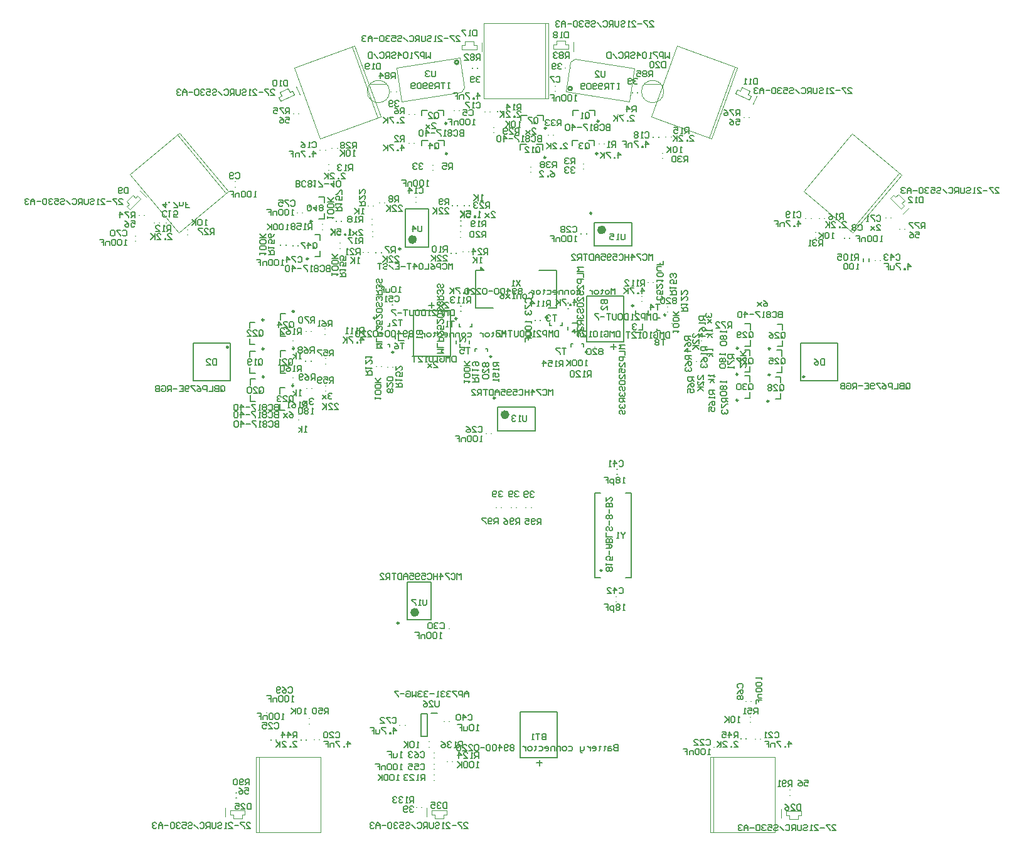
<source format=gbo>
G04 Layer_Color=32896*
%FSLAX44Y44*%
%MOMM*%
G71*
G01*
G75*
%ADD46C,0.1500*%
%ADD47C,0.2000*%
%ADD48C,0.6000*%
%ADD51C,0.2500*%
%ADD92C,0.2540*%
%ADD93C,0.1000*%
D46*
X1265000Y903750D02*
Y901084D01*
Y902417D01*
X1257003D01*
X1258335Y903750D01*
X1265000Y897085D02*
X1257003D01*
X1262334D02*
X1259668Y893087D01*
X1262334Y897085D02*
X1265000Y893087D01*
X1255750Y921500D02*
X1247753D01*
Y917501D01*
X1249085Y916168D01*
X1251751D01*
X1253084Y917501D01*
Y921500D01*
Y918834D02*
X1255750Y916168D01*
Y913503D02*
Y910837D01*
Y912170D01*
X1247753D01*
X1249085Y913503D01*
X1247753Y901507D02*
X1249085Y904172D01*
X1251751Y906838D01*
X1254417D01*
X1255750Y905505D01*
Y902839D01*
X1254417Y901507D01*
X1253084D01*
X1251751Y902839D01*
Y906838D01*
X1255750Y894842D02*
X1247753D01*
X1251751Y898841D01*
Y893509D01*
X1266250Y878000D02*
Y875334D01*
Y876667D01*
X1258253D01*
X1259585Y878000D01*
X1266250Y871336D02*
X1258253D01*
X1263584D02*
X1260918Y867337D01*
X1263584Y871336D02*
X1266250Y867337D01*
X1258500Y880245D02*
X1250503D01*
Y876247D01*
X1251835Y874914D01*
X1254501D01*
X1255834Y876247D01*
Y880245D01*
Y877579D02*
X1258500Y874914D01*
Y872248D02*
Y869582D01*
Y870915D01*
X1250503D01*
X1251835Y872248D01*
X1250503Y860252D02*
X1251835Y862918D01*
X1254501Y865583D01*
X1257167D01*
X1258500Y864250D01*
Y861585D01*
X1257167Y860252D01*
X1255834D01*
X1254501Y861585D01*
Y865583D01*
X1251835Y857586D02*
X1250503Y856253D01*
Y853587D01*
X1251835Y852254D01*
X1253168D01*
X1254501Y853587D01*
Y854920D01*
Y853587D01*
X1255834Y852254D01*
X1257167D01*
X1258500Y853587D01*
Y856253D01*
X1257167Y857586D01*
X1268000Y842750D02*
Y840084D01*
Y841417D01*
X1260003D01*
X1261336Y842750D01*
X1268000Y836086D02*
X1260003D01*
X1265334D02*
X1262668Y832087D01*
X1265334Y836086D02*
X1268000Y832087D01*
X1269000Y821500D02*
X1261003D01*
Y817501D01*
X1262336Y816168D01*
X1265001D01*
X1266334Y817501D01*
Y821500D01*
Y818834D02*
X1269000Y816168D01*
Y813503D02*
Y810837D01*
Y812170D01*
X1261003D01*
X1262336Y813503D01*
X1261003Y801506D02*
X1262336Y804172D01*
X1265001Y806838D01*
X1267667D01*
X1269000Y805505D01*
Y802839D01*
X1267667Y801506D01*
X1266334D01*
X1265001Y802839D01*
Y806838D01*
X1261003Y793509D02*
Y798841D01*
X1265001D01*
X1263668Y796175D01*
Y794842D01*
X1265001Y793509D01*
X1267667D01*
X1269000Y794842D01*
Y797508D01*
X1267667Y798841D01*
X703750Y1096503D02*
Y1104500D01*
X707749D01*
X709082Y1103167D01*
Y1101834D01*
X707749Y1100501D01*
X703750D01*
X707749D01*
X709082Y1099168D01*
Y1097835D01*
X707749Y1096503D01*
X703750D01*
X717079Y1097835D02*
X715746Y1096503D01*
X713080D01*
X711747Y1097835D01*
Y1103167D01*
X713080Y1104500D01*
X715746D01*
X717079Y1103167D01*
X719745Y1097835D02*
X721078Y1096503D01*
X723744D01*
X725077Y1097835D01*
Y1099168D01*
X723744Y1100501D01*
X725077Y1101834D01*
Y1103167D01*
X723744Y1104500D01*
X721078D01*
X719745Y1103167D01*
Y1101834D01*
X721078Y1100501D01*
X719745Y1099168D01*
Y1097835D01*
X721078Y1100501D02*
X723744D01*
X727742Y1104500D02*
X730408D01*
X729075D01*
Y1096503D01*
X727742Y1097835D01*
X734407Y1096503D02*
X739738D01*
Y1097835D01*
X734407Y1103167D01*
Y1104500D01*
X742404Y1100501D02*
X747736D01*
X754400Y1104500D02*
Y1096503D01*
X750402Y1100501D01*
X755733D01*
X758399Y1097835D02*
X759732Y1096503D01*
X762398D01*
X763731Y1097835D01*
Y1103167D01*
X762398Y1104500D01*
X759732D01*
X758399Y1103167D01*
Y1097835D01*
X724332Y1070667D02*
Y1065335D01*
X722999Y1064003D01*
X720333D01*
X719000Y1065335D01*
Y1070667D01*
X720333Y1072000D01*
X722999D01*
X721666Y1069334D02*
X724332Y1072000D01*
X722999D02*
X724332Y1070667D01*
X730996Y1072000D02*
Y1064003D01*
X726998Y1068001D01*
X732329D01*
X734995Y1065335D02*
X736328Y1064003D01*
X738994D01*
X740327Y1065335D01*
Y1066668D01*
X738994Y1068001D01*
X740327Y1069334D01*
Y1070667D01*
X738994Y1072000D01*
X736328D01*
X734995Y1070667D01*
Y1069334D01*
X736328Y1068001D01*
X734995Y1066668D01*
Y1065335D01*
X736328Y1068001D02*
X738994D01*
X693250Y1038250D02*
X690584D01*
X691917D01*
Y1046247D01*
X693250Y1044914D01*
X686585D02*
X685253Y1046247D01*
X682587D01*
X681254Y1044914D01*
Y1039583D01*
X682587Y1038250D01*
X685253D01*
X686585Y1039583D01*
Y1044914D01*
X678588D02*
X677255Y1046247D01*
X674589D01*
X673256Y1044914D01*
Y1039583D01*
X674589Y1038250D01*
X677255D01*
X678588Y1039583D01*
Y1044914D01*
X670591Y1046247D02*
Y1038250D01*
Y1040916D01*
X665259Y1046247D01*
X669258Y1042249D01*
X665259Y1038250D01*
X725250Y1038750D02*
Y1046747D01*
X721251D01*
X719918Y1045415D01*
Y1042749D01*
X721251Y1041416D01*
X725250D01*
X722584D02*
X719918Y1038750D01*
X717253D02*
X714587D01*
X715920D01*
Y1046747D01*
X717253Y1045415D01*
X705257Y1046747D02*
X710588D01*
Y1042749D01*
X707922Y1044082D01*
X706589D01*
X705257Y1042749D01*
Y1040083D01*
X706589Y1038750D01*
X709255D01*
X710588Y1040083D01*
X702591Y1045415D02*
X701258Y1046747D01*
X698592D01*
X697259Y1045415D01*
Y1044082D01*
X698592Y1042749D01*
X697259Y1041416D01*
Y1040083D01*
X698592Y1038750D01*
X701258D01*
X702591Y1040083D01*
Y1041416D01*
X701258Y1042749D01*
X702591Y1044082D01*
Y1045415D01*
X701258Y1042749D02*
X698592D01*
X746750Y1053500D02*
Y1056166D01*
Y1054833D01*
X754747D01*
X753415Y1053500D01*
Y1060164D02*
X754747Y1061497D01*
Y1064163D01*
X753415Y1065496D01*
X748083D01*
X746750Y1064163D01*
Y1061497D01*
X748083Y1060164D01*
X753415D01*
Y1068162D02*
X754747Y1069495D01*
Y1072161D01*
X753415Y1073494D01*
X748083D01*
X746750Y1072161D01*
Y1069495D01*
X748083Y1068162D01*
X753415D01*
X754747Y1076159D02*
X746750D01*
X749416D01*
X754747Y1081491D01*
X750749Y1077492D01*
X746750Y1081491D01*
X757500Y1063750D02*
X765497D01*
Y1067749D01*
X764165Y1069082D01*
X761499D01*
X760166Y1067749D01*
Y1063750D01*
Y1066416D02*
X757500Y1069082D01*
Y1071747D02*
Y1074413D01*
Y1073080D01*
X765497D01*
X764165Y1071747D01*
X765497Y1083744D02*
Y1078412D01*
X761499D01*
X762832Y1081078D01*
Y1082411D01*
X761499Y1083744D01*
X758833D01*
X757500Y1082411D01*
Y1079745D01*
X758833Y1078412D01*
X765497Y1086409D02*
Y1091741D01*
X764165D01*
X758833Y1086409D01*
X757500D01*
X700500Y1058157D02*
X697834D01*
X699167D01*
Y1066154D01*
X700500Y1064821D01*
X693836D02*
X692503Y1066154D01*
X689837D01*
X688504Y1064821D01*
Y1059490D01*
X689837Y1058157D01*
X692503D01*
X693836Y1059490D01*
Y1064821D01*
X685838D02*
X684505Y1066154D01*
X681839D01*
X680507Y1064821D01*
Y1059490D01*
X681839Y1058157D01*
X684505D01*
X685838Y1059490D01*
Y1064821D01*
X677841Y1058157D02*
Y1063489D01*
X673842D01*
X672509Y1062156D01*
Y1058157D01*
X664512Y1066154D02*
X669843D01*
Y1062156D01*
X667178D01*
X669843D01*
Y1058157D01*
X696628Y1076915D02*
X697961Y1078247D01*
X700627D01*
X701960Y1076915D01*
Y1071583D01*
X700627Y1070250D01*
X697961D01*
X696628Y1071583D01*
X693963Y1078247D02*
X688631D01*
Y1076915D01*
X693963Y1071583D01*
Y1070250D01*
X680634Y1078247D02*
X685965D01*
Y1074249D01*
X683299Y1075582D01*
X681966D01*
X680634Y1074249D01*
Y1071583D01*
X681966Y1070250D01*
X684632D01*
X685965Y1071583D01*
X1134500Y951500D02*
Y959497D01*
X1131834Y956832D01*
X1129168Y959497D01*
Y951500D01*
X1125170D02*
X1122504D01*
X1121171Y952833D01*
Y955499D01*
X1122504Y956832D01*
X1125170D01*
X1126503Y955499D01*
Y952833D01*
X1125170Y951500D01*
X1117172Y958165D02*
Y956832D01*
X1118505D01*
X1115839D01*
X1117172D01*
Y952833D01*
X1115839Y951500D01*
X1110508D02*
X1107842D01*
X1106509Y952833D01*
Y955499D01*
X1107842Y956832D01*
X1110508D01*
X1111841Y955499D01*
Y952833D01*
X1110508Y951500D01*
X1103843Y956832D02*
Y951500D01*
Y954166D01*
X1102510Y955499D01*
X1101177Y956832D01*
X1099845D01*
X1082517D02*
X1086516D01*
X1087848Y955499D01*
Y952833D01*
X1086516Y951500D01*
X1082517D01*
X1078518D02*
X1075852D01*
X1074519Y952833D01*
Y955499D01*
X1075852Y956832D01*
X1078518D01*
X1079851Y955499D01*
Y952833D01*
X1078518Y951500D01*
X1071854D02*
Y956832D01*
X1067855D01*
X1066522Y955499D01*
Y951500D01*
X1063856D02*
Y956832D01*
X1059857D01*
X1058524Y955499D01*
Y951500D01*
X1051860D02*
X1054526D01*
X1055859Y952833D01*
Y955499D01*
X1054526Y956832D01*
X1051860D01*
X1050527Y955499D01*
Y954166D01*
X1055859D01*
X1042530Y956832D02*
X1046528D01*
X1047861Y955499D01*
Y952833D01*
X1046528Y951500D01*
X1042530D01*
X1038531Y958165D02*
Y956832D01*
X1039864D01*
X1037198D01*
X1038531D01*
Y952833D01*
X1037198Y951500D01*
X1031866D02*
X1029201D01*
X1027868Y952833D01*
Y955499D01*
X1029201Y956832D01*
X1031866D01*
X1033199Y955499D01*
Y952833D01*
X1031866Y951500D01*
X1025202Y956832D02*
Y951500D01*
Y954166D01*
X1023869Y955499D01*
X1022536Y956832D01*
X1021203D01*
X1009207Y958165D02*
X1007874Y959497D01*
X1005208D01*
X1003876Y958165D01*
Y956832D01*
X1005208Y955499D01*
X1003876Y954166D01*
Y952833D01*
X1005208Y951500D01*
X1007874D01*
X1009207Y952833D01*
Y954166D01*
X1007874Y955499D01*
X1009207Y956832D01*
Y958165D01*
X1007874Y955499D02*
X1005208D01*
X1001210Y952833D02*
X999877Y951500D01*
X997211D01*
X995878Y952833D01*
Y958165D01*
X997211Y959497D01*
X999877D01*
X1001210Y958165D01*
Y956832D01*
X999877Y955499D01*
X995878D01*
X989213Y951500D02*
Y959497D01*
X993212Y955499D01*
X987881D01*
X985215Y958165D02*
X983882Y959497D01*
X981216D01*
X979883Y958165D01*
Y952833D01*
X981216Y951500D01*
X983882D01*
X985215Y952833D01*
Y958165D01*
X977217D02*
X975884Y959497D01*
X973219D01*
X971886Y958165D01*
Y952833D01*
X973219Y951500D01*
X975884D01*
X977217Y952833D01*
Y958165D01*
X969220Y955499D02*
X963888D01*
X961223Y958165D02*
X959890Y959497D01*
X957224D01*
X955891Y958165D01*
Y952833D01*
X957224Y951500D01*
X959890D01*
X961223Y952833D01*
Y958165D01*
X947894Y951500D02*
X953225D01*
X947894Y956832D01*
Y958165D01*
X949226Y959497D01*
X951892D01*
X953225Y958165D01*
X939896Y951500D02*
X945228D01*
X939896Y956832D01*
Y958165D01*
X941229Y959497D01*
X943895D01*
X945228Y958165D01*
X937230D02*
X935897Y959497D01*
X933232D01*
X931899Y958165D01*
Y952833D01*
X933232Y951500D01*
X935897D01*
X937230Y952833D01*
Y958165D01*
X1115753Y943750D02*
X1123750D01*
Y939751D01*
X1122417Y938418D01*
X1121084D01*
X1119751Y939751D01*
Y943750D01*
Y939751D01*
X1118418Y938418D01*
X1117085D01*
X1115753Y939751D01*
Y943750D01*
X1123750Y930421D02*
Y935753D01*
X1118418Y930421D01*
X1117085D01*
X1115753Y931754D01*
Y934420D01*
X1117085Y935753D01*
X1058250Y901997D02*
Y894000D01*
X1054251D01*
X1052918Y895333D01*
Y900665D01*
X1054251Y901997D01*
X1058250D01*
X1050253Y894000D02*
Y901997D01*
X1047587Y899332D01*
X1044921Y901997D01*
Y894000D01*
X1042255D02*
Y901997D01*
X1038256D01*
X1036924Y900665D01*
Y897999D01*
X1038256Y896666D01*
X1042255D01*
X1028926Y894000D02*
X1034258D01*
X1028926Y899332D01*
Y900665D01*
X1030259Y901997D01*
X1032925D01*
X1034258Y900665D01*
X1026260Y894000D02*
X1023595D01*
X1024927D01*
Y901997D01*
X1026260Y900665D01*
X1019596Y901997D02*
Y894000D01*
X1015597D01*
X1014264Y895333D01*
Y900665D01*
X1015597Y901997D01*
X1019596D01*
X1007600D02*
X1010266D01*
X1011598Y900665D01*
Y895333D01*
X1010266Y894000D01*
X1007600D01*
X1006267Y895333D01*
Y900665D01*
X1007600Y901997D01*
X1003601D02*
Y895333D01*
X1002268Y894000D01*
X999602D01*
X998269Y895333D01*
Y901997D01*
X995603D02*
X990272D01*
X992938D01*
Y894000D01*
X987606Y897999D02*
X982274D01*
X979609Y901997D02*
X974277D01*
Y900665D01*
X979609Y895333D01*
Y894000D01*
X1055250Y923247D02*
X1049918D01*
X1052584D01*
Y915250D01*
X1047253Y921915D02*
X1045920Y923247D01*
X1043254D01*
X1041921Y921915D01*
Y920582D01*
X1043254Y919249D01*
X1044587D01*
X1043254D01*
X1041921Y917916D01*
Y916583D01*
X1043254Y915250D01*
X1045920D01*
X1047253Y916583D01*
X1117750Y876665D02*
X1116417Y877997D01*
X1113751D01*
X1112418Y876665D01*
Y875332D01*
X1113751Y873999D01*
X1112418Y872666D01*
Y871333D01*
X1113751Y870000D01*
X1116417D01*
X1117750Y871333D01*
Y872666D01*
X1116417Y873999D01*
X1117750Y875332D01*
Y876665D01*
X1116417Y873999D02*
X1113751D01*
X1104421Y870000D02*
X1109753D01*
X1104421Y875332D01*
Y876665D01*
X1105754Y877997D01*
X1108420D01*
X1109753Y876665D01*
X1101755D02*
X1100422Y877997D01*
X1097757D01*
X1096424Y876665D01*
Y871333D01*
X1097757Y870000D01*
X1100422D01*
X1101755Y871333D01*
Y876665D01*
X1064250Y854000D02*
Y861997D01*
X1060251D01*
X1058918Y860665D01*
Y857999D01*
X1060251Y856666D01*
X1064250D01*
X1061584D02*
X1058918Y854000D01*
X1056253D02*
X1053587D01*
X1054920D01*
Y861997D01*
X1056253Y860665D01*
X1044257Y861997D02*
X1049588D01*
Y857999D01*
X1046922Y859332D01*
X1045589D01*
X1044257Y857999D01*
Y855333D01*
X1045589Y854000D01*
X1048255D01*
X1049588Y855333D01*
X1037592Y854000D02*
Y861997D01*
X1041591Y857999D01*
X1036259D01*
X1217250Y945415D02*
X1215917Y946747D01*
X1213251D01*
X1211918Y945415D01*
Y944082D01*
X1213251Y942749D01*
X1211918Y941416D01*
Y940083D01*
X1213251Y938750D01*
X1215917D01*
X1217250Y940083D01*
Y941416D01*
X1215917Y942749D01*
X1217250Y944082D01*
Y945415D01*
X1215917Y942749D02*
X1213251D01*
X1203921Y938750D02*
X1209253D01*
X1203921Y944082D01*
Y945415D01*
X1205254Y946747D01*
X1207920D01*
X1209253Y945415D01*
X1201255D02*
X1199922Y946747D01*
X1197256D01*
X1195924Y945415D01*
Y940083D01*
X1197256Y938750D01*
X1199922D01*
X1201255Y940083D01*
Y945415D01*
X1208750Y951000D02*
X1216747D01*
Y954999D01*
X1215415Y956332D01*
X1212749D01*
X1211416Y954999D01*
Y951000D01*
Y953666D02*
X1208750Y956332D01*
Y958997D02*
Y961663D01*
Y960330D01*
X1216747D01*
X1215415Y958997D01*
X1216747Y970994D02*
Y965662D01*
X1212749D01*
X1214082Y968328D01*
Y969661D01*
X1212749Y970994D01*
X1210083D01*
X1208750Y969661D01*
Y966995D01*
X1210083Y965662D01*
X1215415Y973659D02*
X1216747Y974992D01*
Y977658D01*
X1215415Y978991D01*
X1214082D01*
X1212749Y977658D01*
Y976325D01*
Y977658D01*
X1211416Y978991D01*
X1210083D01*
X1208750Y977658D01*
Y974992D01*
X1210083Y973659D01*
X833415Y818500D02*
X834747Y819833D01*
Y822499D01*
X833415Y823832D01*
X832082D01*
X830749Y822499D01*
X829416Y823832D01*
X828083D01*
X826750Y822499D01*
Y819833D01*
X828083Y818500D01*
X829416D01*
X830749Y819833D01*
X832082Y818500D01*
X833415D01*
X830749Y819833D02*
Y822499D01*
X826750Y831829D02*
Y826497D01*
X832082Y831829D01*
X833415D01*
X834747Y830496D01*
Y827830D01*
X833415Y826497D01*
Y834495D02*
X834747Y835828D01*
Y838494D01*
X833415Y839827D01*
X828083D01*
X826750Y838494D01*
Y835828D01*
X828083Y834495D01*
X833415D01*
X839000Y826250D02*
X846997D01*
Y830249D01*
X845665Y831582D01*
X842999D01*
X841666Y830249D01*
Y826250D01*
Y828916D02*
X839000Y831582D01*
Y834247D02*
Y836913D01*
Y835580D01*
X846997D01*
X845665Y834247D01*
X846997Y846244D02*
Y840912D01*
X842999D01*
X844332Y843578D01*
Y844911D01*
X842999Y846244D01*
X840333D01*
X839000Y844911D01*
Y842245D01*
X840333Y840912D01*
X839000Y854241D02*
Y848909D01*
X844332Y854241D01*
X845665D01*
X846997Y852908D01*
Y850242D01*
X845665Y848909D01*
X957085Y858750D02*
X955753Y857418D01*
Y854752D01*
X957085Y853419D01*
X958418D01*
X959751Y854752D01*
X961084Y853419D01*
X962417D01*
X963750Y854752D01*
Y857418D01*
X962417Y858750D01*
X961084D01*
X959751Y857418D01*
X958418Y858750D01*
X957085D01*
X959751Y857418D02*
Y854752D01*
X963750Y845421D02*
Y850753D01*
X958418Y845421D01*
X957085D01*
X955753Y846754D01*
Y849420D01*
X957085Y850753D01*
Y842756D02*
X955753Y841423D01*
Y838757D01*
X957085Y837424D01*
X962417D01*
X963750Y838757D01*
Y841423D01*
X962417Y842756D01*
X957085D01*
X977500Y859500D02*
X969503D01*
Y855502D01*
X970835Y854169D01*
X973501D01*
X974834Y855502D01*
Y859500D01*
Y856835D02*
X977500Y854169D01*
Y851503D02*
Y848837D01*
Y850170D01*
X969503D01*
X970835Y851503D01*
X969503Y839507D02*
Y844838D01*
X973501D01*
X972168Y842173D01*
Y840840D01*
X973501Y839507D01*
X976167D01*
X977500Y840840D01*
Y843505D01*
X976167Y844838D01*
X977500Y836841D02*
Y834175D01*
Y835508D01*
X969503D01*
X970835Y836841D01*
X1091400Y987553D02*
X1083403D01*
X1086068Y984888D01*
X1083403Y982222D01*
X1091400D01*
X1083403Y979556D02*
X1091400D01*
Y974224D01*
Y971559D02*
X1083403D01*
Y967560D01*
X1084735Y966227D01*
X1087401D01*
X1088734Y967560D01*
Y971559D01*
X1091400Y958230D02*
Y963561D01*
X1086068Y958230D01*
X1084735D01*
X1083403Y959562D01*
Y962228D01*
X1084735Y963561D01*
X1083403Y950232D02*
Y955564D01*
X1087401D01*
X1086068Y952898D01*
Y951565D01*
X1087401Y950232D01*
X1090067D01*
X1091400Y951565D01*
Y954231D01*
X1090067Y955564D01*
X1091400Y942235D02*
Y947566D01*
X1086068Y942235D01*
X1084735D01*
X1083403Y943568D01*
Y946233D01*
X1084735Y947566D01*
Y939569D02*
X1083403Y938236D01*
Y935570D01*
X1084735Y934237D01*
X1090067D01*
X1091400Y935570D01*
Y938236D01*
X1090067Y939569D01*
X1084735D01*
Y926240D02*
X1083403Y927573D01*
Y930238D01*
X1084735Y931571D01*
X1086068D01*
X1087401Y930238D01*
Y927573D01*
X1088734Y926240D01*
X1090067D01*
X1091400Y927573D01*
Y930238D01*
X1090067Y931571D01*
X1084735Y923574D02*
X1083403Y922241D01*
Y919575D01*
X1084735Y918242D01*
X1086068D01*
X1087401Y919575D01*
Y920908D01*
Y919575D01*
X1088734Y918242D01*
X1090067D01*
X1091400Y919575D01*
Y922241D01*
X1090067Y923574D01*
X1091400Y915577D02*
X1083403D01*
Y911578D01*
X1084735Y910245D01*
X1087401D01*
X1088734Y911578D01*
Y915577D01*
Y912911D02*
X1091400Y910245D01*
X1084735Y907579D02*
X1083403Y906246D01*
Y903580D01*
X1084735Y902248D01*
X1086068D01*
X1087401Y903580D01*
Y904913D01*
Y903580D01*
X1088734Y902248D01*
X1090067D01*
X1091400Y903580D01*
Y906246D01*
X1090067Y907579D01*
X1084735Y894250D02*
X1083403Y895583D01*
Y898249D01*
X1084735Y899582D01*
X1086068D01*
X1087401Y898249D01*
Y895583D01*
X1088734Y894250D01*
X1090067D01*
X1091400Y895583D01*
Y898249D01*
X1090067Y899582D01*
X1076252Y912358D02*
X1084250D01*
Y907027D01*
Y900362D02*
X1076252D01*
X1080251Y904361D01*
Y899029D01*
X1148000Y882744D02*
X1140003D01*
X1142668Y880079D01*
X1140003Y877413D01*
X1148000D01*
X1140003Y874747D02*
X1148000D01*
Y869415D01*
Y866749D02*
X1140003D01*
Y862751D01*
X1141336Y861418D01*
X1144001D01*
X1145334Y862751D01*
Y866749D01*
X1148000Y853420D02*
Y858752D01*
X1142668Y853420D01*
X1141336D01*
X1140003Y854753D01*
Y857419D01*
X1141336Y858752D01*
X1140003Y845423D02*
Y850755D01*
X1144001D01*
X1142668Y848089D01*
Y846756D01*
X1144001Y845423D01*
X1146667D01*
X1148000Y846756D01*
Y849422D01*
X1146667Y850755D01*
X1148000Y837426D02*
Y842757D01*
X1142668Y837426D01*
X1141336D01*
X1140003Y838758D01*
Y841424D01*
X1141336Y842757D01*
Y834760D02*
X1140003Y833427D01*
Y830761D01*
X1141336Y829428D01*
X1146667D01*
X1148000Y830761D01*
Y833427D01*
X1146667Y834760D01*
X1141336D01*
Y821431D02*
X1140003Y822764D01*
Y825429D01*
X1141336Y826762D01*
X1142668D01*
X1144001Y825429D01*
Y822764D01*
X1145334Y821431D01*
X1146667D01*
X1148000Y822764D01*
Y825429D01*
X1146667Y826762D01*
X1141336Y818765D02*
X1140003Y817432D01*
Y814766D01*
X1141336Y813433D01*
X1142668D01*
X1144001Y814766D01*
Y816099D01*
Y814766D01*
X1145334Y813433D01*
X1146667D01*
X1148000Y814766D01*
Y817432D01*
X1146667Y818765D01*
X1148000Y810768D02*
X1140003D01*
Y806769D01*
X1141336Y805436D01*
X1144001D01*
X1145334Y806769D01*
Y810768D01*
Y808102D02*
X1148000Y805436D01*
X1141336Y802770D02*
X1140003Y801437D01*
Y798771D01*
X1141336Y797439D01*
X1142668D01*
X1144001Y798771D01*
Y800104D01*
Y798771D01*
X1145334Y797439D01*
X1146667D01*
X1148000Y798771D01*
Y801437D01*
X1146667Y802770D01*
X1141336Y789441D02*
X1140003Y790774D01*
Y793440D01*
X1141336Y794773D01*
X1142668D01*
X1144001Y793440D01*
Y790774D01*
X1145334Y789441D01*
X1146667D01*
X1148000Y790774D01*
Y793440D01*
X1146667Y794773D01*
X1171250Y911247D02*
Y903250D01*
X1165918D01*
X1163253Y909914D02*
X1161920Y911247D01*
X1159254D01*
X1157921Y909914D01*
Y908582D01*
X1159254Y907249D01*
X1160587D01*
X1159254D01*
X1157921Y905916D01*
Y904583D01*
X1159254Y903250D01*
X1161920D01*
X1163253Y904583D01*
X894583Y871891D02*
X902580D01*
X899915Y874557D01*
X902580Y877223D01*
X894583D01*
X902580Y879888D02*
X894583D01*
Y885220D01*
Y887886D02*
X902580D01*
Y891885D01*
X901247Y893217D01*
X898582D01*
X897249Y891885D01*
Y887886D01*
X894583Y901215D02*
Y895883D01*
X899915Y901215D01*
X901247D01*
X902580Y899882D01*
Y897216D01*
X901247Y895883D01*
X902580Y909212D02*
Y903881D01*
X898582D01*
X899915Y906546D01*
Y907879D01*
X898582Y909212D01*
X895916D01*
X894583Y907879D01*
Y905214D01*
X895916Y903881D01*
X894583Y917210D02*
Y911878D01*
X899915Y917210D01*
X901247D01*
X902580Y915877D01*
Y913211D01*
X901247Y911878D01*
Y919875D02*
X902580Y921208D01*
Y923874D01*
X901247Y925207D01*
X895916D01*
X894583Y923874D01*
Y921208D01*
X895916Y919875D01*
X901247D01*
Y933205D02*
X902580Y931872D01*
Y929206D01*
X901247Y927873D01*
X899915D01*
X898582Y929206D01*
Y931872D01*
X897249Y933205D01*
X895916D01*
X894583Y931872D01*
Y929206D01*
X895916Y927873D01*
X901247Y935870D02*
X902580Y937203D01*
Y939869D01*
X901247Y941202D01*
X899915D01*
X898582Y939869D01*
Y938536D01*
Y939869D01*
X897249Y941202D01*
X895916D01*
X894583Y939869D01*
Y937203D01*
X895916Y935870D01*
X894583Y943868D02*
X902580D01*
Y947867D01*
X901247Y949199D01*
X898582D01*
X897249Y947867D01*
Y943868D01*
Y946534D02*
X894583Y949199D01*
X901247Y951865D02*
X902580Y953198D01*
Y955864D01*
X901247Y957197D01*
X899915D01*
X898582Y955864D01*
Y954531D01*
Y955864D01*
X897249Y957197D01*
X895916D01*
X894583Y955864D01*
Y953198D01*
X895916Y951865D01*
X901247Y965194D02*
X902580Y963861D01*
Y961196D01*
X901247Y959863D01*
X899915D01*
X898582Y961196D01*
Y963861D01*
X897249Y965194D01*
X895916D01*
X894583Y963861D01*
Y961196D01*
X895916Y959863D01*
X932747Y879500D02*
X924750D01*
Y884832D01*
Y892829D02*
Y887497D01*
X930082Y892829D01*
X931414D01*
X932747Y891496D01*
Y888830D01*
X931414Y887497D01*
X812083Y878891D02*
X820080D01*
X817415Y881557D01*
X820080Y884223D01*
X812083D01*
X820080Y886888D02*
X812083D01*
Y892220D01*
Y894886D02*
X820080D01*
Y898885D01*
X818747Y900218D01*
X816082D01*
X814749Y898885D01*
Y894886D01*
X812083Y908215D02*
Y902883D01*
X817415Y908215D01*
X818747D01*
X820080Y906882D01*
Y904216D01*
X818747Y902883D01*
X820080Y916212D02*
Y910881D01*
X816082D01*
X817415Y913547D01*
Y914879D01*
X816082Y916212D01*
X813416D01*
X812083Y914879D01*
Y912214D01*
X813416Y910881D01*
X812083Y924210D02*
Y918878D01*
X817415Y924210D01*
X818747D01*
X820080Y922877D01*
Y920211D01*
X818747Y918878D01*
Y926876D02*
X820080Y928208D01*
Y930874D01*
X818747Y932207D01*
X813416D01*
X812083Y930874D01*
Y928208D01*
X813416Y926876D01*
X818747D01*
Y940204D02*
X820080Y938872D01*
Y936206D01*
X818747Y934873D01*
X817415D01*
X816082Y936206D01*
Y938872D01*
X814749Y940204D01*
X813416D01*
X812083Y938872D01*
Y936206D01*
X813416Y934873D01*
X818747Y942870D02*
X820080Y944203D01*
Y946869D01*
X818747Y948202D01*
X817415D01*
X816082Y946869D01*
Y945536D01*
Y946869D01*
X814749Y948202D01*
X813416D01*
X812083Y946869D01*
Y944203D01*
X813416Y942870D01*
X812083Y950868D02*
X820080D01*
Y954866D01*
X818747Y956199D01*
X816082D01*
X814749Y954866D01*
Y950868D01*
Y953534D02*
X812083Y956199D01*
X818747Y958865D02*
X820080Y960198D01*
Y962864D01*
X818747Y964197D01*
X817415D01*
X816082Y962864D01*
Y961531D01*
Y962864D01*
X814749Y964197D01*
X813416D01*
X812083Y962864D01*
Y960198D01*
X813416Y958865D01*
X818747Y972194D02*
X820080Y970861D01*
Y968195D01*
X818747Y966863D01*
X817415D01*
X816082Y968195D01*
Y970861D01*
X814749Y972194D01*
X813416D01*
X812083Y970861D01*
Y968195D01*
X813416Y966863D01*
X849747Y888750D02*
X841750D01*
Y894082D01*
Y896747D02*
Y899413D01*
Y898080D01*
X849747D01*
X848415Y896747D01*
X869500Y339556D02*
X866834D01*
X868167D01*
Y347553D01*
X869500Y346221D01*
X862836D02*
X861503Y347553D01*
X858837D01*
X857504Y346221D01*
Y340889D01*
X858837Y339556D01*
X861503D01*
X862836Y340889D01*
Y346221D01*
X854838Y347553D02*
Y339556D01*
Y342222D01*
X849507Y347553D01*
X853505Y343555D01*
X849507Y339556D01*
X928000Y339500D02*
Y347497D01*
X924001D01*
X922668Y346165D01*
Y343499D01*
X924001Y342166D01*
X928000D01*
X925334D02*
X922668Y339500D01*
X920003D02*
X917337D01*
X918670D01*
Y347497D01*
X920003Y346165D01*
X913338D02*
X912005Y347497D01*
X909339D01*
X908007Y346165D01*
Y344832D01*
X909339Y343499D01*
X910672D01*
X909339D01*
X908007Y342166D01*
Y340833D01*
X909339Y339500D01*
X912005D01*
X913338Y340833D01*
X900009Y347497D02*
X902675Y346165D01*
X905341Y343499D01*
Y340833D01*
X904008Y339500D01*
X901342D01*
X900009Y340833D01*
Y342166D01*
X901342Y343499D01*
X905341D01*
X936565Y407750D02*
Y413082D01*
X933899Y415748D01*
X931234Y413082D01*
Y407750D01*
Y411749D01*
X936565D01*
X928568Y407750D02*
Y415748D01*
X924569D01*
X923236Y414415D01*
Y411749D01*
X924569Y410416D01*
X928568D01*
X920570Y415748D02*
X915239D01*
Y414415D01*
X920570Y409083D01*
Y407750D01*
X912573Y414415D02*
X911240Y415748D01*
X908574D01*
X907241Y414415D01*
Y413082D01*
X908574Y411749D01*
X909907D01*
X908574D01*
X907241Y410416D01*
Y409083D01*
X908574Y407750D01*
X911240D01*
X912573Y409083D01*
X904576Y414415D02*
X903243Y415748D01*
X900577D01*
X899244Y414415D01*
Y413082D01*
X900577Y411749D01*
X901910D01*
X900577D01*
X899244Y410416D01*
Y409083D01*
X900577Y407750D01*
X903243D01*
X904576Y409083D01*
X896578Y407750D02*
X893912D01*
X895245D01*
Y415748D01*
X896578Y414415D01*
X889914Y411749D02*
X884582D01*
X881916Y414415D02*
X880583Y415748D01*
X877917D01*
X876585Y414415D01*
Y413082D01*
X877917Y411749D01*
X879250D01*
X877917D01*
X876585Y410416D01*
Y409083D01*
X877917Y407750D01*
X880583D01*
X881916Y409083D01*
X873919Y414415D02*
X872586Y415748D01*
X869920D01*
X868587Y414415D01*
Y413082D01*
X869920Y411749D01*
X871253D01*
X869920D01*
X868587Y410416D01*
Y409083D01*
X869920Y407750D01*
X872586D01*
X873919Y409083D01*
X865921Y415748D02*
Y407750D01*
X863255Y410416D01*
X860590Y407750D01*
Y415748D01*
X852592Y414415D02*
X853925Y415748D01*
X856591D01*
X857924Y414415D01*
Y409083D01*
X856591Y407750D01*
X853925D01*
X852592Y409083D01*
Y411749D01*
X855258D01*
X849927D02*
X844595D01*
X841929Y415748D02*
X836598D01*
Y414415D01*
X841929Y409083D01*
Y407750D01*
X896874Y402610D02*
Y395945D01*
X895541Y394612D01*
X892875D01*
X891542Y395945D01*
Y402610D01*
X883545Y394612D02*
X888877D01*
X883545Y399944D01*
Y401277D01*
X884878Y402610D01*
X887544D01*
X888877Y401277D01*
X875548Y402610D02*
X878213Y401277D01*
X880879Y398611D01*
Y395945D01*
X879546Y394612D01*
X876880D01*
X875548Y395945D01*
Y397278D01*
X876880Y398611D01*
X880879D01*
X835501Y358250D02*
Y366248D01*
X839500Y362249D01*
X834168D01*
X831503Y358250D02*
Y359583D01*
X830170D01*
Y358250D01*
X831503D01*
X824838Y366248D02*
X819507D01*
Y364915D01*
X824838Y359583D01*
Y358250D01*
X816841Y363582D02*
Y359583D01*
X815508Y358250D01*
X811509D01*
Y363582D01*
X803512Y366248D02*
X808843D01*
Y362249D01*
X806177D01*
X808843D01*
Y358250D01*
X833668Y378915D02*
X835001Y380248D01*
X837667D01*
X839000Y378915D01*
Y373583D01*
X837667Y372250D01*
X835001D01*
X833668Y373583D01*
X831003Y380248D02*
X825671D01*
Y378915D01*
X831003Y373583D01*
Y372250D01*
X817674D02*
X823005D01*
X817674Y377582D01*
Y378915D01*
X819007Y380248D01*
X821672D01*
X823005Y378915D01*
X950000Y362500D02*
X947334D01*
X948667D01*
Y370498D01*
X950000Y369165D01*
X943335D02*
X942003Y370498D01*
X939337D01*
X938004Y369165D01*
Y363833D01*
X939337Y362500D01*
X942003D01*
X943335Y363833D01*
Y369165D01*
X935338Y367832D02*
Y363833D01*
X934005Y362500D01*
X930006D01*
Y367832D01*
X922009Y370498D02*
X927341D01*
Y366499D01*
X924675D01*
X927341D01*
Y362500D01*
X936168Y382915D02*
X937501Y384248D01*
X940167D01*
X941500Y382915D01*
Y377583D01*
X940167Y376250D01*
X937501D01*
X936168Y377583D01*
X929504Y376250D02*
Y384248D01*
X933503Y380249D01*
X928171D01*
X925505Y382915D02*
X924172Y384248D01*
X921507D01*
X920174Y382915D01*
Y377583D01*
X921507Y376250D01*
X924172D01*
X925505Y377583D01*
Y382915D01*
X930418Y230250D02*
X935750D01*
X930418Y235582D01*
Y236915D01*
X931751Y238248D01*
X934417D01*
X935750Y236915D01*
X927753Y238248D02*
X922421D01*
Y236915D01*
X927753Y231583D01*
Y230250D01*
X919755Y234249D02*
X914424D01*
X906426Y230250D02*
X911758D01*
X906426Y235582D01*
Y236915D01*
X907759Y238248D01*
X910425D01*
X911758Y236915D01*
X903760Y230250D02*
X901095D01*
X902427D01*
Y238248D01*
X903760Y236915D01*
X891764D02*
X893097Y238248D01*
X895763D01*
X897096Y236915D01*
Y235582D01*
X895763Y234249D01*
X893097D01*
X891764Y232916D01*
Y231583D01*
X893097Y230250D01*
X895763D01*
X897096Y231583D01*
X889098Y238248D02*
Y231583D01*
X887766Y230250D01*
X885100D01*
X883767Y231583D01*
Y238248D01*
X881101Y230250D02*
Y238248D01*
X877102D01*
X875769Y236915D01*
Y234249D01*
X877102Y232916D01*
X881101D01*
X878435D02*
X875769Y230250D01*
X867772Y236915D02*
X869105Y238248D01*
X871771D01*
X873104Y236915D01*
Y231583D01*
X871771Y230250D01*
X869105D01*
X867772Y231583D01*
X865106Y230250D02*
X859774Y235582D01*
X851777Y236915D02*
X853110Y238248D01*
X855776D01*
X857109Y236915D01*
Y235582D01*
X855776Y234249D01*
X853110D01*
X851777Y232916D01*
Y231583D01*
X853110Y230250D01*
X855776D01*
X857109Y231583D01*
X843780Y238248D02*
X849111D01*
Y234249D01*
X846445Y235582D01*
X845113D01*
X843780Y234249D01*
Y231583D01*
X845113Y230250D01*
X847778D01*
X849111Y231583D01*
X841114Y236915D02*
X839781Y238248D01*
X837115D01*
X835782Y236915D01*
Y235582D01*
X837115Y234249D01*
X838448D01*
X837115D01*
X835782Y232916D01*
Y231583D01*
X837115Y230250D01*
X839781D01*
X841114Y231583D01*
X833117Y236915D02*
X831784Y238248D01*
X829118D01*
X827785Y236915D01*
Y231583D01*
X829118Y230250D01*
X831784D01*
X833117Y231583D01*
Y236915D01*
X825119Y234249D02*
X819787D01*
X817122Y230250D02*
Y235582D01*
X814456Y238248D01*
X811790Y235582D01*
Y230250D01*
Y234249D01*
X817122D01*
X809124Y236915D02*
X807791Y238248D01*
X805126D01*
X803793Y236915D01*
Y235582D01*
X805126Y234249D01*
X806458D01*
X805126D01*
X803793Y232916D01*
Y231583D01*
X805126Y230250D01*
X807791D01*
X809124Y231583D01*
X907500Y265498D02*
Y257500D01*
X903501D01*
X902168Y258833D01*
Y264165D01*
X903501Y265498D01*
X907500D01*
X899503Y264165D02*
X898170Y265498D01*
X895504D01*
X894171Y264165D01*
Y262832D01*
X895504Y261499D01*
X896837D01*
X895504D01*
X894171Y260166D01*
Y258833D01*
X895504Y257500D01*
X898170D01*
X899503Y258833D01*
X886174Y265498D02*
X891505D01*
Y261499D01*
X888839Y262832D01*
X887506D01*
X886174Y261499D01*
Y258833D01*
X887506Y257500D01*
X890172D01*
X891505Y258833D01*
X669668Y1220000D02*
X675000D01*
X669668Y1225332D01*
Y1226665D01*
X671001Y1227998D01*
X673667D01*
X675000Y1226665D01*
X667003Y1227998D02*
X661671D01*
Y1226665D01*
X667003Y1221333D01*
Y1220000D01*
X659005Y1223999D02*
X653674D01*
X645676Y1220000D02*
X651008D01*
X645676Y1225332D01*
Y1226665D01*
X647009Y1227998D01*
X649675D01*
X651008Y1226665D01*
X643010Y1220000D02*
X640344D01*
X641677D01*
Y1227998D01*
X643010Y1226665D01*
X631014D02*
X632347Y1227998D01*
X635013D01*
X636346Y1226665D01*
Y1225332D01*
X635013Y1223999D01*
X632347D01*
X631014Y1222666D01*
Y1221333D01*
X632347Y1220000D01*
X635013D01*
X636346Y1221333D01*
X628348Y1227998D02*
Y1221333D01*
X627015Y1220000D01*
X624350D01*
X623017Y1221333D01*
Y1227998D01*
X620351Y1220000D02*
Y1227998D01*
X616352D01*
X615019Y1226665D01*
Y1223999D01*
X616352Y1222666D01*
X620351D01*
X617685D02*
X615019Y1220000D01*
X607022Y1226665D02*
X608355Y1227998D01*
X611021D01*
X612354Y1226665D01*
Y1221333D01*
X611021Y1220000D01*
X608355D01*
X607022Y1221333D01*
X604356Y1220000D02*
X599025Y1225332D01*
X591027Y1226665D02*
X592360Y1227998D01*
X595026D01*
X596359Y1226665D01*
Y1225332D01*
X595026Y1223999D01*
X592360D01*
X591027Y1222666D01*
Y1221333D01*
X592360Y1220000D01*
X595026D01*
X596359Y1221333D01*
X583030Y1227998D02*
X588361D01*
Y1223999D01*
X585695Y1225332D01*
X584363D01*
X583030Y1223999D01*
Y1221333D01*
X584363Y1220000D01*
X587028D01*
X588361Y1221333D01*
X580364Y1226665D02*
X579031Y1227998D01*
X576365D01*
X575032Y1226665D01*
Y1225332D01*
X576365Y1223999D01*
X577698D01*
X576365D01*
X575032Y1222666D01*
Y1221333D01*
X576365Y1220000D01*
X579031D01*
X580364Y1221333D01*
X572366Y1226665D02*
X571034Y1227998D01*
X568368D01*
X567035Y1226665D01*
Y1221333D01*
X568368Y1220000D01*
X571034D01*
X572366Y1221333D01*
Y1226665D01*
X564369Y1223999D02*
X559037D01*
X556372Y1220000D02*
Y1225332D01*
X553706Y1227998D01*
X551040Y1225332D01*
Y1220000D01*
Y1223999D01*
X556372D01*
X548374Y1226665D02*
X547041Y1227998D01*
X544375D01*
X543043Y1226665D01*
Y1225332D01*
X544375Y1223999D01*
X545708D01*
X544375D01*
X543043Y1222666D01*
Y1221333D01*
X544375Y1220000D01*
X547041D01*
X548374Y1221333D01*
X692500Y1240498D02*
Y1232500D01*
X688501D01*
X687168Y1233833D01*
Y1239165D01*
X688501Y1240498D01*
X692500D01*
X684503Y1232500D02*
X681837D01*
X683170D01*
Y1240498D01*
X684503Y1239165D01*
X677838D02*
X676505Y1240498D01*
X673839D01*
X672506Y1239165D01*
Y1233833D01*
X673839Y1232500D01*
X676505D01*
X677838Y1233833D01*
Y1239165D01*
X464668Y1072500D02*
X470000D01*
X464668Y1077832D01*
Y1079165D01*
X466001Y1080498D01*
X468667D01*
X470000Y1079165D01*
X462003Y1080498D02*
X456671D01*
Y1079165D01*
X462003Y1073833D01*
Y1072500D01*
X454005Y1076499D02*
X448674D01*
X440676Y1072500D02*
X446008D01*
X440676Y1077832D01*
Y1079165D01*
X442009Y1080498D01*
X444675D01*
X446008Y1079165D01*
X438010Y1072500D02*
X435345D01*
X436677D01*
Y1080498D01*
X438010Y1079165D01*
X426014D02*
X427347Y1080498D01*
X430013D01*
X431346Y1079165D01*
Y1077832D01*
X430013Y1076499D01*
X427347D01*
X426014Y1075166D01*
Y1073833D01*
X427347Y1072500D01*
X430013D01*
X431346Y1073833D01*
X423348Y1080498D02*
Y1073833D01*
X422015Y1072500D01*
X419350D01*
X418017Y1073833D01*
Y1080498D01*
X415351Y1072500D02*
Y1080498D01*
X411352D01*
X410019Y1079165D01*
Y1076499D01*
X411352Y1075166D01*
X415351D01*
X412685D02*
X410019Y1072500D01*
X402022Y1079165D02*
X403355Y1080498D01*
X406021D01*
X407354Y1079165D01*
Y1073833D01*
X406021Y1072500D01*
X403355D01*
X402022Y1073833D01*
X399356Y1072500D02*
X394025Y1077832D01*
X386027Y1079165D02*
X387360Y1080498D01*
X390026D01*
X391359Y1079165D01*
Y1077832D01*
X390026Y1076499D01*
X387360D01*
X386027Y1075166D01*
Y1073833D01*
X387360Y1072500D01*
X390026D01*
X391359Y1073833D01*
X378030Y1080498D02*
X383361D01*
Y1076499D01*
X380695Y1077832D01*
X379363D01*
X378030Y1076499D01*
Y1073833D01*
X379363Y1072500D01*
X382028D01*
X383361Y1073833D01*
X375364Y1079165D02*
X374031Y1080498D01*
X371365D01*
X370032Y1079165D01*
Y1077832D01*
X371365Y1076499D01*
X372698D01*
X371365D01*
X370032Y1075166D01*
Y1073833D01*
X371365Y1072500D01*
X374031D01*
X375364Y1073833D01*
X367366Y1079165D02*
X366034Y1080498D01*
X363368D01*
X362035Y1079165D01*
Y1073833D01*
X363368Y1072500D01*
X366034D01*
X367366Y1073833D01*
Y1079165D01*
X359369Y1076499D02*
X354037D01*
X351372Y1072500D02*
Y1077832D01*
X348706Y1080498D01*
X346040Y1077832D01*
Y1072500D01*
Y1076499D01*
X351372D01*
X343374Y1079165D02*
X342041Y1080498D01*
X339375D01*
X338043Y1079165D01*
Y1077832D01*
X339375Y1076499D01*
X340708D01*
X339375D01*
X338043Y1075166D01*
Y1073833D01*
X339375Y1072500D01*
X342041D01*
X343374Y1073833D01*
X477500Y1095498D02*
Y1087500D01*
X473501D01*
X472168Y1088833D01*
Y1094165D01*
X473501Y1095498D01*
X477500D01*
X469503Y1088833D02*
X468170Y1087500D01*
X465504D01*
X464171Y1088833D01*
Y1094165D01*
X465504Y1095498D01*
X468170D01*
X469503Y1094165D01*
Y1092832D01*
X468170Y1091499D01*
X464171D01*
X1129165Y577500D02*
X1130498Y578833D01*
Y581499D01*
X1129165Y582832D01*
X1127832D01*
X1126499Y581499D01*
X1125166Y582832D01*
X1123833D01*
X1122500Y581499D01*
Y578833D01*
X1123833Y577500D01*
X1125166D01*
X1126499Y578833D01*
X1127832Y577500D01*
X1129165D01*
X1126499Y578833D02*
Y581499D01*
X1122500Y585498D02*
Y588163D01*
Y586830D01*
X1130498D01*
X1129165Y585498D01*
X1130498Y597494D02*
Y592162D01*
X1126499D01*
X1127832Y594828D01*
Y596161D01*
X1126499Y597494D01*
X1123833D01*
X1122500Y596161D01*
Y593495D01*
X1123833Y592162D01*
X1126499Y600159D02*
Y605491D01*
X1122500Y608157D02*
X1127832D01*
X1130498Y610823D01*
X1127832Y613489D01*
X1122500D01*
X1126499D01*
Y608157D01*
X1130498Y616154D02*
X1122500D01*
Y620153D01*
X1123833Y621486D01*
X1125166D01*
X1126499Y620153D01*
Y616154D01*
Y620153D01*
X1127832Y621486D01*
X1129165D01*
X1130498Y620153D01*
Y616154D01*
Y624152D02*
X1122500D01*
Y629483D01*
X1129165Y637481D02*
X1130498Y636148D01*
Y633482D01*
X1129165Y632149D01*
X1127832D01*
X1126499Y633482D01*
Y636148D01*
X1125166Y637481D01*
X1123833D01*
X1122500Y636148D01*
Y633482D01*
X1123833Y632149D01*
X1126499Y640147D02*
Y645478D01*
X1129165Y648144D02*
X1130498Y649477D01*
Y652143D01*
X1129165Y653476D01*
X1127832D01*
X1126499Y652143D01*
X1125166Y653476D01*
X1123833D01*
X1122500Y652143D01*
Y649477D01*
X1123833Y648144D01*
X1125166D01*
X1126499Y649477D01*
X1127832Y648144D01*
X1129165D01*
X1126499Y649477D02*
Y652143D01*
Y656142D02*
Y661473D01*
X1130498Y664139D02*
X1122500D01*
Y668138D01*
X1123833Y669471D01*
X1125166D01*
X1126499Y668138D01*
Y664139D01*
Y668138D01*
X1127832Y669471D01*
X1129165D01*
X1130498Y668138D01*
Y664139D01*
X1122500Y677468D02*
Y672136D01*
X1127832Y677468D01*
X1129165D01*
X1130498Y676135D01*
Y673469D01*
X1129165Y672136D01*
X1147500Y630498D02*
Y629165D01*
X1144834Y626499D01*
X1142168Y629165D01*
Y630498D01*
X1144834Y626499D02*
Y622500D01*
X1139503D02*
X1136837D01*
X1138170D01*
Y630498D01*
X1139503Y629165D01*
X911352Y1236746D02*
X908686D01*
X910019D01*
Y1228748D01*
X911352D01*
X908686D01*
X904688Y1236746D02*
X899356D01*
X902022D01*
Y1228748D01*
X896690D02*
Y1236746D01*
X892691D01*
X891358Y1235413D01*
Y1232747D01*
X892691Y1231414D01*
X896690D01*
X894024D02*
X891358Y1228748D01*
X888693Y1230081D02*
X887360Y1228748D01*
X884694D01*
X883361Y1230081D01*
Y1235413D01*
X884694Y1236746D01*
X887360D01*
X888693Y1235413D01*
Y1234080D01*
X887360Y1232747D01*
X883361D01*
X880695Y1230081D02*
X879362Y1228748D01*
X876696D01*
X875364Y1230081D01*
Y1235413D01*
X876696Y1236746D01*
X879362D01*
X880695Y1235413D01*
Y1234080D01*
X879362Y1232747D01*
X875364D01*
X872698Y1235413D02*
X871365Y1236746D01*
X868699D01*
X867366Y1235413D01*
Y1230081D01*
X868699Y1228748D01*
X871365D01*
X872698Y1230081D01*
Y1235413D01*
X864700Y1230081D02*
X863367Y1228748D01*
X860702D01*
X859369Y1230081D01*
Y1235413D01*
X860702Y1236746D01*
X863367D01*
X864700Y1235413D01*
Y1234080D01*
X863367Y1232747D01*
X859369D01*
X892048Y1253002D02*
Y1246337D01*
X890715Y1245004D01*
X888049D01*
X886716Y1246337D01*
Y1253002D01*
X884051Y1251669D02*
X882718Y1253002D01*
X880052D01*
X878719Y1251669D01*
Y1250336D01*
X880052Y1249003D01*
X881385D01*
X880052D01*
X878719Y1247670D01*
Y1246337D01*
X880052Y1245004D01*
X882718D01*
X884051Y1246337D01*
X1140206Y1236238D02*
X1137540D01*
X1138873D01*
Y1228240D01*
X1140206D01*
X1137540D01*
X1133541Y1236238D02*
X1128210D01*
X1130876D01*
Y1228240D01*
X1125544D02*
Y1236238D01*
X1121545D01*
X1120212Y1234905D01*
Y1232239D01*
X1121545Y1230906D01*
X1125544D01*
X1122878D02*
X1120212Y1228240D01*
X1117547Y1229573D02*
X1116214Y1228240D01*
X1113548D01*
X1112215Y1229573D01*
Y1234905D01*
X1113548Y1236238D01*
X1116214D01*
X1117547Y1234905D01*
Y1233572D01*
X1116214Y1232239D01*
X1112215D01*
X1109549Y1229573D02*
X1108216Y1228240D01*
X1105551D01*
X1104218Y1229573D01*
Y1234905D01*
X1105551Y1236238D01*
X1108216D01*
X1109549Y1234905D01*
Y1233572D01*
X1108216Y1232239D01*
X1104218D01*
X1101552Y1234905D02*
X1100219Y1236238D01*
X1097553D01*
X1096220Y1234905D01*
Y1229573D01*
X1097553Y1228240D01*
X1100219D01*
X1101552Y1229573D01*
Y1234905D01*
X1093554Y1229573D02*
X1092222Y1228240D01*
X1089556D01*
X1088223Y1229573D01*
Y1234905D01*
X1089556Y1236238D01*
X1092222D01*
X1093554Y1234905D01*
Y1233572D01*
X1092222Y1232239D01*
X1088223D01*
X1120902Y1252494D02*
Y1245829D01*
X1119569Y1244496D01*
X1116903D01*
X1115570Y1245829D01*
Y1252494D01*
X1107573Y1244496D02*
X1112905D01*
X1107573Y1249828D01*
Y1251161D01*
X1108906Y1252494D01*
X1111572D01*
X1112905Y1251161D01*
X1427168Y227250D02*
X1432500D01*
X1427168Y232582D01*
Y233915D01*
X1428501Y235248D01*
X1431167D01*
X1432500Y233915D01*
X1424503Y235248D02*
X1419171D01*
Y233915D01*
X1424503Y228583D01*
Y227250D01*
X1416505Y231249D02*
X1411174D01*
X1403176Y227250D02*
X1408508D01*
X1403176Y232582D01*
Y233915D01*
X1404509Y235248D01*
X1407175D01*
X1408508Y233915D01*
X1400510Y227250D02*
X1397845D01*
X1399177D01*
Y235248D01*
X1400510Y233915D01*
X1388514D02*
X1389847Y235248D01*
X1392513D01*
X1393846Y233915D01*
Y232582D01*
X1392513Y231249D01*
X1389847D01*
X1388514Y229916D01*
Y228583D01*
X1389847Y227250D01*
X1392513D01*
X1393846Y228583D01*
X1385848Y235248D02*
Y228583D01*
X1384516Y227250D01*
X1381850D01*
X1380517Y228583D01*
Y235248D01*
X1377851Y227250D02*
Y235248D01*
X1373852D01*
X1372519Y233915D01*
Y231249D01*
X1373852Y229916D01*
X1377851D01*
X1375185D02*
X1372519Y227250D01*
X1364522Y233915D02*
X1365855Y235248D01*
X1368521D01*
X1369854Y233915D01*
Y228583D01*
X1368521Y227250D01*
X1365855D01*
X1364522Y228583D01*
X1361856Y227250D02*
X1356525Y232582D01*
X1348527Y233915D02*
X1349860Y235248D01*
X1352526D01*
X1353859Y233915D01*
Y232582D01*
X1352526Y231249D01*
X1349860D01*
X1348527Y229916D01*
Y228583D01*
X1349860Y227250D01*
X1352526D01*
X1353859Y228583D01*
X1340530Y235248D02*
X1345861D01*
Y231249D01*
X1343195Y232582D01*
X1341863D01*
X1340530Y231249D01*
Y228583D01*
X1341863Y227250D01*
X1344528D01*
X1345861Y228583D01*
X1337864Y233915D02*
X1336531Y235248D01*
X1333865D01*
X1332532Y233915D01*
Y232582D01*
X1333865Y231249D01*
X1335198D01*
X1333865D01*
X1332532Y229916D01*
Y228583D01*
X1333865Y227250D01*
X1336531D01*
X1337864Y228583D01*
X1329866Y233915D02*
X1328534Y235248D01*
X1325868D01*
X1324535Y233915D01*
Y228583D01*
X1325868Y227250D01*
X1328534D01*
X1329866Y228583D01*
Y233915D01*
X1321869Y231249D02*
X1316537D01*
X1313872Y227250D02*
Y232582D01*
X1311206Y235248D01*
X1308540Y232582D01*
Y227250D01*
Y231249D01*
X1313872D01*
X1305874Y233915D02*
X1304541Y235248D01*
X1301875D01*
X1300543Y233915D01*
Y232582D01*
X1301875Y231249D01*
X1303208D01*
X1301875D01*
X1300543Y229916D01*
Y228583D01*
X1301875Y227250D01*
X1304541D01*
X1305874Y228583D01*
X1385000Y262748D02*
Y254750D01*
X1381001D01*
X1379668Y256083D01*
Y261415D01*
X1381001Y262748D01*
X1385000D01*
X1371671Y254750D02*
X1377003D01*
X1371671Y260082D01*
Y261415D01*
X1373004Y262748D01*
X1375670D01*
X1377003Y261415D01*
X1363674Y262748D02*
X1366339Y261415D01*
X1369005Y258749D01*
Y256083D01*
X1367672Y254750D01*
X1365007D01*
X1363674Y256083D01*
Y257416D01*
X1365007Y258749D01*
X1369005D01*
X636918Y230250D02*
X642250D01*
X636918Y235582D01*
Y236915D01*
X638251Y238248D01*
X640917D01*
X642250Y236915D01*
X634253Y238248D02*
X628921D01*
Y236915D01*
X634253Y231583D01*
Y230250D01*
X626255Y234249D02*
X620924D01*
X612926Y230250D02*
X618258D01*
X612926Y235582D01*
Y236915D01*
X614259Y238248D01*
X616925D01*
X618258Y236915D01*
X610260Y230250D02*
X607594D01*
X608927D01*
Y238248D01*
X610260Y236915D01*
X598264D02*
X599597Y238248D01*
X602263D01*
X603596Y236915D01*
Y235582D01*
X602263Y234249D01*
X599597D01*
X598264Y232916D01*
Y231583D01*
X599597Y230250D01*
X602263D01*
X603596Y231583D01*
X595598Y238248D02*
Y231583D01*
X594266Y230250D01*
X591600D01*
X590267Y231583D01*
Y238248D01*
X587601Y230250D02*
Y238248D01*
X583602D01*
X582269Y236915D01*
Y234249D01*
X583602Y232916D01*
X587601D01*
X584935D02*
X582269Y230250D01*
X574272Y236915D02*
X575605Y238248D01*
X578271D01*
X579604Y236915D01*
Y231583D01*
X578271Y230250D01*
X575605D01*
X574272Y231583D01*
X571606Y230250D02*
X566274Y235582D01*
X558277Y236915D02*
X559610Y238248D01*
X562276D01*
X563609Y236915D01*
Y235582D01*
X562276Y234249D01*
X559610D01*
X558277Y232916D01*
Y231583D01*
X559610Y230250D01*
X562276D01*
X563609Y231583D01*
X550280Y238248D02*
X555611D01*
Y234249D01*
X552946Y235582D01*
X551613D01*
X550280Y234249D01*
Y231583D01*
X551613Y230250D01*
X554278D01*
X555611Y231583D01*
X547614Y236915D02*
X546281Y238248D01*
X543615D01*
X542282Y236915D01*
Y235582D01*
X543615Y234249D01*
X544948D01*
X543615D01*
X542282Y232916D01*
Y231583D01*
X543615Y230250D01*
X546281D01*
X547614Y231583D01*
X539617Y236915D02*
X538284Y238248D01*
X535618D01*
X534285Y236915D01*
Y231583D01*
X535618Y230250D01*
X538284D01*
X539617Y231583D01*
Y236915D01*
X531619Y234249D02*
X526287D01*
X523622Y230250D02*
Y235582D01*
X520956Y238248D01*
X518290Y235582D01*
Y230250D01*
Y234249D01*
X523622D01*
X515624Y236915D02*
X514291Y238248D01*
X511626D01*
X510293Y236915D01*
Y235582D01*
X511626Y234249D01*
X512958D01*
X511626D01*
X510293Y232916D01*
Y231583D01*
X511626Y230250D01*
X514291D01*
X515624Y231583D01*
X643000Y263998D02*
Y256000D01*
X639001D01*
X637668Y257333D01*
Y262665D01*
X639001Y263998D01*
X643000D01*
X629671Y256000D02*
X635003D01*
X629671Y261332D01*
Y262665D01*
X631004Y263998D01*
X633670D01*
X635003Y262665D01*
X621674Y263998D02*
X627005D01*
Y259999D01*
X624339Y261332D01*
X623007D01*
X621674Y259999D01*
Y257333D01*
X623007Y256000D01*
X625672D01*
X627005Y257333D01*
X1207500Y1277998D02*
Y1270000D01*
X1204834Y1272666D01*
X1202168Y1270000D01*
Y1277998D01*
X1199503Y1270000D02*
Y1277998D01*
X1195504D01*
X1194171Y1276665D01*
Y1273999D01*
X1195504Y1272666D01*
X1199503D01*
X1191505Y1277998D02*
X1186174D01*
Y1276665D01*
X1191505Y1271333D01*
Y1270000D01*
X1183508D02*
X1180842D01*
X1182175D01*
Y1277998D01*
X1183508Y1276665D01*
X1176843D02*
X1175510Y1277998D01*
X1172844D01*
X1171512Y1276665D01*
Y1271333D01*
X1172844Y1270000D01*
X1175510D01*
X1176843Y1271333D01*
Y1276665D01*
X1164847Y1270000D02*
Y1277998D01*
X1168846Y1273999D01*
X1163514D01*
X1155517Y1276665D02*
X1156850Y1277998D01*
X1159516D01*
X1160848Y1276665D01*
Y1275332D01*
X1159516Y1273999D01*
X1156850D01*
X1155517Y1272666D01*
Y1271333D01*
X1156850Y1270000D01*
X1159516D01*
X1160848Y1271333D01*
X1152851Y1270000D02*
Y1277998D01*
X1148852D01*
X1147519Y1276665D01*
Y1273999D01*
X1148852Y1272666D01*
X1152851D01*
X1150185D02*
X1147519Y1270000D01*
X1139522Y1276665D02*
X1140855Y1277998D01*
X1143521D01*
X1144854Y1276665D01*
Y1271333D01*
X1143521Y1270000D01*
X1140855D01*
X1139522Y1271333D01*
X1136856Y1270000D02*
X1131525Y1275332D01*
X1128859Y1277998D02*
Y1270000D01*
X1124860D01*
X1123527Y1271333D01*
Y1276665D01*
X1124860Y1277998D01*
X1128859D01*
X1202500Y1265498D02*
Y1257500D01*
X1198501D01*
X1197168Y1258833D01*
Y1264165D01*
X1198501Y1265498D01*
X1202500D01*
X1189171Y1257500D02*
X1194503D01*
X1189171Y1262832D01*
Y1264165D01*
X1190504Y1265498D01*
X1193170D01*
X1194503Y1264165D01*
X1186505D02*
X1185172Y1265498D01*
X1182506D01*
X1181174Y1264165D01*
Y1258833D01*
X1182506Y1257500D01*
X1185172D01*
X1186505Y1258833D01*
Y1264165D01*
X885000Y1277998D02*
Y1270000D01*
X882334Y1272666D01*
X879668Y1270000D01*
Y1277998D01*
X877003Y1270000D02*
Y1277998D01*
X873004D01*
X871671Y1276665D01*
Y1273999D01*
X873004Y1272666D01*
X877003D01*
X869005Y1277998D02*
X863674D01*
Y1276665D01*
X869005Y1271333D01*
Y1270000D01*
X861008D02*
X858342D01*
X859675D01*
Y1277998D01*
X861008Y1276665D01*
X854343D02*
X853010Y1277998D01*
X850344D01*
X849012Y1276665D01*
Y1271333D01*
X850344Y1270000D01*
X853010D01*
X854343Y1271333D01*
Y1276665D01*
X842347Y1270000D02*
Y1277998D01*
X846346Y1273999D01*
X841014D01*
X833017Y1276665D02*
X834350Y1277998D01*
X837016D01*
X838348Y1276665D01*
Y1275332D01*
X837016Y1273999D01*
X834350D01*
X833017Y1272666D01*
Y1271333D01*
X834350Y1270000D01*
X837016D01*
X838348Y1271333D01*
X830351Y1270000D02*
Y1277998D01*
X826352D01*
X825019Y1276665D01*
Y1273999D01*
X826352Y1272666D01*
X830351D01*
X827685D02*
X825019Y1270000D01*
X817022Y1276665D02*
X818355Y1277998D01*
X821021D01*
X822354Y1276665D01*
Y1271333D01*
X821021Y1270000D01*
X818355D01*
X817022Y1271333D01*
X814356Y1270000D02*
X809025Y1275332D01*
X806359Y1277998D02*
Y1270000D01*
X802360D01*
X801027Y1271333D01*
Y1276665D01*
X802360Y1277998D01*
X806359D01*
X817500Y1262998D02*
Y1255000D01*
X813501D01*
X812168Y1256333D01*
Y1261665D01*
X813501Y1262998D01*
X817500D01*
X809503Y1255000D02*
X806837D01*
X808170D01*
Y1262998D01*
X809503Y1261665D01*
X802838Y1256333D02*
X801505Y1255000D01*
X798839D01*
X797506Y1256333D01*
Y1261665D01*
X798839Y1262998D01*
X801505D01*
X802838Y1261665D01*
Y1260332D01*
X801505Y1258999D01*
X797506D01*
X1180918Y1312500D02*
X1186250D01*
X1180918Y1317832D01*
Y1319164D01*
X1182251Y1320497D01*
X1184917D01*
X1186250Y1319164D01*
X1178253Y1320497D02*
X1172921D01*
Y1319164D01*
X1178253Y1313833D01*
Y1312500D01*
X1170255Y1316499D02*
X1164924D01*
X1156926Y1312500D02*
X1162258D01*
X1156926Y1317832D01*
Y1319164D01*
X1158259Y1320497D01*
X1160925D01*
X1162258Y1319164D01*
X1154260Y1312500D02*
X1151594D01*
X1152927D01*
Y1320497D01*
X1154260Y1319164D01*
X1142264D02*
X1143597Y1320497D01*
X1146263D01*
X1147596Y1319164D01*
Y1317832D01*
X1146263Y1316499D01*
X1143597D01*
X1142264Y1315166D01*
Y1313833D01*
X1143597Y1312500D01*
X1146263D01*
X1147596Y1313833D01*
X1139598Y1320497D02*
Y1313833D01*
X1138266Y1312500D01*
X1135600D01*
X1134267Y1313833D01*
Y1320497D01*
X1131601Y1312500D02*
Y1320497D01*
X1127602D01*
X1126269Y1319164D01*
Y1316499D01*
X1127602Y1315166D01*
X1131601D01*
X1128935D02*
X1126269Y1312500D01*
X1118272Y1319164D02*
X1119605Y1320497D01*
X1122271D01*
X1123604Y1319164D01*
Y1313833D01*
X1122271Y1312500D01*
X1119605D01*
X1118272Y1313833D01*
X1115606Y1312500D02*
X1110275Y1317832D01*
X1102277Y1319164D02*
X1103610Y1320497D01*
X1106276D01*
X1107609Y1319164D01*
Y1317832D01*
X1106276Y1316499D01*
X1103610D01*
X1102277Y1315166D01*
Y1313833D01*
X1103610Y1312500D01*
X1106276D01*
X1107609Y1313833D01*
X1094280Y1320497D02*
X1099611D01*
Y1316499D01*
X1096945Y1317832D01*
X1095613D01*
X1094280Y1316499D01*
Y1313833D01*
X1095613Y1312500D01*
X1098278D01*
X1099611Y1313833D01*
X1091614Y1319164D02*
X1090281Y1320497D01*
X1087615D01*
X1086282Y1319164D01*
Y1317832D01*
X1087615Y1316499D01*
X1088948D01*
X1087615D01*
X1086282Y1315166D01*
Y1313833D01*
X1087615Y1312500D01*
X1090281D01*
X1091614Y1313833D01*
X1083616Y1319164D02*
X1082284Y1320497D01*
X1079618D01*
X1078285Y1319164D01*
Y1313833D01*
X1079618Y1312500D01*
X1082284D01*
X1083616Y1313833D01*
Y1319164D01*
X1075619Y1316499D02*
X1070287D01*
X1067622Y1312500D02*
Y1317832D01*
X1064956Y1320497D01*
X1062290Y1317832D01*
Y1312500D01*
Y1316499D01*
X1067622D01*
X1059624Y1319164D02*
X1058291Y1320497D01*
X1055626D01*
X1054293Y1319164D01*
Y1317832D01*
X1055626Y1316499D01*
X1056958D01*
X1055626D01*
X1054293Y1315166D01*
Y1313833D01*
X1055626Y1312500D01*
X1058291D01*
X1059624Y1313833D01*
X1071250Y1305497D02*
Y1297500D01*
X1067251D01*
X1065918Y1298833D01*
Y1304164D01*
X1067251Y1305497D01*
X1071250D01*
X1063253Y1297500D02*
X1060587D01*
X1061920D01*
Y1305497D01*
X1063253Y1304164D01*
X1056588D02*
X1055255Y1305497D01*
X1052589D01*
X1051256Y1304164D01*
Y1302832D01*
X1052589Y1301499D01*
X1051256Y1300166D01*
Y1298833D01*
X1052589Y1297500D01*
X1055255D01*
X1056588Y1298833D01*
Y1300166D01*
X1055255Y1301499D01*
X1056588Y1302832D01*
Y1304164D01*
X1055255Y1301499D02*
X1052589D01*
X919668Y1292500D02*
X925000D01*
X919668Y1297832D01*
Y1299165D01*
X921001Y1300498D01*
X923667D01*
X925000Y1299165D01*
X917003Y1300498D02*
X911671D01*
Y1299165D01*
X917003Y1293833D01*
Y1292500D01*
X909005Y1296499D02*
X903674D01*
X895676Y1292500D02*
X901008D01*
X895676Y1297832D01*
Y1299165D01*
X897009Y1300498D01*
X899675D01*
X901008Y1299165D01*
X893010Y1292500D02*
X890344D01*
X891677D01*
Y1300498D01*
X893010Y1299165D01*
X881014D02*
X882347Y1300498D01*
X885013D01*
X886346Y1299165D01*
Y1297832D01*
X885013Y1296499D01*
X882347D01*
X881014Y1295166D01*
Y1293833D01*
X882347Y1292500D01*
X885013D01*
X886346Y1293833D01*
X878348Y1300498D02*
Y1293833D01*
X877016Y1292500D01*
X874350D01*
X873017Y1293833D01*
Y1300498D01*
X870351Y1292500D02*
Y1300498D01*
X866352D01*
X865019Y1299165D01*
Y1296499D01*
X866352Y1295166D01*
X870351D01*
X867685D02*
X865019Y1292500D01*
X857022Y1299165D02*
X858355Y1300498D01*
X861021D01*
X862354Y1299165D01*
Y1293833D01*
X861021Y1292500D01*
X858355D01*
X857022Y1293833D01*
X854356Y1292500D02*
X849025Y1297832D01*
X841027Y1299165D02*
X842360Y1300498D01*
X845026D01*
X846359Y1299165D01*
Y1297832D01*
X845026Y1296499D01*
X842360D01*
X841027Y1295166D01*
Y1293833D01*
X842360Y1292500D01*
X845026D01*
X846359Y1293833D01*
X833030Y1300498D02*
X838361D01*
Y1296499D01*
X835695Y1297832D01*
X834363D01*
X833030Y1296499D01*
Y1293833D01*
X834363Y1292500D01*
X837028D01*
X838361Y1293833D01*
X830364Y1299165D02*
X829031Y1300498D01*
X826365D01*
X825032Y1299165D01*
Y1297832D01*
X826365Y1296499D01*
X827698D01*
X826365D01*
X825032Y1295166D01*
Y1293833D01*
X826365Y1292500D01*
X829031D01*
X830364Y1293833D01*
X822366Y1299165D02*
X821034Y1300498D01*
X818368D01*
X817035Y1299165D01*
Y1293833D01*
X818368Y1292500D01*
X821034D01*
X822366Y1293833D01*
Y1299165D01*
X814369Y1296499D02*
X809037D01*
X806372Y1292500D02*
Y1297832D01*
X803706Y1300498D01*
X801040Y1297832D01*
Y1292500D01*
Y1296499D01*
X806372D01*
X798374Y1299165D02*
X797041Y1300498D01*
X794376D01*
X793043Y1299165D01*
Y1297832D01*
X794376Y1296499D01*
X795708D01*
X794376D01*
X793043Y1295166D01*
Y1293833D01*
X794376Y1292500D01*
X797041D01*
X798374Y1293833D01*
X947500Y1307998D02*
Y1300000D01*
X943501D01*
X942168Y1301333D01*
Y1306665D01*
X943501Y1307998D01*
X947500D01*
X939503Y1300000D02*
X936837D01*
X938170D01*
Y1307998D01*
X939503Y1306665D01*
X932838Y1307998D02*
X927506D01*
Y1306665D01*
X932838Y1301333D01*
Y1300000D01*
X1647168Y1087500D02*
X1652500D01*
X1647168Y1092832D01*
Y1094165D01*
X1648501Y1095498D01*
X1651167D01*
X1652500Y1094165D01*
X1644503Y1095498D02*
X1639171D01*
Y1094165D01*
X1644503Y1088833D01*
Y1087500D01*
X1636505Y1091499D02*
X1631174D01*
X1623176Y1087500D02*
X1628508D01*
X1623176Y1092832D01*
Y1094165D01*
X1624509Y1095498D01*
X1627175D01*
X1628508Y1094165D01*
X1620510Y1087500D02*
X1617845D01*
X1619178D01*
Y1095498D01*
X1620510Y1094165D01*
X1608514D02*
X1609847Y1095498D01*
X1612513D01*
X1613846Y1094165D01*
Y1092832D01*
X1612513Y1091499D01*
X1609847D01*
X1608514Y1090166D01*
Y1088833D01*
X1609847Y1087500D01*
X1612513D01*
X1613846Y1088833D01*
X1605848Y1095498D02*
Y1088833D01*
X1604516Y1087500D01*
X1601850D01*
X1600517Y1088833D01*
Y1095498D01*
X1597851Y1087500D02*
Y1095498D01*
X1593852D01*
X1592519Y1094165D01*
Y1091499D01*
X1593852Y1090166D01*
X1597851D01*
X1595185D02*
X1592519Y1087500D01*
X1584522Y1094165D02*
X1585855Y1095498D01*
X1588521D01*
X1589854Y1094165D01*
Y1088833D01*
X1588521Y1087500D01*
X1585855D01*
X1584522Y1088833D01*
X1581856Y1087500D02*
X1576525Y1092832D01*
X1568527Y1094165D02*
X1569860Y1095498D01*
X1572526D01*
X1573859Y1094165D01*
Y1092832D01*
X1572526Y1091499D01*
X1569860D01*
X1568527Y1090166D01*
Y1088833D01*
X1569860Y1087500D01*
X1572526D01*
X1573859Y1088833D01*
X1560530Y1095498D02*
X1565861D01*
Y1091499D01*
X1563195Y1092832D01*
X1561863D01*
X1560530Y1091499D01*
Y1088833D01*
X1561863Y1087500D01*
X1564528D01*
X1565861Y1088833D01*
X1557864Y1094165D02*
X1556531Y1095498D01*
X1553865D01*
X1552532Y1094165D01*
Y1092832D01*
X1553865Y1091499D01*
X1555198D01*
X1553865D01*
X1552532Y1090166D01*
Y1088833D01*
X1553865Y1087500D01*
X1556531D01*
X1557864Y1088833D01*
X1549866Y1094165D02*
X1548534Y1095498D01*
X1545868D01*
X1544535Y1094165D01*
Y1088833D01*
X1545868Y1087500D01*
X1548534D01*
X1549866Y1088833D01*
Y1094165D01*
X1541869Y1091499D02*
X1536537D01*
X1533872Y1087500D02*
Y1092832D01*
X1531206Y1095498D01*
X1528540Y1092832D01*
Y1087500D01*
Y1091499D01*
X1533872D01*
X1525874Y1094165D02*
X1524541Y1095498D01*
X1521875D01*
X1520543Y1094165D01*
Y1092832D01*
X1521875Y1091499D01*
X1523208D01*
X1521875D01*
X1520543Y1090166D01*
Y1088833D01*
X1521875Y1087500D01*
X1524541D01*
X1525874Y1088833D01*
X1550000Y1082998D02*
Y1075000D01*
X1546001D01*
X1544668Y1076333D01*
Y1081665D01*
X1546001Y1082998D01*
X1550000D01*
X1542003Y1075000D02*
X1539337D01*
X1540670D01*
Y1082998D01*
X1542003Y1081665D01*
X1530007Y1075000D02*
X1535338D01*
X1530007Y1080332D01*
Y1081665D01*
X1531339Y1082998D01*
X1534005D01*
X1535338Y1081665D01*
X1448418Y1222250D02*
X1453750D01*
X1448418Y1227582D01*
Y1228914D01*
X1449751Y1230247D01*
X1452417D01*
X1453750Y1228914D01*
X1445753Y1230247D02*
X1440421D01*
Y1228914D01*
X1445753Y1223583D01*
Y1222250D01*
X1437755Y1226249D02*
X1432424D01*
X1424426Y1222250D02*
X1429758D01*
X1424426Y1227582D01*
Y1228914D01*
X1425759Y1230247D01*
X1428425D01*
X1429758Y1228914D01*
X1421760Y1222250D02*
X1419095D01*
X1420427D01*
Y1230247D01*
X1421760Y1228914D01*
X1409764D02*
X1411097Y1230247D01*
X1413763D01*
X1415096Y1228914D01*
Y1227582D01*
X1413763Y1226249D01*
X1411097D01*
X1409764Y1224916D01*
Y1223583D01*
X1411097Y1222250D01*
X1413763D01*
X1415096Y1223583D01*
X1407098Y1230247D02*
Y1223583D01*
X1405766Y1222250D01*
X1403100D01*
X1401767Y1223583D01*
Y1230247D01*
X1399101Y1222250D02*
Y1230247D01*
X1395102D01*
X1393769Y1228914D01*
Y1226249D01*
X1395102Y1224916D01*
X1399101D01*
X1396435D02*
X1393769Y1222250D01*
X1385772Y1228914D02*
X1387105Y1230247D01*
X1389771D01*
X1391104Y1228914D01*
Y1223583D01*
X1389771Y1222250D01*
X1387105D01*
X1385772Y1223583D01*
X1383106Y1222250D02*
X1377775Y1227582D01*
X1369777Y1228914D02*
X1371110Y1230247D01*
X1373776D01*
X1375109Y1228914D01*
Y1227582D01*
X1373776Y1226249D01*
X1371110D01*
X1369777Y1224916D01*
Y1223583D01*
X1371110Y1222250D01*
X1373776D01*
X1375109Y1223583D01*
X1361780Y1230247D02*
X1367111D01*
Y1226249D01*
X1364445Y1227582D01*
X1363113D01*
X1361780Y1226249D01*
Y1223583D01*
X1363113Y1222250D01*
X1365778D01*
X1367111Y1223583D01*
X1359114Y1228914D02*
X1357781Y1230247D01*
X1355115D01*
X1353782Y1228914D01*
Y1227582D01*
X1355115Y1226249D01*
X1356448D01*
X1355115D01*
X1353782Y1224916D01*
Y1223583D01*
X1355115Y1222250D01*
X1357781D01*
X1359114Y1223583D01*
X1351116Y1228914D02*
X1349784Y1230247D01*
X1347118D01*
X1345785Y1228914D01*
Y1223583D01*
X1347118Y1222250D01*
X1349784D01*
X1351116Y1223583D01*
Y1228914D01*
X1343119Y1226249D02*
X1337787D01*
X1335122Y1222250D02*
Y1227582D01*
X1332456Y1230247D01*
X1329790Y1227582D01*
Y1222250D01*
Y1226249D01*
X1335122D01*
X1327124Y1228914D02*
X1325791Y1230247D01*
X1323125D01*
X1321793Y1228914D01*
Y1227582D01*
X1323125Y1226249D01*
X1324458D01*
X1323125D01*
X1321793Y1224916D01*
Y1223583D01*
X1323125Y1222250D01*
X1325791D01*
X1327124Y1223583D01*
X1326250Y1242747D02*
Y1234750D01*
X1322251D01*
X1320918Y1236083D01*
Y1241414D01*
X1322251Y1242747D01*
X1326250D01*
X1318253Y1234750D02*
X1315587D01*
X1316920D01*
Y1242747D01*
X1318253Y1241414D01*
X1311588Y1234750D02*
X1308922D01*
X1310255D01*
Y1242747D01*
X1311588Y1241414D01*
X602168Y821333D02*
Y826665D01*
X603501Y827998D01*
X606167D01*
X607500Y826665D01*
Y821333D01*
X606167Y820000D01*
X603501D01*
X604834Y822666D02*
X602168Y820000D01*
X603501D02*
X602168Y821333D01*
X599503Y827998D02*
Y820000D01*
X595504D01*
X594171Y821333D01*
Y822666D01*
X595504Y823999D01*
X599503D01*
X595504D01*
X594171Y825332D01*
Y826665D01*
X595504Y827998D01*
X599503D01*
X591505D02*
Y820000D01*
X586174D01*
X583508D02*
Y827998D01*
X579509D01*
X578176Y826665D01*
Y823999D01*
X579509Y822666D01*
X583508D01*
X570179Y827998D02*
X572845Y826665D01*
X575510Y823999D01*
Y821333D01*
X574177Y820000D01*
X571512D01*
X570179Y821333D01*
Y822666D01*
X571512Y823999D01*
X575510D01*
X567513Y827998D02*
X562181D01*
Y826665D01*
X567513Y821333D01*
Y820000D01*
X559515Y821333D02*
X558183Y820000D01*
X555517D01*
X554184Y821333D01*
Y826665D01*
X555517Y827998D01*
X558183D01*
X559515Y826665D01*
Y825332D01*
X558183Y823999D01*
X554184D01*
X546186Y827998D02*
X551518D01*
Y820000D01*
X546186D01*
X551518Y823999D02*
X548852D01*
X543521D02*
X538189D01*
X535523Y820000D02*
Y827998D01*
X531525D01*
X530192Y826665D01*
Y823999D01*
X531525Y822666D01*
X535523D01*
X532858D02*
X530192Y820000D01*
X522194Y826665D02*
X523527Y827998D01*
X526193D01*
X527526Y826665D01*
Y821333D01*
X526193Y820000D01*
X523527D01*
X522194Y821333D01*
Y823999D01*
X524860D01*
X519528Y827998D02*
Y820000D01*
X515530D01*
X514197Y821333D01*
Y822666D01*
X515530Y823999D01*
X519528D01*
X515530D01*
X514197Y825332D01*
Y826665D01*
X515530Y827998D01*
X519528D01*
X596646Y863874D02*
Y855876D01*
X592647D01*
X591314Y857209D01*
Y862541D01*
X592647Y863874D01*
X596646D01*
X583317Y855876D02*
X588649D01*
X583317Y861208D01*
Y862541D01*
X584650Y863874D01*
X587316D01*
X588649Y862541D01*
X1526918Y824833D02*
Y830165D01*
X1528251Y831498D01*
X1530917D01*
X1532250Y830165D01*
Y824833D01*
X1530917Y823500D01*
X1528251D01*
X1529584Y826166D02*
X1526918Y823500D01*
X1528251D02*
X1526918Y824833D01*
X1524253Y831498D02*
Y823500D01*
X1520254D01*
X1518921Y824833D01*
Y826166D01*
X1520254Y827499D01*
X1524253D01*
X1520254D01*
X1518921Y828832D01*
Y830165D01*
X1520254Y831498D01*
X1524253D01*
X1516255D02*
Y823500D01*
X1510924D01*
X1508258D02*
Y831498D01*
X1504259D01*
X1502926Y830165D01*
Y827499D01*
X1504259Y826166D01*
X1508258D01*
X1494929Y831498D02*
X1497595Y830165D01*
X1500260Y827499D01*
Y824833D01*
X1498927Y823500D01*
X1496262D01*
X1494929Y824833D01*
Y826166D01*
X1496262Y827499D01*
X1500260D01*
X1492263Y831498D02*
X1486931D01*
Y830165D01*
X1492263Y824833D01*
Y823500D01*
X1484265Y824833D02*
X1482933Y823500D01*
X1480267D01*
X1478934Y824833D01*
Y830165D01*
X1480267Y831498D01*
X1482933D01*
X1484265Y830165D01*
Y828832D01*
X1482933Y827499D01*
X1478934D01*
X1470936Y831498D02*
X1476268D01*
Y823500D01*
X1470936D01*
X1476268Y827499D02*
X1473602D01*
X1468271D02*
X1462939D01*
X1460273Y823500D02*
Y831498D01*
X1456275D01*
X1454942Y830165D01*
Y827499D01*
X1456275Y826166D01*
X1460273D01*
X1457608D02*
X1454942Y823500D01*
X1446944Y830165D02*
X1448277Y831498D01*
X1450943D01*
X1452276Y830165D01*
Y824833D01*
X1450943Y823500D01*
X1448277D01*
X1446944Y824833D01*
Y827499D01*
X1449610D01*
X1444278Y831498D02*
Y823500D01*
X1440280D01*
X1438947Y824833D01*
Y826166D01*
X1440280Y827499D01*
X1444278D01*
X1440280D01*
X1438947Y828832D01*
Y830165D01*
X1440280Y831498D01*
X1444278D01*
X1416812Y863874D02*
Y855876D01*
X1412813D01*
X1411480Y857209D01*
Y862541D01*
X1412813Y863874D01*
X1416812D01*
X1403483D02*
X1406149Y862541D01*
X1408815Y859875D01*
Y857209D01*
X1407482Y855876D01*
X1404816D01*
X1403483Y857209D01*
Y858542D01*
X1404816Y859875D01*
X1408815D01*
X1138000Y343497D02*
Y335500D01*
X1134001D01*
X1132668Y336833D01*
Y338166D01*
X1134001Y339499D01*
X1138000D01*
X1134001D01*
X1132668Y340832D01*
Y342164D01*
X1134001Y343497D01*
X1138000D01*
X1128670Y340832D02*
X1126004D01*
X1124671Y339499D01*
Y335500D01*
X1128670D01*
X1130003Y336833D01*
X1128670Y338166D01*
X1124671D01*
X1120672Y342164D02*
Y340832D01*
X1122005D01*
X1119339D01*
X1120672D01*
Y336833D01*
X1119339Y335500D01*
X1114008Y342164D02*
Y340832D01*
X1115341D01*
X1112675D01*
X1114008D01*
Y336833D01*
X1112675Y335500D01*
X1104677D02*
X1107343D01*
X1108676Y336833D01*
Y339499D01*
X1107343Y340832D01*
X1104677D01*
X1103344Y339499D01*
Y338166D01*
X1108676D01*
X1100679Y340832D02*
Y335500D01*
Y338166D01*
X1099346Y339499D01*
X1098013Y340832D01*
X1096680D01*
X1092681D02*
Y336833D01*
X1091348Y335500D01*
X1087350D01*
Y334167D01*
X1088682Y332834D01*
X1090015D01*
X1087350Y335500D02*
Y340832D01*
X1071355D02*
X1075353D01*
X1076686Y339499D01*
Y336833D01*
X1075353Y335500D01*
X1071355D01*
X1067356D02*
X1064690D01*
X1063357Y336833D01*
Y339499D01*
X1064690Y340832D01*
X1067356D01*
X1068689Y339499D01*
Y336833D01*
X1067356Y335500D01*
X1060692D02*
Y340832D01*
X1056693D01*
X1055360Y339499D01*
Y335500D01*
X1052694D02*
Y340832D01*
X1048695D01*
X1047363Y339499D01*
Y335500D01*
X1040698D02*
X1043364D01*
X1044697Y336833D01*
Y339499D01*
X1043364Y340832D01*
X1040698D01*
X1039365Y339499D01*
Y338166D01*
X1044697D01*
X1031368Y340832D02*
X1035366D01*
X1036699Y339499D01*
Y336833D01*
X1035366Y335500D01*
X1031368D01*
X1027369Y342164D02*
Y340832D01*
X1028702D01*
X1026036D01*
X1027369D01*
Y336833D01*
X1026036Y335500D01*
X1020704D02*
X1018039D01*
X1016706Y336833D01*
Y339499D01*
X1018039Y340832D01*
X1020704D01*
X1022037Y339499D01*
Y336833D01*
X1020704Y335500D01*
X1014040Y340832D02*
Y335500D01*
Y338166D01*
X1012707Y339499D01*
X1011374Y340832D01*
X1010041D01*
X998045Y342164D02*
X996712Y343497D01*
X994046D01*
X992713Y342164D01*
Y340832D01*
X994046Y339499D01*
X992713Y338166D01*
Y336833D01*
X994046Y335500D01*
X996712D01*
X998045Y336833D01*
Y338166D01*
X996712Y339499D01*
X998045Y340832D01*
Y342164D01*
X996712Y339499D02*
X994046D01*
X990048Y336833D02*
X988715Y335500D01*
X986049D01*
X984716Y336833D01*
Y342164D01*
X986049Y343497D01*
X988715D01*
X990048Y342164D01*
Y340832D01*
X988715Y339499D01*
X984716D01*
X978052Y335500D02*
Y343497D01*
X982050Y339499D01*
X976719D01*
X974053Y342164D02*
X972720Y343497D01*
X970054D01*
X968721Y342164D01*
Y336833D01*
X970054Y335500D01*
X972720D01*
X974053Y336833D01*
Y342164D01*
X966055D02*
X964723Y343497D01*
X962057D01*
X960724Y342164D01*
Y336833D01*
X962057Y335500D01*
X964723D01*
X966055Y336833D01*
Y342164D01*
X958058Y339499D02*
X952726D01*
X950061Y342164D02*
X948728Y343497D01*
X946062D01*
X944729Y342164D01*
Y336833D01*
X946062Y335500D01*
X948728D01*
X950061Y336833D01*
Y342164D01*
X936732Y335500D02*
X942063D01*
X936732Y340832D01*
Y342164D01*
X938064Y343497D01*
X940730D01*
X942063Y342164D01*
X928734Y335500D02*
X934066D01*
X928734Y340832D01*
Y342164D01*
X930067Y343497D01*
X932733D01*
X934066Y342164D01*
X926068D02*
X924735Y343497D01*
X922070D01*
X920737Y342164D01*
Y336833D01*
X922070Y335500D01*
X924735D01*
X926068Y336833D01*
Y342164D01*
X1040892Y358009D02*
Y350012D01*
X1036893D01*
X1035560Y351345D01*
Y352678D01*
X1036893Y354011D01*
X1040892D01*
X1036893D01*
X1035560Y355344D01*
Y356676D01*
X1036893Y358009D01*
X1040892D01*
X1032895D02*
X1027563D01*
X1030229D01*
Y350012D01*
X1024897D02*
X1022231D01*
X1023564D01*
Y358009D01*
X1024897Y356676D01*
X945000Y1180000D02*
X942334D01*
X943667D01*
Y1187998D01*
X945000Y1186665D01*
X938335D02*
X937003Y1187998D01*
X934337D01*
X933004Y1186665D01*
Y1181333D01*
X934337Y1180000D01*
X937003D01*
X938335Y1181333D01*
Y1186665D01*
X930338D02*
X929005Y1187998D01*
X926339D01*
X925006Y1186665D01*
Y1181333D01*
X926339Y1180000D01*
X929005D01*
X930338Y1181333D01*
Y1186665D01*
X922341Y1180000D02*
Y1185332D01*
X918342D01*
X917009Y1183999D01*
Y1180000D01*
X909012Y1187998D02*
X914343D01*
Y1183999D01*
X911677D01*
X914343D01*
Y1180000D01*
X937168Y1199165D02*
X938501Y1200498D01*
X941167D01*
X942500Y1199165D01*
Y1193833D01*
X941167Y1192500D01*
X938501D01*
X937168Y1193833D01*
X929171Y1200498D02*
X934503D01*
Y1196499D01*
X931837Y1197832D01*
X930504D01*
X929171Y1196499D01*
Y1193833D01*
X930504Y1192500D01*
X933170D01*
X934503Y1193833D01*
X1082500Y1212500D02*
X1079834D01*
X1081167D01*
Y1220498D01*
X1082500Y1219165D01*
X1075835D02*
X1074503Y1220498D01*
X1071837D01*
X1070504Y1219165D01*
Y1213833D01*
X1071837Y1212500D01*
X1074503D01*
X1075835Y1213833D01*
Y1219165D01*
X1067838D02*
X1066505Y1220498D01*
X1063839D01*
X1062506Y1219165D01*
Y1213833D01*
X1063839Y1212500D01*
X1066505D01*
X1067838Y1213833D01*
Y1219165D01*
X1059841Y1212500D02*
Y1217832D01*
X1055842D01*
X1054509Y1216499D01*
Y1212500D01*
X1046512Y1220498D02*
X1051843D01*
Y1216499D01*
X1049177D01*
X1051843D01*
Y1212500D01*
X1054668Y1244165D02*
X1056001Y1245498D01*
X1058667D01*
X1060000Y1244165D01*
Y1238833D01*
X1058667Y1237500D01*
X1056001D01*
X1054668Y1238833D01*
X1052003Y1245498D02*
X1046671D01*
Y1244165D01*
X1052003Y1238833D01*
Y1237500D01*
X1495000Y1022500D02*
X1492334D01*
X1493667D01*
Y1030498D01*
X1495000Y1029165D01*
X1488336D02*
X1487003Y1030498D01*
X1484337D01*
X1483004Y1029165D01*
Y1023833D01*
X1484337Y1022500D01*
X1487003D01*
X1488336Y1023833D01*
Y1029165D01*
X1480338D02*
X1479005Y1030498D01*
X1476339D01*
X1475007Y1029165D01*
Y1023833D01*
X1476339Y1022500D01*
X1479005D01*
X1480338Y1023833D01*
Y1029165D01*
X1472341Y1022500D02*
Y1027832D01*
X1468342D01*
X1467009Y1026499D01*
Y1022500D01*
X1459012Y1030498D02*
X1464343D01*
Y1026499D01*
X1461677D01*
X1464343D01*
Y1022500D01*
X1462168Y1044165D02*
X1463501Y1045498D01*
X1466167D01*
X1467500Y1044165D01*
Y1038833D01*
X1466167Y1037500D01*
X1463501D01*
X1462168Y1038833D01*
X1459503Y1044165D02*
X1458170Y1045498D01*
X1455504D01*
X1454171Y1044165D01*
Y1042832D01*
X1455504Y1041499D01*
X1454171Y1040166D01*
Y1038833D01*
X1455504Y1037500D01*
X1458170D01*
X1459503Y1038833D01*
Y1040166D01*
X1458170Y1041499D01*
X1459503Y1042832D01*
Y1044165D01*
X1458170Y1041499D02*
X1455504D01*
X650000Y1082500D02*
X647334D01*
X648667D01*
Y1090498D01*
X650000Y1089165D01*
X643335D02*
X642003Y1090498D01*
X639337D01*
X638004Y1089165D01*
Y1083833D01*
X639337Y1082500D01*
X642003D01*
X643335Y1083833D01*
Y1089165D01*
X635338D02*
X634005Y1090498D01*
X631339D01*
X630006Y1089165D01*
Y1083833D01*
X631339Y1082500D01*
X634005D01*
X635338Y1083833D01*
Y1089165D01*
X627341Y1082500D02*
Y1087832D01*
X623342D01*
X622009Y1086499D01*
Y1082500D01*
X614012Y1090498D02*
X619343D01*
Y1086499D01*
X616677D01*
X619343D01*
Y1082500D01*
X622168Y1114165D02*
X623501Y1115498D01*
X626167D01*
X627500Y1114165D01*
Y1108833D01*
X626167Y1107500D01*
X623501D01*
X622168Y1108833D01*
X619503D02*
X618170Y1107500D01*
X615504D01*
X614171Y1108833D01*
Y1114165D01*
X615504Y1115498D01*
X618170D01*
X619503Y1114165D01*
Y1112832D01*
X618170Y1111499D01*
X614171D01*
X882500Y1097500D02*
X879834D01*
X881167D01*
Y1105498D01*
X882500Y1104165D01*
X875835D02*
X874503Y1105498D01*
X871837D01*
X870504Y1104165D01*
Y1098833D01*
X871837Y1097500D01*
X874503D01*
X875835Y1098833D01*
Y1104165D01*
X867838D02*
X866505Y1105498D01*
X863839D01*
X862506Y1104165D01*
Y1098833D01*
X863839Y1097500D01*
X866505D01*
X867838Y1098833D01*
Y1104165D01*
X859841Y1097500D02*
Y1102832D01*
X855842D01*
X854509Y1101499D01*
Y1097500D01*
X846512Y1105498D02*
X851843D01*
Y1101499D01*
X849177D01*
X851843D01*
Y1097500D01*
X869668Y1094165D02*
X871001Y1095498D01*
X873667D01*
X875000Y1094165D01*
Y1088833D01*
X873667Y1087500D01*
X871001D01*
X869668Y1088833D01*
X867003Y1087500D02*
X864337D01*
X865670D01*
Y1095498D01*
X867003Y1094165D01*
X856339Y1087500D02*
Y1095498D01*
X860338Y1091499D01*
X855006D01*
X527999Y1076250D02*
Y1068253D01*
X524000Y1072251D01*
X529332D01*
X531997Y1076250D02*
Y1074917D01*
X533330D01*
Y1076250D01*
X531997D01*
X538662Y1068253D02*
X543994D01*
Y1069585D01*
X538662Y1074917D01*
Y1076250D01*
X546659D02*
Y1070918D01*
X550658D01*
X551991Y1072251D01*
Y1076250D01*
X559988Y1068253D02*
X554657D01*
Y1072251D01*
X557323D01*
X554657D01*
Y1076250D01*
X529332Y1057085D02*
X527999Y1055753D01*
X525333D01*
X524000Y1057085D01*
Y1062417D01*
X525333Y1063750D01*
X527999D01*
X529332Y1062417D01*
X531997Y1063750D02*
X534663D01*
X533330D01*
Y1055753D01*
X531997Y1057085D01*
X543994Y1055753D02*
X538662D01*
Y1059751D01*
X541328Y1058418D01*
X542661D01*
X543994Y1059751D01*
Y1062417D01*
X542661Y1063750D01*
X539995D01*
X538662Y1062417D01*
X726751Y1136750D02*
Y1144748D01*
X730750Y1140749D01*
X725418D01*
X722753Y1136750D02*
Y1138083D01*
X721420D01*
Y1136750D01*
X722753D01*
X716088Y1144748D02*
X710757D01*
Y1143415D01*
X716088Y1138083D01*
Y1136750D01*
X708091D02*
Y1142082D01*
X704092D01*
X702759Y1140749D01*
Y1136750D01*
X694762Y1144748D02*
X700093D01*
Y1140749D01*
X697428D01*
X700093D01*
Y1136750D01*
X725418Y1155915D02*
X726751Y1157248D01*
X729417D01*
X730750Y1155915D01*
Y1150583D01*
X729417Y1149250D01*
X726751D01*
X725418Y1150583D01*
X722753Y1149250D02*
X720087D01*
X721420D01*
Y1157248D01*
X722753Y1155915D01*
X710757Y1157248D02*
X713422Y1155915D01*
X716088Y1153249D01*
Y1150583D01*
X714755Y1149250D01*
X712089D01*
X710757Y1150583D01*
Y1151916D01*
X712089Y1153249D01*
X716088D01*
X948501Y1215000D02*
Y1222998D01*
X952500Y1218999D01*
X947168D01*
X944503Y1215000D02*
Y1216333D01*
X943170D01*
Y1215000D01*
X944503D01*
X937838Y1222998D02*
X932506D01*
Y1221665D01*
X937838Y1216333D01*
Y1215000D01*
X929841D02*
Y1220332D01*
X925842D01*
X924509Y1218999D01*
Y1215000D01*
X916512Y1222998D02*
X921843D01*
Y1218999D01*
X919177D01*
X921843D01*
Y1215000D01*
X947168Y1209165D02*
X948501Y1210498D01*
X951167D01*
X952500Y1209165D01*
Y1203833D01*
X951167Y1202500D01*
X948501D01*
X947168Y1203833D01*
X944503Y1202500D02*
X941837D01*
X943170D01*
Y1210498D01*
X944503Y1209165D01*
X937838Y1210498D02*
X932506D01*
Y1209165D01*
X937838Y1203833D01*
Y1202500D01*
X1176001Y1150000D02*
Y1157998D01*
X1180000Y1153999D01*
X1174668D01*
X1172003Y1150000D02*
Y1151333D01*
X1170670D01*
Y1150000D01*
X1172003D01*
X1165338Y1157998D02*
X1160006D01*
Y1156665D01*
X1165338Y1151333D01*
Y1150000D01*
X1157341D02*
Y1155332D01*
X1153342D01*
X1152009Y1153999D01*
Y1150000D01*
X1144012Y1157998D02*
X1149343D01*
Y1153999D01*
X1146677D01*
X1149343D01*
Y1150000D01*
X1174668Y1169165D02*
X1176001Y1170498D01*
X1178667D01*
X1180000Y1169165D01*
Y1163833D01*
X1178667Y1162500D01*
X1176001D01*
X1174668Y1163833D01*
X1172003Y1162500D02*
X1169337D01*
X1170670D01*
Y1170498D01*
X1172003Y1169165D01*
X1165338D02*
X1164005Y1170498D01*
X1161339D01*
X1160006Y1169165D01*
Y1167832D01*
X1161339Y1166499D01*
X1160006Y1165166D01*
Y1163833D01*
X1161339Y1162500D01*
X1164005D01*
X1165338Y1163833D01*
Y1165166D01*
X1164005Y1166499D01*
X1165338Y1167832D01*
Y1169165D01*
X1164005Y1166499D02*
X1161339D01*
X1381001Y1042500D02*
Y1050498D01*
X1385000Y1046499D01*
X1379668D01*
X1377003Y1042500D02*
Y1043833D01*
X1375670D01*
Y1042500D01*
X1377003D01*
X1370338Y1050498D02*
X1365007D01*
Y1049165D01*
X1370338Y1043833D01*
Y1042500D01*
X1362341D02*
Y1047832D01*
X1358342D01*
X1357009Y1046499D01*
Y1042500D01*
X1349012Y1050498D02*
X1354343D01*
Y1046499D01*
X1351677D01*
X1354343D01*
Y1042500D01*
X1379668Y1061665D02*
X1381001Y1062998D01*
X1383667D01*
X1385000Y1061665D01*
Y1056333D01*
X1383667Y1055000D01*
X1381001D01*
X1379668Y1056333D01*
X1377003Y1055000D02*
X1374337D01*
X1375670D01*
Y1062998D01*
X1377003Y1061665D01*
X1370338Y1056333D02*
X1369005Y1055000D01*
X1366339D01*
X1365007Y1056333D01*
Y1061665D01*
X1366339Y1062998D01*
X1369005D01*
X1370338Y1061665D01*
Y1060332D01*
X1369005Y1058999D01*
X1365007D01*
X773501Y340000D02*
Y347998D01*
X777500Y343999D01*
X772168D01*
X769503Y340000D02*
Y341333D01*
X768170D01*
Y340000D01*
X769503D01*
X762838Y347998D02*
X757506D01*
Y346665D01*
X762838Y341333D01*
Y340000D01*
X754841D02*
Y345332D01*
X750842D01*
X749509Y343999D01*
Y340000D01*
X741512Y347998D02*
X746843D01*
Y343999D01*
X744177D01*
X746843D01*
Y340000D01*
X757168Y359165D02*
X758501Y360498D01*
X761167D01*
X762500Y359165D01*
Y353833D01*
X761167Y352500D01*
X758501D01*
X757168Y353833D01*
X749171Y352500D02*
X754503D01*
X749171Y357832D01*
Y359165D01*
X750504Y360498D01*
X753170D01*
X754503Y359165D01*
X746505D02*
X745172Y360498D01*
X742506D01*
X741174Y359165D01*
Y353833D01*
X742506Y352500D01*
X745172D01*
X746505Y353833D01*
Y359165D01*
X1368501Y340000D02*
Y347998D01*
X1372500Y343999D01*
X1367168D01*
X1364503Y340000D02*
Y341333D01*
X1363170D01*
Y340000D01*
X1364503D01*
X1357838Y347998D02*
X1352507D01*
Y346665D01*
X1357838Y341333D01*
Y340000D01*
X1349841D02*
Y345332D01*
X1345842D01*
X1344509Y343999D01*
Y340000D01*
X1336512Y347998D02*
X1341843D01*
Y343999D01*
X1339177D01*
X1341843D01*
Y340000D01*
X1349668Y359165D02*
X1351001Y360498D01*
X1353667D01*
X1355000Y359165D01*
Y353833D01*
X1353667Y352500D01*
X1351001D01*
X1349668Y353833D01*
X1341671Y352500D02*
X1347003D01*
X1341671Y357832D01*
Y359165D01*
X1343004Y360498D01*
X1345670D01*
X1347003Y359165D01*
X1339005Y352500D02*
X1336339D01*
X1337672D01*
Y360498D01*
X1339005Y359165D01*
X1262500Y330000D02*
X1259834D01*
X1261167D01*
Y337998D01*
X1262500Y336665D01*
X1255835D02*
X1254503Y337998D01*
X1251837D01*
X1250504Y336665D01*
Y331333D01*
X1251837Y330000D01*
X1254503D01*
X1255835Y331333D01*
Y336665D01*
X1247838D02*
X1246505Y337998D01*
X1243839D01*
X1242506Y336665D01*
Y331333D01*
X1243839Y330000D01*
X1246505D01*
X1247838Y331333D01*
Y336665D01*
X1239841Y330000D02*
Y335332D01*
X1235842D01*
X1234509Y333999D01*
Y330000D01*
X1226512Y337998D02*
X1231843D01*
Y333999D01*
X1229177D01*
X1231843D01*
Y330000D01*
X1257168Y349165D02*
X1258501Y350498D01*
X1261167D01*
X1262500Y349165D01*
Y343833D01*
X1261167Y342500D01*
X1258501D01*
X1257168Y343833D01*
X1249171Y342500D02*
X1254503D01*
X1249171Y347832D01*
Y349165D01*
X1250504Y350498D01*
X1253170D01*
X1254503Y349165D01*
X1241174Y342500D02*
X1246505D01*
X1241174Y347832D01*
Y349165D01*
X1242506Y350498D01*
X1245172D01*
X1246505Y349165D01*
X687500Y377500D02*
X684834D01*
X686167D01*
Y385498D01*
X687500Y384165D01*
X680835D02*
X679503Y385498D01*
X676837D01*
X675504Y384165D01*
Y378833D01*
X676837Y377500D01*
X679503D01*
X680835Y378833D01*
Y384165D01*
X672838D02*
X671505Y385498D01*
X668839D01*
X667506Y384165D01*
Y378833D01*
X668839Y377500D01*
X671505D01*
X672838Y378833D01*
Y384165D01*
X664841Y377500D02*
Y382832D01*
X660842D01*
X659509Y381499D01*
Y377500D01*
X651512Y385498D02*
X656843D01*
Y381499D01*
X654177D01*
X656843D01*
Y377500D01*
X674668Y371665D02*
X676001Y372998D01*
X678667D01*
X680000Y371665D01*
Y366333D01*
X678667Y365000D01*
X676001D01*
X674668Y366333D01*
X666671Y365000D02*
X672003D01*
X666671Y370332D01*
Y371665D01*
X668004Y372998D01*
X670670D01*
X672003Y371665D01*
X658674Y372998D02*
X664005D01*
Y368999D01*
X661339Y370332D01*
X660006D01*
X658674Y368999D01*
Y366333D01*
X660006Y365000D01*
X662672D01*
X664005Y366333D01*
X955000Y752500D02*
X952334D01*
X953667D01*
Y760498D01*
X955000Y759165D01*
X948335D02*
X947003Y760498D01*
X944337D01*
X943004Y759165D01*
Y753833D01*
X944337Y752500D01*
X947003D01*
X948335Y753833D01*
Y759165D01*
X940338D02*
X939005Y760498D01*
X936339D01*
X935006Y759165D01*
Y753833D01*
X936339Y752500D01*
X939005D01*
X940338Y753833D01*
Y759165D01*
X932341Y752500D02*
Y757832D01*
X928342D01*
X927009Y756499D01*
Y752500D01*
X919012Y760498D02*
X924343D01*
Y756499D01*
X921677D01*
X924343D01*
Y752500D01*
X949668Y771665D02*
X951001Y772998D01*
X953667D01*
X955000Y771665D01*
Y766333D01*
X953667Y765000D01*
X951001D01*
X949668Y766333D01*
X941671Y765000D02*
X947003D01*
X941671Y770332D01*
Y771665D01*
X943004Y772998D01*
X945670D01*
X947003Y771665D01*
X933674Y772998D02*
X936339Y771665D01*
X939005Y768999D01*
Y766333D01*
X937672Y765000D01*
X935006D01*
X933674Y766333D01*
Y767666D01*
X935006Y768999D01*
X939005D01*
X1082500Y1022500D02*
X1079834D01*
X1081167D01*
Y1030498D01*
X1082500Y1029165D01*
X1075835D02*
X1074503Y1030498D01*
X1071837D01*
X1070504Y1029165D01*
Y1023833D01*
X1071837Y1022500D01*
X1074503D01*
X1075835Y1023833D01*
Y1029165D01*
X1067838D02*
X1066505Y1030498D01*
X1063839D01*
X1062506Y1029165D01*
Y1023833D01*
X1063839Y1022500D01*
X1066505D01*
X1067838Y1023833D01*
Y1029165D01*
X1059841Y1022500D02*
Y1027832D01*
X1055842D01*
X1054509Y1026499D01*
Y1022500D01*
X1046512Y1030498D02*
X1051843D01*
Y1026499D01*
X1049177D01*
X1051843D01*
Y1022500D01*
X1077168Y1041665D02*
X1078501Y1042998D01*
X1081167D01*
X1082500Y1041665D01*
Y1036333D01*
X1081167Y1035000D01*
X1078501D01*
X1077168Y1036333D01*
X1069171Y1035000D02*
X1074503D01*
X1069171Y1040332D01*
Y1041665D01*
X1070504Y1042998D01*
X1073170D01*
X1074503Y1041665D01*
X1066505D02*
X1065172Y1042998D01*
X1062506D01*
X1061174Y1041665D01*
Y1040332D01*
X1062506Y1038999D01*
X1061174Y1037666D01*
Y1036333D01*
X1062506Y1035000D01*
X1065172D01*
X1066505Y1036333D01*
Y1037666D01*
X1065172Y1038999D01*
X1066505Y1040332D01*
Y1041665D01*
X1065172Y1038999D02*
X1062506D01*
X900424Y486748D02*
X897758D01*
X899091D01*
Y494745D01*
X900424Y493412D01*
X893759D02*
X892426Y494745D01*
X889760D01*
X888428Y493412D01*
Y488080D01*
X889760Y486748D01*
X892426D01*
X893759Y488080D01*
Y493412D01*
X885762D02*
X884429Y494745D01*
X881763D01*
X880430Y493412D01*
Y488080D01*
X881763Y486748D01*
X884429D01*
X885762Y488080D01*
Y493412D01*
X877764Y486748D02*
Y492079D01*
X873765D01*
X872433Y490746D01*
Y486748D01*
X864435Y494745D02*
X869767D01*
Y490746D01*
X867101D01*
X869767D01*
Y486748D01*
X898169Y506565D02*
X899501Y507897D01*
X902167D01*
X903500Y506565D01*
Y501233D01*
X902167Y499900D01*
X899501D01*
X898169Y501233D01*
X895503Y506565D02*
X894170Y507897D01*
X891504D01*
X890171Y506565D01*
Y505232D01*
X891504Y503899D01*
X892837D01*
X891504D01*
X890171Y502566D01*
Y501233D01*
X891504Y499900D01*
X894170D01*
X895503Y501233D01*
X887505Y506565D02*
X886172Y507897D01*
X883507D01*
X882174Y506565D01*
Y501233D01*
X883507Y499900D01*
X886172D01*
X887505Y501233D01*
Y506565D01*
X1147500Y696500D02*
X1144834D01*
X1146167D01*
Y704497D01*
X1147500Y703165D01*
X1140835D02*
X1139503Y704497D01*
X1136837D01*
X1135504Y703165D01*
Y701832D01*
X1136837Y700499D01*
X1135504Y699166D01*
Y697833D01*
X1136837Y696500D01*
X1139503D01*
X1140835Y697833D01*
Y699166D01*
X1139503Y700499D01*
X1140835Y701832D01*
Y703165D01*
X1139503Y700499D02*
X1136837D01*
X1132838Y693834D02*
Y701832D01*
X1128839D01*
X1127506Y700499D01*
Y697833D01*
X1128839Y696500D01*
X1132838D01*
X1119509Y704497D02*
X1124841D01*
Y700499D01*
X1122175D01*
X1124841D01*
Y696500D01*
X1139668Y725665D02*
X1141001Y726997D01*
X1143667D01*
X1145000Y725665D01*
Y720333D01*
X1143667Y719000D01*
X1141001D01*
X1139668Y720333D01*
X1133004Y719000D02*
Y726997D01*
X1137003Y722999D01*
X1131671D01*
X1129005Y719000D02*
X1126339D01*
X1127672D01*
Y726997D01*
X1129005Y725665D01*
X1147500Y525000D02*
X1144834D01*
X1146167D01*
Y532997D01*
X1147500Y531665D01*
X1140835D02*
X1139503Y532997D01*
X1136837D01*
X1135504Y531665D01*
Y530332D01*
X1136837Y528999D01*
X1135504Y527666D01*
Y526333D01*
X1136837Y525000D01*
X1139503D01*
X1140835Y526333D01*
Y527666D01*
X1139503Y528999D01*
X1140835Y530332D01*
Y531665D01*
X1139503Y528999D02*
X1136837D01*
X1132838Y522334D02*
Y530332D01*
X1128839D01*
X1127506Y528999D01*
Y526333D01*
X1128839Y525000D01*
X1132838D01*
X1119509Y532997D02*
X1124841D01*
Y528999D01*
X1122175D01*
X1124841D01*
Y525000D01*
X1139668Y554165D02*
X1141001Y555497D01*
X1143667D01*
X1145000Y554165D01*
Y548833D01*
X1143667Y547500D01*
X1141001D01*
X1139668Y548833D01*
X1133004Y547500D02*
Y555497D01*
X1137003Y551499D01*
X1131671D01*
X1123674Y547500D02*
X1129005D01*
X1123674Y552832D01*
Y554165D01*
X1125006Y555497D01*
X1127672D01*
X1129005Y554165D01*
X1529751Y984750D02*
Y992747D01*
X1533750Y988749D01*
X1528418D01*
X1525753Y984750D02*
Y986083D01*
X1524420D01*
Y984750D01*
X1525753D01*
X1519088Y992747D02*
X1513757D01*
Y991414D01*
X1519088Y986083D01*
Y984750D01*
X1511091Y990082D02*
Y986083D01*
X1509758Y984750D01*
X1505759D01*
Y990082D01*
X1497762Y992747D02*
X1503093D01*
Y988749D01*
X1500427D01*
X1503093D01*
Y984750D01*
X1513418Y1003914D02*
X1514751Y1005247D01*
X1517417D01*
X1518750Y1003914D01*
Y998583D01*
X1517417Y997250D01*
X1514751D01*
X1513418Y998583D01*
X1506754Y997250D02*
Y1005247D01*
X1510753Y1001249D01*
X1505421D01*
X1502755Y1003914D02*
X1501422Y1005247D01*
X1498757D01*
X1497424Y1003914D01*
Y1002582D01*
X1498757Y1001249D01*
X1500089D01*
X1498757D01*
X1497424Y999916D01*
Y998583D01*
X1498757Y997250D01*
X1501422D01*
X1502755Y998583D01*
X845000Y953750D02*
X842334D01*
X843667D01*
Y961747D01*
X845000Y960415D01*
X838335D02*
X837003Y961747D01*
X834337D01*
X833004Y960415D01*
Y955083D01*
X834337Y953750D01*
X837003D01*
X838335Y955083D01*
Y960415D01*
X830338Y959082D02*
Y955083D01*
X829005Y953750D01*
X825006D01*
Y959082D01*
X817009Y961747D02*
X822341D01*
Y957749D01*
X819675D01*
X822341D01*
Y953750D01*
X837168Y947915D02*
X838501Y949247D01*
X841167D01*
X842500Y947915D01*
Y942583D01*
X841167Y941250D01*
X838501D01*
X837168Y942583D01*
X829171Y949247D02*
X834503D01*
Y945249D01*
X831837Y946582D01*
X830504D01*
X829171Y945249D01*
Y942583D01*
X830504Y941250D01*
X833170D01*
X834503Y942583D01*
X826505Y941250D02*
X823839D01*
X825172D01*
Y949247D01*
X826505Y947915D01*
X1191250Y968500D02*
Y971166D01*
Y969833D01*
X1199247D01*
X1197915Y968500D01*
Y975165D02*
X1199247Y976498D01*
Y979163D01*
X1197915Y980496D01*
X1192583D01*
X1191250Y979163D01*
Y976498D01*
X1192583Y975165D01*
X1197915D01*
X1196582Y983162D02*
X1192583D01*
X1191250Y984495D01*
Y988494D01*
X1196582D01*
X1199247Y996491D02*
Y991160D01*
X1195249D01*
Y993825D01*
Y991160D01*
X1191250D01*
X1197165Y948832D02*
X1198497Y947499D01*
Y944833D01*
X1197165Y943500D01*
X1191833D01*
X1190500Y944833D01*
Y947499D01*
X1191833Y948832D01*
X1198497Y956829D02*
Y951497D01*
X1194499D01*
X1195832Y954163D01*
Y955496D01*
X1194499Y956829D01*
X1191833D01*
X1190500Y955496D01*
Y952830D01*
X1191833Y951497D01*
X1190500Y964827D02*
Y959495D01*
X1195832Y964827D01*
X1197165D01*
X1198497Y963494D01*
Y960828D01*
X1197165Y959495D01*
X847000Y309500D02*
X844334D01*
X845667D01*
Y317498D01*
X847000Y316165D01*
X840335D02*
X839003Y317498D01*
X836337D01*
X835004Y316165D01*
Y310833D01*
X836337Y309500D01*
X839003D01*
X840335Y310833D01*
Y316165D01*
X832338D02*
X831005Y317498D01*
X828339D01*
X827007Y316165D01*
Y310833D01*
X828339Y309500D01*
X831005D01*
X832338Y310833D01*
Y316165D01*
X824341Y309500D02*
Y314832D01*
X820342D01*
X819009Y313499D01*
Y309500D01*
X811012Y317498D02*
X816343D01*
Y313499D01*
X813677D01*
X816343D01*
Y309500D01*
X871668Y316165D02*
X873001Y317498D01*
X875667D01*
X877000Y316165D01*
Y310833D01*
X875667Y309500D01*
X873001D01*
X871668Y310833D01*
X863671Y317498D02*
X869003D01*
Y313499D01*
X866337Y314832D01*
X865004D01*
X863671Y313499D01*
Y310833D01*
X865004Y309500D01*
X867670D01*
X869003Y310833D01*
X855674Y317498D02*
X861005D01*
Y313499D01*
X858339Y314832D01*
X857007D01*
X855674Y313499D01*
Y310833D01*
X857007Y309500D01*
X859672D01*
X861005Y310833D01*
X847000Y326000D02*
X844334D01*
X845667D01*
Y333998D01*
X847000Y332665D01*
X840335Y331332D02*
Y327333D01*
X839003Y326000D01*
X835004D01*
Y331332D01*
X827007Y333998D02*
X832338D01*
Y329999D01*
X829672D01*
X832338D01*
Y326000D01*
X871668Y332665D02*
X873001Y333998D01*
X875667D01*
X877000Y332665D01*
Y327333D01*
X875667Y326000D01*
X873001D01*
X871668Y327333D01*
X863671Y333998D02*
X866337Y332665D01*
X869003Y329999D01*
Y327333D01*
X867670Y326000D01*
X865004D01*
X863671Y327333D01*
Y328666D01*
X865004Y329999D01*
X869003D01*
X861005Y332665D02*
X859672Y333998D01*
X857007D01*
X855674Y332665D01*
Y331332D01*
X857007Y329999D01*
X858339D01*
X857007D01*
X855674Y328666D01*
Y327333D01*
X857007Y326000D01*
X859672D01*
X861005Y327333D01*
X1127500Y1180498D02*
Y1172500D01*
X1123501D01*
X1122168Y1173833D01*
Y1175166D01*
X1123501Y1176499D01*
X1127500D01*
X1123501D01*
X1122168Y1177832D01*
Y1179165D01*
X1123501Y1180498D01*
X1127500D01*
X1114171Y1179165D02*
X1115504Y1180498D01*
X1118170D01*
X1119503Y1179165D01*
Y1173833D01*
X1118170Y1172500D01*
X1115504D01*
X1114171Y1173833D01*
X1111505Y1179165D02*
X1110172Y1180498D01*
X1107506D01*
X1106174Y1179165D01*
Y1177832D01*
X1107506Y1176499D01*
X1106174Y1175166D01*
Y1173833D01*
X1107506Y1172500D01*
X1110172D01*
X1111505Y1173833D01*
Y1175166D01*
X1110172Y1176499D01*
X1111505Y1177832D01*
Y1179165D01*
X1110172Y1176499D02*
X1107506D01*
X1103508Y1172500D02*
X1100842D01*
X1102175D01*
Y1180498D01*
X1103508Y1179165D01*
X1096843Y1180498D02*
X1091512D01*
Y1179165D01*
X1096843Y1173833D01*
Y1172500D01*
X1088846Y1176499D02*
X1083514D01*
X1076850Y1172500D02*
Y1180498D01*
X1080848Y1176499D01*
X1075517D01*
X1072851Y1179165D02*
X1071518Y1180498D01*
X1068852D01*
X1067519Y1179165D01*
Y1173833D01*
X1068852Y1172500D01*
X1071518D01*
X1072851Y1173833D01*
Y1179165D01*
X1093980Y1189949D02*
Y1195281D01*
X1095313Y1196614D01*
X1097979D01*
X1099312Y1195281D01*
Y1189949D01*
X1097979Y1188616D01*
X1095313D01*
X1096646Y1191282D02*
X1093980Y1188616D01*
X1095313D02*
X1093980Y1189949D01*
X1091315Y1188616D02*
X1088649D01*
X1089982D01*
Y1196614D01*
X1091315Y1195281D01*
X930000Y1172998D02*
Y1165000D01*
X926001D01*
X924668Y1166333D01*
Y1167666D01*
X926001Y1168999D01*
X930000D01*
X926001D01*
X924668Y1170332D01*
Y1171665D01*
X926001Y1172998D01*
X930000D01*
X916671Y1171665D02*
X918004Y1172998D01*
X920670D01*
X922003Y1171665D01*
Y1166333D01*
X920670Y1165000D01*
X918004D01*
X916671Y1166333D01*
X914005Y1171665D02*
X912672Y1172998D01*
X910006D01*
X908674Y1171665D01*
Y1170332D01*
X910006Y1168999D01*
X908674Y1167666D01*
Y1166333D01*
X910006Y1165000D01*
X912672D01*
X914005Y1166333D01*
Y1167666D01*
X912672Y1168999D01*
X914005Y1170332D01*
Y1171665D01*
X912672Y1168999D02*
X910006D01*
X906008Y1165000D02*
X903342D01*
X904675D01*
Y1172998D01*
X906008Y1171665D01*
X899343Y1172998D02*
X894012D01*
Y1171665D01*
X899343Y1166333D01*
Y1165000D01*
X891346Y1168999D02*
X886014D01*
X879350Y1165000D02*
Y1172998D01*
X883348Y1168999D01*
X878017D01*
X875351Y1171665D02*
X874018Y1172998D01*
X871352D01*
X870019Y1171665D01*
Y1166333D01*
X871352Y1165000D01*
X874018D01*
X875351Y1166333D01*
Y1171665D01*
X890526Y1189949D02*
Y1195281D01*
X891859Y1196614D01*
X894525D01*
X895858Y1195281D01*
Y1189949D01*
X894525Y1188616D01*
X891859D01*
X893192Y1191282D02*
X890526Y1188616D01*
X891859D02*
X890526Y1189949D01*
X882529Y1188616D02*
X887861D01*
X882529Y1193948D01*
Y1195281D01*
X883862Y1196614D01*
X886528D01*
X887861Y1195281D01*
X1127500Y1180498D02*
Y1172500D01*
X1123501D01*
X1122168Y1173833D01*
Y1175166D01*
X1123501Y1176499D01*
X1127500D01*
X1123501D01*
X1122168Y1177832D01*
Y1179165D01*
X1123501Y1180498D01*
X1127500D01*
X1114171Y1179165D02*
X1115504Y1180498D01*
X1118170D01*
X1119503Y1179165D01*
Y1173833D01*
X1118170Y1172500D01*
X1115504D01*
X1114171Y1173833D01*
X1111505Y1179165D02*
X1110172Y1180498D01*
X1107506D01*
X1106174Y1179165D01*
Y1177832D01*
X1107506Y1176499D01*
X1106174Y1175166D01*
Y1173833D01*
X1107506Y1172500D01*
X1110172D01*
X1111505Y1173833D01*
Y1175166D01*
X1110172Y1176499D01*
X1111505Y1177832D01*
Y1179165D01*
X1110172Y1176499D02*
X1107506D01*
X1103508Y1172500D02*
X1100842D01*
X1102175D01*
Y1180498D01*
X1103508Y1179165D01*
X1096843Y1180498D02*
X1091512D01*
Y1179165D01*
X1096843Y1173833D01*
Y1172500D01*
X1088846Y1176499D02*
X1083514D01*
X1076850Y1172500D02*
Y1180498D01*
X1080848Y1176499D01*
X1075517D01*
X1072851Y1179165D02*
X1071518Y1180498D01*
X1068852D01*
X1067519Y1179165D01*
Y1173833D01*
X1068852Y1172500D01*
X1071518D01*
X1072851Y1173833D01*
Y1179165D01*
X1093980Y1149055D02*
Y1154387D01*
X1095313Y1155720D01*
X1097979D01*
X1099312Y1154387D01*
Y1149055D01*
X1097979Y1147722D01*
X1095313D01*
X1096646Y1150388D02*
X1093980Y1147722D01*
X1095313D02*
X1093980Y1149055D01*
X1091315Y1154387D02*
X1089982Y1155720D01*
X1087316D01*
X1085983Y1154387D01*
Y1153054D01*
X1087316Y1151721D01*
X1088649D01*
X1087316D01*
X1085983Y1150388D01*
Y1149055D01*
X1087316Y1147722D01*
X1089982D01*
X1091315Y1149055D01*
X930000Y1172998D02*
Y1165000D01*
X926001D01*
X924668Y1166333D01*
Y1167666D01*
X926001Y1168999D01*
X930000D01*
X926001D01*
X924668Y1170332D01*
Y1171665D01*
X926001Y1172998D01*
X930000D01*
X916671Y1171665D02*
X918004Y1172998D01*
X920670D01*
X922003Y1171665D01*
Y1166333D01*
X920670Y1165000D01*
X918004D01*
X916671Y1166333D01*
X914005Y1171665D02*
X912672Y1172998D01*
X910006D01*
X908674Y1171665D01*
Y1170332D01*
X910006Y1168999D01*
X908674Y1167666D01*
Y1166333D01*
X910006Y1165000D01*
X912672D01*
X914005Y1166333D01*
Y1167666D01*
X912672Y1168999D01*
X914005Y1170332D01*
Y1171665D01*
X912672Y1168999D02*
X910006D01*
X906008Y1165000D02*
X903342D01*
X904675D01*
Y1172998D01*
X906008Y1171665D01*
X899343Y1172998D02*
X894012D01*
Y1171665D01*
X899343Y1166333D01*
Y1165000D01*
X891346Y1168999D02*
X886014D01*
X879350Y1165000D02*
Y1172998D01*
X883348Y1168999D01*
X878017D01*
X875351Y1171665D02*
X874018Y1172998D01*
X871352D01*
X870019Y1171665D01*
Y1166333D01*
X871352Y1165000D01*
X874018D01*
X875351Y1166333D01*
Y1171665D01*
X891034Y1149055D02*
Y1154387D01*
X892367Y1155720D01*
X895033D01*
X896366Y1154387D01*
Y1149055D01*
X895033Y1147722D01*
X892367D01*
X893700Y1150388D02*
X891034Y1147722D01*
X892367D02*
X891034Y1149055D01*
X884370Y1147722D02*
Y1155720D01*
X888369Y1151721D01*
X883037D01*
X1035000Y1165498D02*
Y1157500D01*
X1031001D01*
X1029668Y1158833D01*
Y1160166D01*
X1031001Y1161499D01*
X1035000D01*
X1031001D01*
X1029668Y1162832D01*
Y1164165D01*
X1031001Y1165498D01*
X1035000D01*
X1021671Y1164165D02*
X1023004Y1165498D01*
X1025670D01*
X1027003Y1164165D01*
Y1158833D01*
X1025670Y1157500D01*
X1023004D01*
X1021671Y1158833D01*
X1019005Y1164165D02*
X1017672Y1165498D01*
X1015006D01*
X1013674Y1164165D01*
Y1162832D01*
X1015006Y1161499D01*
X1013674Y1160166D01*
Y1158833D01*
X1015006Y1157500D01*
X1017672D01*
X1019005Y1158833D01*
Y1160166D01*
X1017672Y1161499D01*
X1019005Y1162832D01*
Y1164165D01*
X1017672Y1161499D02*
X1015006D01*
X1011008Y1157500D02*
X1008342D01*
X1009675D01*
Y1165498D01*
X1011008Y1164165D01*
X1004343Y1165498D02*
X999012D01*
Y1164165D01*
X1004343Y1158833D01*
Y1157500D01*
X996346Y1161499D02*
X991014D01*
X984350Y1157500D02*
Y1165498D01*
X988348Y1161499D01*
X983017D01*
X980351Y1164165D02*
X979018Y1165498D01*
X976352D01*
X975019Y1164165D01*
Y1158833D01*
X976352Y1157500D01*
X979018D01*
X980351Y1158833D01*
Y1164165D01*
X1024892Y1183345D02*
Y1188677D01*
X1026225Y1190010D01*
X1028891D01*
X1030224Y1188677D01*
Y1183345D01*
X1028891Y1182012D01*
X1026225D01*
X1027558Y1184678D02*
X1024892Y1182012D01*
X1026225D02*
X1024892Y1183345D01*
X1022227Y1190010D02*
X1016895D01*
Y1188677D01*
X1022227Y1183345D01*
Y1182012D01*
X1035000Y1165498D02*
Y1157500D01*
X1031001D01*
X1029668Y1158833D01*
Y1160166D01*
X1031001Y1161499D01*
X1035000D01*
X1031001D01*
X1029668Y1162832D01*
Y1164165D01*
X1031001Y1165498D01*
X1035000D01*
X1021671Y1164165D02*
X1023004Y1165498D01*
X1025670D01*
X1027003Y1164165D01*
Y1158833D01*
X1025670Y1157500D01*
X1023004D01*
X1021671Y1158833D01*
X1019005Y1164165D02*
X1017672Y1165498D01*
X1015006D01*
X1013674Y1164165D01*
Y1162832D01*
X1015006Y1161499D01*
X1013674Y1160166D01*
Y1158833D01*
X1015006Y1157500D01*
X1017672D01*
X1019005Y1158833D01*
Y1160166D01*
X1017672Y1161499D01*
X1019005Y1162832D01*
Y1164165D01*
X1017672Y1161499D02*
X1015006D01*
X1011008Y1157500D02*
X1008342D01*
X1009675D01*
Y1165498D01*
X1011008Y1164165D01*
X1004343Y1165498D02*
X999012D01*
Y1164165D01*
X1004343Y1158833D01*
Y1157500D01*
X996346Y1161499D02*
X991014D01*
X984350Y1157500D02*
Y1165498D01*
X988348Y1161499D01*
X983017D01*
X980351Y1164165D02*
X979018Y1165498D01*
X976352D01*
X975019Y1164165D01*
Y1158833D01*
X976352Y1157500D01*
X979018D01*
X980351Y1158833D01*
Y1164165D01*
X1027432Y1143721D02*
Y1149053D01*
X1028765Y1150386D01*
X1031431D01*
X1032764Y1149053D01*
Y1143721D01*
X1031431Y1142388D01*
X1028765D01*
X1030098Y1145054D02*
X1027432Y1142388D01*
X1028765D02*
X1027432Y1143721D01*
X1024767Y1142388D02*
X1022101D01*
X1023434D01*
Y1150386D01*
X1024767Y1149053D01*
X1012770Y1142388D02*
X1018102D01*
X1012770Y1147720D01*
Y1149053D01*
X1014103Y1150386D01*
X1016769D01*
X1018102Y1149053D01*
X680000Y792998D02*
Y785000D01*
X676001D01*
X674668Y786333D01*
Y787666D01*
X676001Y788999D01*
X680000D01*
X676001D01*
X674668Y790332D01*
Y791665D01*
X676001Y792998D01*
X680000D01*
X666671Y791665D02*
X668004Y792998D01*
X670670D01*
X672003Y791665D01*
Y786333D01*
X670670Y785000D01*
X668004D01*
X666671Y786333D01*
X664005Y791665D02*
X662672Y792998D01*
X660006D01*
X658674Y791665D01*
Y790332D01*
X660006Y788999D01*
X658674Y787666D01*
Y786333D01*
X660006Y785000D01*
X662672D01*
X664005Y786333D01*
Y787666D01*
X662672Y788999D01*
X664005Y790332D01*
Y791665D01*
X662672Y788999D02*
X660006D01*
X656008Y785000D02*
X653342D01*
X654675D01*
Y792998D01*
X656008Y791665D01*
X649343Y792998D02*
X644012D01*
Y791665D01*
X649343Y786333D01*
Y785000D01*
X641346Y788999D02*
X636014D01*
X629350Y785000D02*
Y792998D01*
X633348Y788999D01*
X628017D01*
X625351Y791665D02*
X624018Y792998D01*
X621352D01*
X620019Y791665D01*
Y786333D01*
X621352Y785000D01*
X624018D01*
X625351Y786333D01*
Y791665D01*
X653290Y857225D02*
Y862557D01*
X654623Y863890D01*
X657289D01*
X658622Y862557D01*
Y857225D01*
X657289Y855892D01*
X654623D01*
X655956Y858558D02*
X653290Y855892D01*
X654623D02*
X653290Y857225D01*
X650625Y855892D02*
X647959D01*
X649292D01*
Y863890D01*
X650625Y862557D01*
X643960Y857225D02*
X642627Y855892D01*
X639961D01*
X638629Y857225D01*
Y862557D01*
X639961Y863890D01*
X642627D01*
X643960Y862557D01*
Y861224D01*
X642627Y859891D01*
X638629D01*
X680000Y792998D02*
Y785000D01*
X676001D01*
X674668Y786333D01*
Y787666D01*
X676001Y788999D01*
X680000D01*
X676001D01*
X674668Y790332D01*
Y791665D01*
X676001Y792998D01*
X680000D01*
X666671Y791665D02*
X668004Y792998D01*
X670670D01*
X672003Y791665D01*
Y786333D01*
X670670Y785000D01*
X668004D01*
X666671Y786333D01*
X664005Y791665D02*
X662672Y792998D01*
X660006D01*
X658674Y791665D01*
Y790332D01*
X660006Y788999D01*
X658674Y787666D01*
Y786333D01*
X660006Y785000D01*
X662672D01*
X664005Y786333D01*
Y787666D01*
X662672Y788999D01*
X664005Y790332D01*
Y791665D01*
X662672Y788999D02*
X660006D01*
X656008Y785000D02*
X653342D01*
X654675D01*
Y792998D01*
X656008Y791665D01*
X649343Y792998D02*
X644012D01*
Y791665D01*
X649343Y786333D01*
Y785000D01*
X641346Y788999D02*
X636014D01*
X629350Y785000D02*
Y792998D01*
X633348Y788999D01*
X628017D01*
X625351Y791665D02*
X624018Y792998D01*
X621352D01*
X620019Y791665D01*
Y786333D01*
X621352Y785000D01*
X624018D01*
X625351Y786333D01*
Y791665D01*
X654306Y819379D02*
Y824711D01*
X655639Y826044D01*
X658305D01*
X659638Y824711D01*
Y819379D01*
X658305Y818046D01*
X655639D01*
X656972Y820712D02*
X654306Y818046D01*
X655639D02*
X654306Y819379D01*
X646309Y818046D02*
X651641D01*
X646309Y823378D01*
Y824711D01*
X647642Y826044D01*
X650308D01*
X651641Y824711D01*
X643643D02*
X642310Y826044D01*
X639645D01*
X638312Y824711D01*
Y819379D01*
X639645Y818046D01*
X642310D01*
X643643Y819379D01*
Y824711D01*
X680000Y792998D02*
Y785000D01*
X676001D01*
X674668Y786333D01*
Y787666D01*
X676001Y788999D01*
X680000D01*
X676001D01*
X674668Y790332D01*
Y791665D01*
X676001Y792998D01*
X680000D01*
X666671Y791665D02*
X668004Y792998D01*
X670670D01*
X672003Y791665D01*
Y786333D01*
X670670Y785000D01*
X668004D01*
X666671Y786333D01*
X664005Y791665D02*
X662672Y792998D01*
X660006D01*
X658674Y791665D01*
Y790332D01*
X660006Y788999D01*
X658674Y787666D01*
Y786333D01*
X660006Y785000D01*
X662672D01*
X664005Y786333D01*
Y787666D01*
X662672Y788999D01*
X664005Y790332D01*
Y791665D01*
X662672Y788999D02*
X660006D01*
X656008Y785000D02*
X653342D01*
X654675D01*
Y792998D01*
X656008Y791665D01*
X649343Y792998D02*
X644012D01*
Y791665D01*
X649343Y786333D01*
Y785000D01*
X641346Y788999D02*
X636014D01*
X629350Y785000D02*
Y792998D01*
X633348Y788999D01*
X628017D01*
X625351Y791665D02*
X624018Y792998D01*
X621352D01*
X620019Y791665D01*
Y786333D01*
X621352Y785000D01*
X624018D01*
X625351Y786333D01*
Y791665D01*
X693676Y857479D02*
Y862811D01*
X695009Y864144D01*
X697675D01*
X699008Y862811D01*
Y857479D01*
X697675Y856146D01*
X695009D01*
X696342Y858812D02*
X693676Y856146D01*
X695009D02*
X693676Y857479D01*
X685679Y856146D02*
X691011D01*
X685679Y861478D01*
Y862811D01*
X687012Y864144D01*
X689678D01*
X691011Y862811D01*
X683013Y856146D02*
X680347D01*
X681680D01*
Y864144D01*
X683013Y862811D01*
X680000Y792998D02*
Y785000D01*
X676001D01*
X674668Y786333D01*
Y787666D01*
X676001Y788999D01*
X680000D01*
X676001D01*
X674668Y790332D01*
Y791665D01*
X676001Y792998D01*
X680000D01*
X666671Y791665D02*
X668004Y792998D01*
X670670D01*
X672003Y791665D01*
Y786333D01*
X670670Y785000D01*
X668004D01*
X666671Y786333D01*
X664005Y791665D02*
X662672Y792998D01*
X660006D01*
X658674Y791665D01*
Y790332D01*
X660006Y788999D01*
X658674Y787666D01*
Y786333D01*
X660006Y785000D01*
X662672D01*
X664005Y786333D01*
Y787666D01*
X662672Y788999D01*
X664005Y790332D01*
Y791665D01*
X662672Y788999D02*
X660006D01*
X656008Y785000D02*
X653342D01*
X654675D01*
Y792998D01*
X656008Y791665D01*
X649343Y792998D02*
X644012D01*
Y791665D01*
X649343Y786333D01*
Y785000D01*
X641346Y788999D02*
X636014D01*
X629350Y785000D02*
Y792998D01*
X633348Y788999D01*
X628017D01*
X625351Y791665D02*
X624018Y792998D01*
X621352D01*
X620019Y791665D01*
Y786333D01*
X621352Y785000D01*
X624018D01*
X625351Y786333D01*
Y791665D01*
X653798Y896341D02*
Y901673D01*
X655131Y903006D01*
X657797D01*
X659130Y901673D01*
Y896341D01*
X657797Y895008D01*
X655131D01*
X656464Y897674D02*
X653798Y895008D01*
X655131D02*
X653798Y896341D01*
X645801Y895008D02*
X651133D01*
X645801Y900340D01*
Y901673D01*
X647134Y903006D01*
X649800D01*
X651133Y901673D01*
X637804Y895008D02*
X643135D01*
X637804Y900340D01*
Y901673D01*
X639137Y903006D01*
X641802D01*
X643135Y901673D01*
X680500Y780247D02*
Y772250D01*
X676501D01*
X675168Y773583D01*
Y774916D01*
X676501Y776249D01*
X680500D01*
X676501D01*
X675168Y777582D01*
Y778914D01*
X676501Y780247D01*
X680500D01*
X667171Y778914D02*
X668504Y780247D01*
X671170D01*
X672503Y778914D01*
Y773583D01*
X671170Y772250D01*
X668504D01*
X667171Y773583D01*
X664505Y778914D02*
X663172Y780247D01*
X660507D01*
X659174Y778914D01*
Y777582D01*
X660507Y776249D01*
X659174Y774916D01*
Y773583D01*
X660507Y772250D01*
X663172D01*
X664505Y773583D01*
Y774916D01*
X663172Y776249D01*
X664505Y777582D01*
Y778914D01*
X663172Y776249D02*
X660507D01*
X656508Y772250D02*
X653842D01*
X655175D01*
Y780247D01*
X656508Y778914D01*
X649843Y780247D02*
X644512D01*
Y778914D01*
X649843Y773583D01*
Y772250D01*
X641846Y776249D02*
X636514D01*
X629850Y772250D02*
Y780247D01*
X633848Y776249D01*
X628517D01*
X625851Y778914D02*
X624518Y780247D01*
X621852D01*
X620519Y778914D01*
Y773583D01*
X621852Y772250D01*
X624518D01*
X625851Y773583D01*
Y778914D01*
X694430Y807645D02*
Y812977D01*
X695763Y814309D01*
X698429D01*
X699762Y812977D01*
Y807645D01*
X698429Y806312D01*
X695763D01*
X697096Y808978D02*
X694430Y806312D01*
X695763D02*
X694430Y807645D01*
X686433Y806312D02*
X691765D01*
X686433Y811644D01*
Y812977D01*
X687766Y814309D01*
X690432D01*
X691765Y812977D01*
X683767D02*
X682434Y814309D01*
X679769D01*
X678436Y812977D01*
Y811644D01*
X679769Y810311D01*
X681101D01*
X679769D01*
X678436Y808978D01*
Y807645D01*
X679769Y806312D01*
X682434D01*
X683767Y807645D01*
X680000Y802747D02*
Y794750D01*
X676001D01*
X674668Y796083D01*
Y797416D01*
X676001Y798749D01*
X680000D01*
X676001D01*
X674668Y800082D01*
Y801415D01*
X676001Y802747D01*
X680000D01*
X666671Y801415D02*
X668004Y802747D01*
X670670D01*
X672003Y801415D01*
Y796083D01*
X670670Y794750D01*
X668004D01*
X666671Y796083D01*
X664005Y801415D02*
X662672Y802747D01*
X660006D01*
X658674Y801415D01*
Y800082D01*
X660006Y798749D01*
X658674Y797416D01*
Y796083D01*
X660006Y794750D01*
X662672D01*
X664005Y796083D01*
Y797416D01*
X662672Y798749D01*
X664005Y800082D01*
Y801415D01*
X662672Y798749D02*
X660006D01*
X656008Y794750D02*
X653342D01*
X654675D01*
Y802747D01*
X656008Y801415D01*
X649343Y802747D02*
X644012D01*
Y801415D01*
X649343Y796083D01*
Y794750D01*
X641346Y798749D02*
X636014D01*
X629350Y794750D02*
Y802747D01*
X633348Y798749D01*
X628017D01*
X625351Y801415D02*
X624018Y802747D01*
X621352D01*
X620019Y801415D01*
Y796083D01*
X621352Y794750D01*
X624018D01*
X625351Y796083D01*
Y801415D01*
X694946Y907615D02*
Y912946D01*
X696279Y914279D01*
X698945D01*
X700278Y912946D01*
Y907615D01*
X698945Y906282D01*
X696279D01*
X697612Y908948D02*
X694946Y906282D01*
X696279D02*
X694946Y907615D01*
X686949Y906282D02*
X692281D01*
X686949Y911614D01*
Y912946D01*
X688282Y914279D01*
X690948D01*
X692281Y912946D01*
X680285Y906282D02*
Y914279D01*
X684283Y910281D01*
X678952D01*
X1360000Y927997D02*
Y920000D01*
X1356001D01*
X1354668Y921333D01*
Y922666D01*
X1356001Y923999D01*
X1360000D01*
X1356001D01*
X1354668Y925332D01*
Y926665D01*
X1356001Y927997D01*
X1360000D01*
X1346671Y926665D02*
X1348004Y927997D01*
X1350670D01*
X1352003Y926665D01*
Y921333D01*
X1350670Y920000D01*
X1348004D01*
X1346671Y921333D01*
X1344005Y926665D02*
X1342672Y927997D01*
X1340007D01*
X1338674Y926665D01*
Y925332D01*
X1340007Y923999D01*
X1338674Y922666D01*
Y921333D01*
X1340007Y920000D01*
X1342672D01*
X1344005Y921333D01*
Y922666D01*
X1342672Y923999D01*
X1344005Y925332D01*
Y926665D01*
X1342672Y923999D02*
X1340007D01*
X1336008Y920000D02*
X1333342D01*
X1334675D01*
Y927997D01*
X1336008Y926665D01*
X1329343Y927997D02*
X1324012D01*
Y926665D01*
X1329343Y921333D01*
Y920000D01*
X1321346Y923999D02*
X1316014D01*
X1309350Y920000D02*
Y927997D01*
X1313348Y923999D01*
X1308017D01*
X1305351Y926665D02*
X1304018Y927997D01*
X1301352D01*
X1300019Y926665D01*
Y921333D01*
X1301352Y920000D01*
X1304018D01*
X1305351Y921333D01*
Y926665D01*
X1358140Y858455D02*
Y863787D01*
X1359473Y865120D01*
X1362139D01*
X1363472Y863787D01*
Y858455D01*
X1362139Y857122D01*
X1359473D01*
X1360806Y859788D02*
X1358140Y857122D01*
X1359473D02*
X1358140Y858455D01*
X1350143Y857122D02*
X1355475D01*
X1350143Y862454D01*
Y863787D01*
X1351476Y865120D01*
X1354142D01*
X1355475Y863787D01*
X1342146Y865120D02*
X1347477D01*
Y861121D01*
X1344811Y862454D01*
X1343479D01*
X1342146Y861121D01*
Y858455D01*
X1343479Y857122D01*
X1346144D01*
X1347477Y858455D01*
X1360000Y927997D02*
Y920000D01*
X1356001D01*
X1354668Y921333D01*
Y922666D01*
X1356001Y923999D01*
X1360000D01*
X1356001D01*
X1354668Y925332D01*
Y926665D01*
X1356001Y927997D01*
X1360000D01*
X1346671Y926665D02*
X1348004Y927997D01*
X1350670D01*
X1352003Y926665D01*
Y921333D01*
X1350670Y920000D01*
X1348004D01*
X1346671Y921333D01*
X1344005Y926665D02*
X1342672Y927997D01*
X1340006D01*
X1338674Y926665D01*
Y925332D01*
X1340006Y923999D01*
X1338674Y922666D01*
Y921333D01*
X1340006Y920000D01*
X1342672D01*
X1344005Y921333D01*
Y922666D01*
X1342672Y923999D01*
X1344005Y925332D01*
Y926665D01*
X1342672Y923999D02*
X1340006D01*
X1336008Y920000D02*
X1333342D01*
X1334675D01*
Y927997D01*
X1336008Y926665D01*
X1329343Y927997D02*
X1324012D01*
Y926665D01*
X1329343Y921333D01*
Y920000D01*
X1321346Y923999D02*
X1316014D01*
X1309350Y920000D02*
Y927997D01*
X1313348Y923999D01*
X1308017D01*
X1305351Y926665D02*
X1304018Y927997D01*
X1301352D01*
X1300019Y926665D01*
Y921333D01*
X1301352Y920000D01*
X1304018D01*
X1305351Y921333D01*
Y926665D01*
X1358390Y893475D02*
Y898807D01*
X1359723Y900140D01*
X1362389D01*
X1363722Y898807D01*
Y893475D01*
X1362389Y892142D01*
X1359723D01*
X1361056Y894808D02*
X1358390Y892142D01*
X1359723D02*
X1358390Y893475D01*
X1350393Y892142D02*
X1355725D01*
X1350393Y897474D01*
Y898807D01*
X1351726Y900140D01*
X1354392D01*
X1355725Y898807D01*
X1342396Y900140D02*
X1345061Y898807D01*
X1347727Y896141D01*
Y893475D01*
X1346394Y892142D01*
X1343728D01*
X1342396Y893475D01*
Y894808D01*
X1343728Y896141D01*
X1347727D01*
X1360000Y927997D02*
Y920000D01*
X1356001D01*
X1354668Y921333D01*
Y922666D01*
X1356001Y923999D01*
X1360000D01*
X1356001D01*
X1354668Y925332D01*
Y926665D01*
X1356001Y927997D01*
X1360000D01*
X1346671Y926665D02*
X1348004Y927997D01*
X1350670D01*
X1352003Y926665D01*
Y921333D01*
X1350670Y920000D01*
X1348004D01*
X1346671Y921333D01*
X1344005Y926665D02*
X1342672Y927997D01*
X1340006D01*
X1338674Y926665D01*
Y925332D01*
X1340006Y923999D01*
X1338674Y922666D01*
Y921333D01*
X1340006Y920000D01*
X1342672D01*
X1344005Y921333D01*
Y922666D01*
X1342672Y923999D01*
X1344005Y925332D01*
Y926665D01*
X1342672Y923999D02*
X1340006D01*
X1336008Y920000D02*
X1333342D01*
X1334675D01*
Y927997D01*
X1336008Y926665D01*
X1329343Y927997D02*
X1324012D01*
Y926665D01*
X1329343Y921333D01*
Y920000D01*
X1321346Y923999D02*
X1316014D01*
X1309350Y920000D02*
Y927997D01*
X1313348Y923999D01*
X1308017D01*
X1305351Y926665D02*
X1304018Y927997D01*
X1301352D01*
X1300019Y926665D01*
Y921333D01*
X1301352Y920000D01*
X1304018D01*
X1305351Y921333D01*
Y926665D01*
X1314706Y858709D02*
Y864041D01*
X1316039Y865374D01*
X1318705D01*
X1320038Y864041D01*
Y858709D01*
X1318705Y857376D01*
X1316039D01*
X1317372Y860042D02*
X1314706Y857376D01*
X1316039D02*
X1314706Y858709D01*
X1306709Y857376D02*
X1312041D01*
X1306709Y862708D01*
Y864041D01*
X1308042Y865374D01*
X1310708D01*
X1312041Y864041D01*
X1304043Y865374D02*
X1298712D01*
Y864041D01*
X1304043Y858709D01*
Y857376D01*
X1360000Y927997D02*
Y920000D01*
X1356001D01*
X1354668Y921333D01*
Y922666D01*
X1356001Y923999D01*
X1360000D01*
X1356001D01*
X1354668Y925332D01*
Y926665D01*
X1356001Y927997D01*
X1360000D01*
X1346671Y926665D02*
X1348004Y927997D01*
X1350670D01*
X1352003Y926665D01*
Y921333D01*
X1350670Y920000D01*
X1348004D01*
X1346671Y921333D01*
X1344005Y926665D02*
X1342672Y927997D01*
X1340006D01*
X1338674Y926665D01*
Y925332D01*
X1340006Y923999D01*
X1338674Y922666D01*
Y921333D01*
X1340006Y920000D01*
X1342672D01*
X1344005Y921333D01*
Y922666D01*
X1342672Y923999D01*
X1344005Y925332D01*
Y926665D01*
X1342672Y923999D02*
X1340006D01*
X1336008Y920000D02*
X1333342D01*
X1334675D01*
Y927997D01*
X1336008Y926665D01*
X1329343Y927997D02*
X1324012D01*
Y926665D01*
X1329343Y921333D01*
Y920000D01*
X1321346Y923999D02*
X1316014D01*
X1309350Y920000D02*
Y927997D01*
X1313348Y923999D01*
X1308017D01*
X1305351Y926665D02*
X1304018Y927997D01*
X1301352D01*
X1300019Y926665D01*
Y921333D01*
X1301352Y920000D01*
X1304018D01*
X1305351Y921333D01*
Y926665D01*
X1356382Y822685D02*
Y828017D01*
X1357715Y829350D01*
X1360381D01*
X1361714Y828017D01*
Y822685D01*
X1360381Y821352D01*
X1357715D01*
X1359048Y824018D02*
X1356382Y821352D01*
X1357715D02*
X1356382Y822685D01*
X1348385Y821352D02*
X1353717D01*
X1348385Y826684D01*
Y828017D01*
X1349718Y829350D01*
X1352384D01*
X1353717Y828017D01*
X1345719D02*
X1344386Y829350D01*
X1341721D01*
X1340388Y828017D01*
Y826684D01*
X1341721Y825351D01*
X1340388Y824018D01*
Y822685D01*
X1341721Y821352D01*
X1344386D01*
X1345719Y822685D01*
Y824018D01*
X1344386Y825351D01*
X1345719Y826684D01*
Y828017D01*
X1344386Y825351D02*
X1341721D01*
X1360000Y927997D02*
Y920000D01*
X1356001D01*
X1354668Y921333D01*
Y922666D01*
X1356001Y923999D01*
X1360000D01*
X1356001D01*
X1354668Y925332D01*
Y926665D01*
X1356001Y927997D01*
X1360000D01*
X1346671Y926665D02*
X1348004Y927997D01*
X1350670D01*
X1352003Y926665D01*
Y921333D01*
X1350670Y920000D01*
X1348004D01*
X1346671Y921333D01*
X1344005Y926665D02*
X1342672Y927997D01*
X1340007D01*
X1338674Y926665D01*
Y925332D01*
X1340007Y923999D01*
X1338674Y922666D01*
Y921333D01*
X1340007Y920000D01*
X1342672D01*
X1344005Y921333D01*
Y922666D01*
X1342672Y923999D01*
X1344005Y925332D01*
Y926665D01*
X1342672Y923999D02*
X1340007D01*
X1336008Y920000D02*
X1333342D01*
X1334675D01*
Y927997D01*
X1336008Y926665D01*
X1329343Y927997D02*
X1324012D01*
Y926665D01*
X1329343Y921333D01*
Y920000D01*
X1321346Y923999D02*
X1316014D01*
X1309350Y920000D02*
Y927997D01*
X1313348Y923999D01*
X1308017D01*
X1305351Y926665D02*
X1304018Y927997D01*
X1301352D01*
X1300019Y926665D01*
Y921333D01*
X1301352Y920000D01*
X1304018D01*
X1305351Y921333D01*
Y926665D01*
X1314960Y893975D02*
Y899307D01*
X1316293Y900639D01*
X1318959D01*
X1320292Y899307D01*
Y893975D01*
X1318959Y892642D01*
X1316293D01*
X1317626Y895308D02*
X1314960Y892642D01*
X1316293D02*
X1314960Y893975D01*
X1306963Y892642D02*
X1312295D01*
X1306963Y897974D01*
Y899307D01*
X1308296Y900639D01*
X1310962D01*
X1312295Y899307D01*
X1304297Y893975D02*
X1302964Y892642D01*
X1300298D01*
X1298966Y893975D01*
Y899307D01*
X1300298Y900639D01*
X1302964D01*
X1304297Y899307D01*
Y897974D01*
X1302964Y896641D01*
X1298966D01*
X1360000Y927997D02*
Y920000D01*
X1356001D01*
X1354668Y921333D01*
Y922666D01*
X1356001Y923999D01*
X1360000D01*
X1356001D01*
X1354668Y925332D01*
Y926665D01*
X1356001Y927997D01*
X1360000D01*
X1346671Y926665D02*
X1348004Y927997D01*
X1350670D01*
X1352003Y926665D01*
Y921333D01*
X1350670Y920000D01*
X1348004D01*
X1346671Y921333D01*
X1344005Y926665D02*
X1342672Y927997D01*
X1340007D01*
X1338674Y926665D01*
Y925332D01*
X1340007Y923999D01*
X1338674Y922666D01*
Y921333D01*
X1340007Y920000D01*
X1342672D01*
X1344005Y921333D01*
Y922666D01*
X1342672Y923999D01*
X1344005Y925332D01*
Y926665D01*
X1342672Y923999D02*
X1340007D01*
X1336008Y920000D02*
X1333342D01*
X1334675D01*
Y927997D01*
X1336008Y926665D01*
X1329343Y927997D02*
X1324012D01*
Y926665D01*
X1329343Y921333D01*
Y920000D01*
X1321346Y923999D02*
X1316014D01*
X1309350Y920000D02*
Y927997D01*
X1313348Y923999D01*
X1308017D01*
X1305351Y926665D02*
X1304018Y927997D01*
X1301352D01*
X1300019Y926665D01*
Y921333D01*
X1301352Y920000D01*
X1304018D01*
X1305351Y921333D01*
Y926665D01*
X1314706Y823911D02*
Y829243D01*
X1316039Y830576D01*
X1318705D01*
X1320038Y829243D01*
Y823911D01*
X1318705Y822578D01*
X1316039D01*
X1317372Y825244D02*
X1314706Y822578D01*
X1316039D02*
X1314706Y823911D01*
X1312041Y829243D02*
X1310708Y830576D01*
X1308042D01*
X1306709Y829243D01*
Y827910D01*
X1308042Y826577D01*
X1309375D01*
X1308042D01*
X1306709Y825244D01*
Y823911D01*
X1308042Y822578D01*
X1310708D01*
X1312041Y823911D01*
X1304043Y829243D02*
X1302710Y830576D01*
X1300045D01*
X1298712Y829243D01*
Y823911D01*
X1300045Y822578D01*
X1302710D01*
X1304043Y823911D01*
Y829243D01*
X1138501Y1135000D02*
Y1142998D01*
X1142500Y1138999D01*
X1137168D01*
X1134503Y1135000D02*
Y1136333D01*
X1133170D01*
Y1135000D01*
X1134503D01*
X1127838Y1142998D02*
X1122506D01*
Y1141665D01*
X1127838Y1136333D01*
Y1135000D01*
X1119841Y1142998D02*
Y1135000D01*
Y1137666D01*
X1114509Y1142998D01*
X1118508Y1138999D01*
X1114509Y1135000D01*
X1135000Y1150000D02*
Y1157998D01*
X1131001D01*
X1129668Y1156665D01*
Y1153999D01*
X1131001Y1152666D01*
X1135000D01*
X1132334D02*
X1129668Y1150000D01*
X1127003D02*
X1124337D01*
X1125670D01*
Y1157998D01*
X1127003Y1156665D01*
X846001Y1145000D02*
Y1152998D01*
X850000Y1148999D01*
X844668D01*
X842003Y1145000D02*
Y1146333D01*
X840670D01*
Y1145000D01*
X842003D01*
X835338Y1152998D02*
X830006D01*
Y1151665D01*
X835338Y1146333D01*
Y1145000D01*
X827341Y1152998D02*
Y1145000D01*
Y1147666D01*
X822009Y1152998D01*
X826008Y1148999D01*
X822009Y1145000D01*
X850000Y1157500D02*
Y1165498D01*
X846001D01*
X844668Y1164165D01*
Y1161499D01*
X846001Y1160166D01*
X850000D01*
X847334D02*
X844668Y1157500D01*
X836671D02*
X842003D01*
X836671Y1162832D01*
Y1164165D01*
X838004Y1165498D01*
X840670D01*
X842003Y1164165D01*
X1080000Y1121665D02*
X1078667Y1122998D01*
X1076001D01*
X1074668Y1121665D01*
Y1120332D01*
X1076001Y1118999D01*
X1077334D01*
X1076001D01*
X1074668Y1117666D01*
Y1116333D01*
X1076001Y1115000D01*
X1078667D01*
X1080000Y1116333D01*
X1072003Y1121665D02*
X1070670Y1122998D01*
X1068004D01*
X1066671Y1121665D01*
Y1120332D01*
X1068004Y1118999D01*
X1069337D01*
X1068004D01*
X1066671Y1117666D01*
Y1116333D01*
X1068004Y1115000D01*
X1070670D01*
X1072003Y1116333D01*
X1080000Y1127500D02*
Y1135498D01*
X1076001D01*
X1074668Y1134165D01*
Y1131499D01*
X1076001Y1130166D01*
X1080000D01*
X1077334D02*
X1074668Y1127500D01*
X1072003Y1134165D02*
X1070670Y1135498D01*
X1068004D01*
X1066671Y1134165D01*
Y1132832D01*
X1068004Y1131499D01*
X1069337D01*
X1068004D01*
X1066671Y1130166D01*
Y1128833D01*
X1068004Y1127500D01*
X1070670D01*
X1072003Y1128833D01*
X1154668Y1185000D02*
X1160000D01*
X1154668Y1190332D01*
Y1191665D01*
X1156001Y1192998D01*
X1158667D01*
X1160000Y1191665D01*
X1152003Y1185000D02*
Y1186333D01*
X1150670D01*
Y1185000D01*
X1152003D01*
X1145338Y1192998D02*
X1140006D01*
Y1191665D01*
X1145338Y1186333D01*
Y1185000D01*
X1137341Y1192998D02*
Y1185000D01*
Y1187666D01*
X1132009Y1192998D01*
X1136008Y1188999D01*
X1132009Y1185000D01*
X1162500Y1197500D02*
Y1205498D01*
X1158501D01*
X1157168Y1204165D01*
Y1201499D01*
X1158501Y1200166D01*
X1162500D01*
X1159834D02*
X1157168Y1197500D01*
X1150504D02*
Y1205498D01*
X1154503Y1201499D01*
X1149171D01*
X875000Y1126665D02*
X873667Y1127998D01*
X871001D01*
X869668Y1126665D01*
Y1125332D01*
X871001Y1123999D01*
X872334D01*
X871001D01*
X869668Y1122666D01*
Y1121333D01*
X871001Y1120000D01*
X873667D01*
X875000Y1121333D01*
X867003Y1126665D02*
X865670Y1127998D01*
X863004D01*
X861671Y1126665D01*
Y1125332D01*
X863004Y1123999D01*
X864337D01*
X863004D01*
X861671Y1122666D01*
Y1121333D01*
X863004Y1120000D01*
X865670D01*
X867003Y1121333D01*
X915000Y1120000D02*
Y1127998D01*
X911001D01*
X909668Y1126665D01*
Y1123999D01*
X911001Y1122666D01*
X915000D01*
X912334D02*
X909668Y1120000D01*
X901671Y1127998D02*
X907003D01*
Y1123999D01*
X904337Y1125332D01*
X903004D01*
X901671Y1123999D01*
Y1121333D01*
X903004Y1120000D01*
X905670D01*
X907003Y1121333D01*
X844668Y1182500D02*
X850000D01*
X844668Y1187832D01*
Y1189165D01*
X846001Y1190498D01*
X848667D01*
X850000Y1189165D01*
X842003Y1182500D02*
Y1183833D01*
X840670D01*
Y1182500D01*
X842003D01*
X835338Y1190498D02*
X830006D01*
Y1189165D01*
X835338Y1183833D01*
Y1182500D01*
X827341Y1190498D02*
Y1182500D01*
Y1185166D01*
X822009Y1190498D01*
X826008Y1186499D01*
X822009Y1182500D01*
X850000Y1195000D02*
Y1202998D01*
X846001D01*
X844668Y1201665D01*
Y1198999D01*
X846001Y1197666D01*
X850000D01*
X847334D02*
X844668Y1195000D01*
X836671Y1202998D02*
X839337Y1201665D01*
X842003Y1198999D01*
Y1196333D01*
X840670Y1195000D01*
X838004D01*
X836671Y1196333D01*
Y1197666D01*
X838004Y1198999D01*
X842003D01*
X837168Y995000D02*
X842500D01*
X837168Y1000332D01*
Y1001665D01*
X838501Y1002998D01*
X841167D01*
X842500Y1001665D01*
X829171Y995000D02*
X834503D01*
X829171Y1000332D01*
Y1001665D01*
X830504Y1002998D01*
X833170D01*
X834503Y1001665D01*
X826505Y1002998D02*
Y995000D01*
Y997666D01*
X821174Y1002998D01*
X825172Y998999D01*
X821174Y995000D01*
X837500Y1007500D02*
Y1015498D01*
X833501D01*
X832168Y1014165D01*
Y1011499D01*
X833501Y1010166D01*
X837500D01*
X834834D02*
X832168Y1007500D01*
X829503Y1015498D02*
X824171D01*
Y1014165D01*
X829503Y1008833D01*
Y1007500D01*
X841918Y1063500D02*
X847250D01*
X841918Y1068832D01*
Y1070164D01*
X843251Y1071497D01*
X845917D01*
X847250Y1070164D01*
X833921Y1063500D02*
X839253D01*
X833921Y1068832D01*
Y1070164D01*
X835254Y1071497D01*
X837920D01*
X839253Y1070164D01*
X831255Y1071497D02*
Y1063500D01*
Y1066166D01*
X825923Y1071497D01*
X829922Y1067499D01*
X825923Y1063500D01*
X842250Y1076000D02*
Y1083997D01*
X838251D01*
X836918Y1082664D01*
Y1079999D01*
X838251Y1078666D01*
X842250D01*
X839584D02*
X836918Y1076000D01*
X834252Y1082664D02*
X832920Y1083997D01*
X830254D01*
X828921Y1082664D01*
Y1081332D01*
X830254Y1079999D01*
X828921Y1078666D01*
Y1077333D01*
X830254Y1076000D01*
X832920D01*
X834252Y1077333D01*
Y1078666D01*
X832920Y1079999D01*
X834252Y1081332D01*
Y1082664D01*
X832920Y1079999D02*
X830254D01*
X904668Y1060000D02*
X910000D01*
X904668Y1065332D01*
Y1066665D01*
X906001Y1067998D01*
X908667D01*
X910000Y1066665D01*
X896671Y1060000D02*
X902003D01*
X896671Y1065332D01*
Y1066665D01*
X898004Y1067998D01*
X900670D01*
X902003Y1066665D01*
X894005Y1067998D02*
Y1060000D01*
Y1062666D01*
X888674Y1067998D01*
X892672Y1063999D01*
X888674Y1060000D01*
X910000Y1072500D02*
Y1080498D01*
X906001D01*
X904668Y1079165D01*
Y1076499D01*
X906001Y1075166D01*
X910000D01*
X907334D02*
X904668Y1072500D01*
X902003Y1073833D02*
X900670Y1072500D01*
X898004D01*
X896671Y1073833D01*
Y1079165D01*
X898004Y1080498D01*
X900670D01*
X902003Y1079165D01*
Y1077832D01*
X900670Y1076499D01*
X896671D01*
X902418Y996000D02*
X907750D01*
X902418Y1001332D01*
Y1002664D01*
X903751Y1003997D01*
X906417D01*
X907750Y1002664D01*
X894421Y996000D02*
X899753D01*
X894421Y1001332D01*
Y1002664D01*
X895754Y1003997D01*
X898420D01*
X899753Y1002664D01*
X891755Y1003997D02*
Y996000D01*
Y998666D01*
X886423Y1003997D01*
X890422Y999999D01*
X886423Y996000D01*
X907750Y1008500D02*
Y1016497D01*
X903751D01*
X902418Y1015164D01*
Y1012499D01*
X903751Y1011166D01*
X907750D01*
X905084D02*
X902418Y1008500D01*
X899753D02*
X897087D01*
X898420D01*
Y1016497D01*
X899753Y1015164D01*
X893088D02*
X891755Y1016497D01*
X889089D01*
X887756Y1015164D01*
Y1009833D01*
X889089Y1008500D01*
X891755D01*
X893088Y1009833D01*
Y1015164D01*
X530668Y1025500D02*
X536000D01*
X530668Y1030832D01*
Y1032165D01*
X532001Y1033497D01*
X534667D01*
X536000Y1032165D01*
X528003Y1025500D02*
Y1026833D01*
X526670D01*
Y1025500D01*
X528003D01*
X516007D02*
X521338D01*
X516007Y1030832D01*
Y1032165D01*
X517339Y1033497D01*
X520005D01*
X521338Y1032165D01*
X513341Y1033497D02*
Y1025500D01*
Y1028166D01*
X508009Y1033497D01*
X512008Y1029499D01*
X508009Y1025500D01*
X534750Y1036250D02*
Y1044247D01*
X530751D01*
X529418Y1042915D01*
Y1040249D01*
X530751Y1038916D01*
X534750D01*
X532084D02*
X529418Y1036250D01*
X526753D02*
X524087D01*
X525420D01*
Y1044247D01*
X526753Y1042915D01*
X514757Y1036250D02*
X520088D01*
X514757Y1041582D01*
Y1042915D01*
X516089Y1044247D01*
X518755D01*
X520088Y1042915D01*
X764668Y1107000D02*
X770000D01*
X764668Y1112332D01*
Y1113664D01*
X766001Y1114997D01*
X768667D01*
X770000Y1113664D01*
X762003Y1107000D02*
Y1108333D01*
X760670D01*
Y1107000D01*
X762003D01*
X750006D02*
X755338D01*
X750006Y1112332D01*
Y1113664D01*
X751339Y1114997D01*
X754005D01*
X755338Y1113664D01*
X747341Y1114997D02*
Y1107000D01*
Y1109666D01*
X742009Y1114997D01*
X746008Y1110999D01*
X742009Y1107000D01*
X780000Y1118500D02*
Y1126497D01*
X776001D01*
X774668Y1125165D01*
Y1122499D01*
X776001Y1121166D01*
X780000D01*
X777334D02*
X774668Y1118500D01*
X772003D02*
X769337D01*
X770670D01*
Y1126497D01*
X772003Y1125165D01*
X765338D02*
X764005Y1126497D01*
X761339D01*
X760006Y1125165D01*
Y1123832D01*
X761339Y1122499D01*
X762672D01*
X761339D01*
X760006Y1121166D01*
Y1119833D01*
X761339Y1118500D01*
X764005D01*
X765338Y1119833D01*
X1001919Y1190500D02*
X1007250D01*
X1001919Y1195832D01*
Y1197165D01*
X1003251Y1198498D01*
X1005917D01*
X1007250Y1197165D01*
X999253Y1190500D02*
Y1191833D01*
X997920D01*
Y1190500D01*
X999253D01*
X987257D02*
X992588D01*
X987257Y1195832D01*
Y1197165D01*
X988590Y1198498D01*
X991255D01*
X992588Y1197165D01*
X984591Y1198498D02*
Y1190500D01*
Y1193166D01*
X979259Y1198498D01*
X983258Y1194499D01*
X979259Y1190500D01*
X1007500Y1200000D02*
Y1207998D01*
X1003501D01*
X1002168Y1206665D01*
Y1203999D01*
X1003501Y1202666D01*
X1007500D01*
X1004834D02*
X1002168Y1200000D01*
X999503D02*
X996837D01*
X998170D01*
Y1207998D01*
X999503Y1206665D01*
X988839Y1200000D02*
Y1207998D01*
X992838Y1203999D01*
X987506D01*
X1235168Y1158000D02*
X1240500D01*
X1235168Y1163332D01*
Y1164665D01*
X1236501Y1165998D01*
X1239167D01*
X1240500Y1164665D01*
X1232503Y1158000D02*
Y1159333D01*
X1231170D01*
Y1158000D01*
X1232503D01*
X1220507D02*
X1225838D01*
X1220507Y1163332D01*
Y1164665D01*
X1221839Y1165998D01*
X1224505D01*
X1225838Y1164665D01*
X1217841Y1165998D02*
Y1158000D01*
Y1160666D01*
X1212509Y1165998D01*
X1216508Y1161999D01*
X1212509Y1158000D01*
X1233750Y1168500D02*
Y1176498D01*
X1229751D01*
X1228418Y1175165D01*
Y1172499D01*
X1229751Y1171166D01*
X1233750D01*
X1231084D02*
X1228418Y1168500D01*
X1225753D02*
X1223087D01*
X1224420D01*
Y1176498D01*
X1225753Y1175165D01*
X1213756Y1176498D02*
X1219088D01*
Y1172499D01*
X1216422Y1173832D01*
X1215089D01*
X1213756Y1172499D01*
Y1169833D01*
X1215089Y1168500D01*
X1217755D01*
X1219088Y1169833D01*
X1440918Y1041500D02*
X1446250D01*
X1440918Y1046832D01*
Y1048165D01*
X1442251Y1049498D01*
X1444917D01*
X1446250Y1048165D01*
X1438253Y1041500D02*
Y1042833D01*
X1436920D01*
Y1041500D01*
X1438253D01*
X1426257D02*
X1431588D01*
X1426257Y1046832D01*
Y1048165D01*
X1427589Y1049498D01*
X1430255D01*
X1431588Y1048165D01*
X1423591Y1049498D02*
Y1041500D01*
Y1044166D01*
X1418259Y1049498D01*
X1422258Y1045499D01*
X1418259Y1041500D01*
X1442500Y1052500D02*
Y1060498D01*
X1438501D01*
X1437168Y1059165D01*
Y1056499D01*
X1438501Y1055166D01*
X1442500D01*
X1439834D02*
X1437168Y1052500D01*
X1434503D02*
X1431837D01*
X1433170D01*
Y1060498D01*
X1434503Y1059165D01*
X1422507Y1060498D02*
X1425172Y1059165D01*
X1427838Y1056499D01*
Y1053833D01*
X1426505Y1052500D01*
X1423839D01*
X1422507Y1053833D01*
Y1055166D01*
X1423839Y1056499D01*
X1427838D01*
X777750Y1031250D02*
X775084D01*
X776417D01*
Y1039247D01*
X777750Y1037915D01*
X771086Y1031250D02*
Y1032583D01*
X769753D01*
Y1031250D01*
X771086D01*
X759089Y1039247D02*
X764421D01*
Y1035249D01*
X761755Y1036582D01*
X760422D01*
X759089Y1035249D01*
Y1032583D01*
X760422Y1031250D01*
X763088D01*
X764421Y1032583D01*
X756423Y1039247D02*
Y1031250D01*
Y1033916D01*
X751092Y1039247D01*
X755091Y1035249D01*
X751092Y1031250D01*
X794000Y1019750D02*
Y1027747D01*
X790001D01*
X788668Y1026414D01*
Y1023749D01*
X790001Y1022416D01*
X794000D01*
X791334D02*
X788668Y1019750D01*
X786003D02*
X783337D01*
X784670D01*
Y1027747D01*
X786003Y1026414D01*
X779338Y1027747D02*
X774007D01*
Y1026414D01*
X779338Y1021083D01*
Y1019750D01*
X777500Y1031500D02*
X774834D01*
X776167D01*
Y1039497D01*
X777500Y1038165D01*
X770835Y1031500D02*
Y1032833D01*
X769503D01*
Y1031500D01*
X770835D01*
X758839Y1039497D02*
X764171D01*
Y1035499D01*
X761505Y1036832D01*
X760172D01*
X758839Y1035499D01*
Y1032833D01*
X760172Y1031500D01*
X762838D01*
X764171Y1032833D01*
X756173Y1039497D02*
Y1031500D01*
Y1034166D01*
X750842Y1039497D01*
X754841Y1035499D01*
X750842Y1031500D01*
X793750Y1048750D02*
Y1056747D01*
X789751D01*
X788418Y1055415D01*
Y1052749D01*
X789751Y1051416D01*
X793750D01*
X791084D02*
X788418Y1048750D01*
X785753D02*
X783087D01*
X784420D01*
Y1056747D01*
X785753Y1055415D01*
X779088D02*
X777755Y1056747D01*
X775089D01*
X773756Y1055415D01*
Y1054082D01*
X775089Y1052749D01*
X773756Y1051416D01*
Y1050083D01*
X775089Y1048750D01*
X777755D01*
X779088Y1050083D01*
Y1051416D01*
X777755Y1052749D01*
X779088Y1054082D01*
Y1055415D01*
X777755Y1052749D02*
X775089D01*
X952500Y1055000D02*
X949834D01*
X951167D01*
Y1062998D01*
X952500Y1061665D01*
X945835Y1055000D02*
Y1056333D01*
X944503D01*
Y1055000D01*
X945835D01*
X933839Y1062998D02*
X939171D01*
Y1058999D01*
X936505Y1060332D01*
X935172D01*
X933839Y1058999D01*
Y1056333D01*
X935172Y1055000D01*
X937838D01*
X939171Y1056333D01*
X931174Y1062998D02*
Y1055000D01*
Y1057666D01*
X925842Y1062998D01*
X929841Y1058999D01*
X925842Y1055000D01*
X960000Y1042500D02*
Y1050498D01*
X956001D01*
X954668Y1049165D01*
Y1046499D01*
X956001Y1045166D01*
X960000D01*
X957334D02*
X954668Y1042500D01*
X952003D02*
X949337D01*
X950670D01*
Y1050498D01*
X952003Y1049165D01*
X945338Y1043833D02*
X944005Y1042500D01*
X941339D01*
X940006Y1043833D01*
Y1049165D01*
X941339Y1050498D01*
X944005D01*
X945338Y1049165D01*
Y1047832D01*
X944005Y1046499D01*
X940006D01*
X952500Y1055750D02*
X949834D01*
X951167D01*
Y1063747D01*
X952500Y1062415D01*
X945835Y1055750D02*
Y1057083D01*
X944502D01*
Y1055750D01*
X945835D01*
X933839Y1063747D02*
X939171D01*
Y1059749D01*
X936505Y1061082D01*
X935172D01*
X933839Y1059749D01*
Y1057083D01*
X935172Y1055750D01*
X937838D01*
X939171Y1057083D01*
X931173Y1063747D02*
Y1055750D01*
Y1058416D01*
X925842Y1063747D01*
X929841Y1059749D01*
X925842Y1055750D01*
X960000Y1028250D02*
Y1036247D01*
X956001D01*
X954668Y1034915D01*
Y1032249D01*
X956001Y1030916D01*
X960000D01*
X957334D02*
X954668Y1028250D01*
X946671D02*
X952002D01*
X946671Y1033582D01*
Y1034915D01*
X948004Y1036247D01*
X950670D01*
X952002Y1034915D01*
X944005D02*
X942672Y1036247D01*
X940006D01*
X938673Y1034915D01*
Y1029583D01*
X940006Y1028250D01*
X942672D01*
X944005Y1029583D01*
Y1034915D01*
X789500Y993250D02*
X786834D01*
X788167D01*
Y1001248D01*
X789500Y999915D01*
X782835Y1001248D02*
Y993250D01*
Y995916D01*
X777504Y1001248D01*
X781503Y997249D01*
X777504Y993250D01*
X790000Y1005000D02*
Y1012998D01*
X786001D01*
X784668Y1011665D01*
Y1008999D01*
X786001Y1007666D01*
X790000D01*
X787334D02*
X784668Y1005000D01*
X776671D02*
X782003D01*
X776671Y1010332D01*
Y1011665D01*
X778004Y1012998D01*
X780670D01*
X782003Y1011665D01*
X774005Y1005000D02*
X771339D01*
X772672D01*
Y1012998D01*
X774005Y1011665D01*
X795131Y1059542D02*
X792465D01*
X793798D01*
Y1067539D01*
X795131Y1066207D01*
X788466Y1067539D02*
Y1059542D01*
Y1062208D01*
X783135Y1067539D01*
X787133Y1063541D01*
X783135Y1059542D01*
X789500Y1071250D02*
X797497D01*
Y1075249D01*
X796164Y1076582D01*
X793499D01*
X792166Y1075249D01*
Y1071250D01*
Y1073916D02*
X789500Y1076582D01*
Y1084579D02*
Y1079247D01*
X794832Y1084579D01*
X796164D01*
X797497Y1083246D01*
Y1080580D01*
X796164Y1079247D01*
X789500Y1092577D02*
Y1087245D01*
X794832Y1092577D01*
X796164D01*
X797497Y1091244D01*
Y1088578D01*
X796164Y1087245D01*
X956000Y1078000D02*
X953334D01*
X954667D01*
Y1085998D01*
X956000Y1084665D01*
X949335Y1085998D02*
Y1078000D01*
Y1080666D01*
X944004Y1085998D01*
X948003Y1081999D01*
X944004Y1078000D01*
X965000Y1067500D02*
Y1075498D01*
X961001D01*
X959668Y1074165D01*
Y1071499D01*
X961001Y1070166D01*
X965000D01*
X962334D02*
X959668Y1067500D01*
X951671D02*
X957003D01*
X951671Y1072832D01*
Y1074165D01*
X953004Y1075498D01*
X955670D01*
X957003Y1074165D01*
X949005D02*
X947672Y1075498D01*
X945006D01*
X943674Y1074165D01*
Y1072832D01*
X945006Y1071499D01*
X946339D01*
X945006D01*
X943674Y1070166D01*
Y1068833D01*
X945006Y1067500D01*
X947672D01*
X949005Y1068833D01*
X954500Y993750D02*
X951834D01*
X953167D01*
Y1001748D01*
X954500Y1000415D01*
X947835Y1001748D02*
Y993750D01*
Y996416D01*
X942504Y1001748D01*
X946503Y997749D01*
X942504Y993750D01*
X962500Y1005000D02*
Y1012998D01*
X958501D01*
X957168Y1011665D01*
Y1008999D01*
X958501Y1007666D01*
X962500D01*
X959834D02*
X957168Y1005000D01*
X949171D02*
X954503D01*
X949171Y1010332D01*
Y1011665D01*
X950504Y1012998D01*
X953170D01*
X954503Y1011665D01*
X942506Y1005000D02*
Y1012998D01*
X946505Y1008999D01*
X941174D01*
X583500Y1044500D02*
X580834D01*
X582167D01*
Y1052498D01*
X583500Y1051165D01*
X576836D02*
X575503Y1052498D01*
X572837D01*
X571504Y1051165D01*
Y1045833D01*
X572837Y1044500D01*
X575503D01*
X576836Y1045833D01*
Y1051165D01*
X568838Y1052498D02*
Y1044500D01*
Y1047166D01*
X563507Y1052498D01*
X567505Y1048499D01*
X563507Y1044500D01*
X593500Y1032000D02*
Y1039998D01*
X589501D01*
X588168Y1038665D01*
Y1035999D01*
X589501Y1034666D01*
X593500D01*
X590834D02*
X588168Y1032000D01*
X580171D02*
X585503D01*
X580171Y1037332D01*
Y1038665D01*
X581504Y1039998D01*
X584170D01*
X585503Y1038665D01*
X577505Y1039998D02*
X572174D01*
Y1038665D01*
X577505Y1033333D01*
Y1032000D01*
X783500Y1138000D02*
X780834D01*
X782167D01*
Y1145998D01*
X783500Y1144665D01*
X776835D02*
X775503Y1145998D01*
X772837D01*
X771504Y1144665D01*
Y1139333D01*
X772837Y1138000D01*
X775503D01*
X776835Y1139333D01*
Y1144665D01*
X768838Y1145998D02*
Y1138000D01*
Y1140666D01*
X763506Y1145998D01*
X767505Y1141999D01*
X763506Y1138000D01*
X785250Y1148500D02*
Y1156498D01*
X781251D01*
X779918Y1155165D01*
Y1152499D01*
X781251Y1151166D01*
X785250D01*
X782584D02*
X779918Y1148500D01*
X771921D02*
X777253D01*
X771921Y1153832D01*
Y1155165D01*
X773254Y1156498D01*
X775920D01*
X777253Y1155165D01*
X769255D02*
X767922Y1156498D01*
X765257D01*
X763924Y1155165D01*
Y1153832D01*
X765257Y1152499D01*
X763924Y1151166D01*
Y1149833D01*
X765257Y1148500D01*
X767922D01*
X769255Y1149833D01*
Y1151166D01*
X767922Y1152499D01*
X769255Y1153832D01*
Y1155165D01*
X767922Y1152499D02*
X765257D01*
X1006500Y1176998D02*
X1003834D01*
X1005167D01*
Y1184995D01*
X1006500Y1183662D01*
X999836D02*
X998503Y1184995D01*
X995837D01*
X994504Y1183662D01*
Y1178331D01*
X995837Y1176998D01*
X998503D01*
X999836Y1178331D01*
Y1183662D01*
X991838Y1184995D02*
Y1176998D01*
Y1179663D01*
X986506Y1184995D01*
X990505Y1180996D01*
X986506Y1176998D01*
X1005000Y1167500D02*
Y1175498D01*
X1001001D01*
X999668Y1174165D01*
Y1171499D01*
X1001001Y1170166D01*
X1005000D01*
X1002334D02*
X999668Y1167500D01*
X991671D02*
X997003D01*
X991671Y1172832D01*
Y1174165D01*
X993004Y1175498D01*
X995670D01*
X997003Y1174165D01*
X989005Y1168833D02*
X987672Y1167500D01*
X985006D01*
X983674Y1168833D01*
Y1174165D01*
X985006Y1175498D01*
X987672D01*
X989005Y1174165D01*
Y1172832D01*
X987672Y1171499D01*
X983674D01*
X1224500Y1142750D02*
X1221834D01*
X1223167D01*
Y1150748D01*
X1224500Y1149415D01*
X1217835D02*
X1216503Y1150748D01*
X1213837D01*
X1212504Y1149415D01*
Y1144083D01*
X1213837Y1142750D01*
X1216503D01*
X1217835Y1144083D01*
Y1149415D01*
X1209838Y1150748D02*
Y1142750D01*
Y1145416D01*
X1204507Y1150748D01*
X1208505Y1146749D01*
X1204507Y1142750D01*
X1232500Y1130000D02*
Y1137998D01*
X1228501D01*
X1227168Y1136665D01*
Y1133999D01*
X1228501Y1132666D01*
X1232500D01*
X1229834D02*
X1227168Y1130000D01*
X1224503Y1136665D02*
X1223170Y1137998D01*
X1220504D01*
X1219171Y1136665D01*
Y1135332D01*
X1220504Y1133999D01*
X1221837D01*
X1220504D01*
X1219171Y1132666D01*
Y1131333D01*
X1220504Y1130000D01*
X1223170D01*
X1224503Y1131333D01*
X1216505Y1136665D02*
X1215172Y1137998D01*
X1212506D01*
X1211174Y1136665D01*
Y1131333D01*
X1212506Y1130000D01*
X1215172D01*
X1216505Y1131333D01*
Y1136665D01*
X1429500Y1026750D02*
X1426834D01*
X1428167D01*
Y1034747D01*
X1429500Y1033415D01*
X1422836D02*
X1421503Y1034747D01*
X1418837D01*
X1417504Y1033415D01*
Y1028083D01*
X1418837Y1026750D01*
X1421503D01*
X1422836Y1028083D01*
Y1033415D01*
X1414838Y1034747D02*
Y1026750D01*
Y1029416D01*
X1409507Y1034747D01*
X1413505Y1030749D01*
X1409507Y1026750D01*
X1414500Y1016750D02*
Y1024747D01*
X1410502D01*
X1409169Y1023415D01*
Y1020749D01*
X1410502Y1019416D01*
X1414500D01*
X1411834D02*
X1409169Y1016750D01*
X1406503Y1023415D02*
X1405170Y1024747D01*
X1402504D01*
X1401171Y1023415D01*
Y1022082D01*
X1402504Y1020749D01*
X1403837D01*
X1402504D01*
X1401171Y1019416D01*
Y1018083D01*
X1402504Y1016750D01*
X1405170D01*
X1406503Y1018083D01*
X1398505Y1016750D02*
X1395840D01*
X1397173D01*
Y1024747D01*
X1398505Y1023415D01*
X1064668Y1147500D02*
X1070000D01*
X1064668Y1152832D01*
Y1154165D01*
X1066001Y1155498D01*
X1068667D01*
X1070000Y1154165D01*
X1062003Y1147500D02*
Y1148833D01*
X1060670D01*
Y1147500D01*
X1062003D01*
X1050006D02*
X1055338D01*
X1050006Y1152832D01*
Y1154165D01*
X1051339Y1155498D01*
X1054005D01*
X1055338Y1154165D01*
X1047341Y1155498D02*
Y1147500D01*
Y1150166D01*
X1042009Y1155498D01*
X1046008Y1151499D01*
X1042009Y1147500D01*
X1061707Y1178988D02*
Y1186986D01*
X1057709D01*
X1056376Y1185653D01*
Y1182987D01*
X1057709Y1181654D01*
X1061707D01*
X1059042D02*
X1056376Y1178988D01*
X1053710Y1185653D02*
X1052377Y1186986D01*
X1049711D01*
X1048378Y1185653D01*
Y1184320D01*
X1049711Y1182987D01*
X1051044D01*
X1049711D01*
X1048378Y1181654D01*
Y1180321D01*
X1049711Y1178988D01*
X1052377D01*
X1053710Y1180321D01*
X1045713Y1185653D02*
X1044380Y1186986D01*
X1041714D01*
X1040381Y1185653D01*
Y1184320D01*
X1041714Y1182987D01*
X1043047D01*
X1041714D01*
X1040381Y1181654D01*
Y1180321D01*
X1041714Y1178988D01*
X1044380D01*
X1045713Y1180321D01*
X1047168Y1117998D02*
X1049834Y1116665D01*
X1052500Y1113999D01*
Y1111333D01*
X1051167Y1110000D01*
X1048501D01*
X1047168Y1111333D01*
Y1112666D01*
X1048501Y1113999D01*
X1052500D01*
X1044503Y1110000D02*
Y1111333D01*
X1043170D01*
Y1110000D01*
X1044503D01*
X1032506D02*
X1037838D01*
X1032506Y1115332D01*
Y1116665D01*
X1033839Y1117998D01*
X1036505D01*
X1037838Y1116665D01*
X1055000Y1122500D02*
Y1130498D01*
X1051001D01*
X1049668Y1129165D01*
Y1126499D01*
X1051001Y1125166D01*
X1055000D01*
X1052334D02*
X1049668Y1122500D01*
X1047003Y1129165D02*
X1045670Y1130498D01*
X1043004D01*
X1041671Y1129165D01*
Y1127832D01*
X1043004Y1126499D01*
X1044337D01*
X1043004D01*
X1041671Y1125166D01*
Y1123833D01*
X1043004Y1122500D01*
X1045670D01*
X1047003Y1123833D01*
X1039005Y1129165D02*
X1037672Y1130498D01*
X1035006D01*
X1033674Y1129165D01*
Y1127832D01*
X1035006Y1126499D01*
X1033674Y1125166D01*
Y1123833D01*
X1035006Y1122500D01*
X1037672D01*
X1039005Y1123833D01*
Y1125166D01*
X1037672Y1126499D01*
X1039005Y1127832D01*
Y1129165D01*
X1037672Y1126499D02*
X1035006D01*
X699668Y340000D02*
X705000D01*
X699668Y345332D01*
Y346665D01*
X701001Y347998D01*
X703667D01*
X705000Y346665D01*
X697003Y340000D02*
Y341333D01*
X695670D01*
Y340000D01*
X697003D01*
X685006D02*
X690338D01*
X685006Y345332D01*
Y346665D01*
X686339Y347998D01*
X689005D01*
X690338Y346665D01*
X682341Y347998D02*
Y340000D01*
Y342666D01*
X677009Y347998D01*
X681008Y343999D01*
X677009Y340000D01*
X705000Y352500D02*
Y360498D01*
X701001D01*
X699668Y359165D01*
Y356499D01*
X701001Y355166D01*
X705000D01*
X702334D02*
X699668Y352500D01*
X693004D02*
Y360498D01*
X697003Y356499D01*
X691671D01*
X685006Y352500D02*
Y360498D01*
X689005Y356499D01*
X683674D01*
X1294668Y340000D02*
X1300000D01*
X1294668Y345332D01*
Y346665D01*
X1296001Y347998D01*
X1298667D01*
X1300000Y346665D01*
X1292003Y340000D02*
Y341333D01*
X1290670D01*
Y340000D01*
X1292003D01*
X1280007D02*
X1285338D01*
X1280007Y345332D01*
Y346665D01*
X1281339Y347998D01*
X1284005D01*
X1285338Y346665D01*
X1277341Y347998D02*
Y340000D01*
Y342666D01*
X1272009Y347998D01*
X1276008Y343999D01*
X1272009Y340000D01*
X1300000Y352500D02*
Y360498D01*
X1296001D01*
X1294668Y359165D01*
Y356499D01*
X1296001Y355166D01*
X1300000D01*
X1297334D02*
X1294668Y352500D01*
X1288004D02*
Y360498D01*
X1292003Y356499D01*
X1286671D01*
X1278674Y360498D02*
X1284005D01*
Y356499D01*
X1281339Y357832D01*
X1280007D01*
X1278674Y356499D01*
Y353833D01*
X1280007Y352500D01*
X1282672D01*
X1284005Y353833D01*
X717500Y385000D02*
X714834D01*
X716167D01*
Y392998D01*
X717500Y391665D01*
X710835D02*
X709503Y392998D01*
X706837D01*
X705504Y391665D01*
Y386333D01*
X706837Y385000D01*
X709503D01*
X710835Y386333D01*
Y391665D01*
X702838Y392998D02*
Y385000D01*
Y387666D01*
X697506Y392998D01*
X701505Y388999D01*
X697506Y385000D01*
X747500D02*
Y392998D01*
X743501D01*
X742168Y391665D01*
Y388999D01*
X743501Y387666D01*
X747500D01*
X744834D02*
X742168Y385000D01*
X734171Y392998D02*
X739503D01*
Y388999D01*
X736837Y390332D01*
X735504D01*
X734171Y388999D01*
Y386333D01*
X735504Y385000D01*
X738170D01*
X739503Y386333D01*
X731505Y391665D02*
X730172Y392998D01*
X727506D01*
X726174Y391665D01*
Y386333D01*
X727506Y385000D01*
X730172D01*
X731505Y386333D01*
Y391665D01*
X1302500Y373250D02*
X1299834D01*
X1301167D01*
Y381248D01*
X1302500Y379915D01*
X1295836D02*
X1294503Y381248D01*
X1291837D01*
X1290504Y379915D01*
Y374583D01*
X1291837Y373250D01*
X1294503D01*
X1295836Y374583D01*
Y379915D01*
X1287838Y381248D02*
Y373250D01*
Y375916D01*
X1282507Y381248D01*
X1286505Y377249D01*
X1282507Y373250D01*
X1326750Y385000D02*
Y392998D01*
X1322751D01*
X1321418Y391665D01*
Y388999D01*
X1322751Y387666D01*
X1326750D01*
X1324084D02*
X1321418Y385000D01*
X1313421Y392998D02*
X1318753D01*
Y388999D01*
X1316087Y390332D01*
X1314754D01*
X1313421Y388999D01*
Y386333D01*
X1314754Y385000D01*
X1317420D01*
X1318753Y386333D01*
X1310755Y385000D02*
X1308089D01*
X1309422D01*
Y392998D01*
X1310755Y391665D01*
X755668Y796000D02*
X761000D01*
X755668Y801332D01*
Y802664D01*
X757001Y803997D01*
X759667D01*
X761000Y802664D01*
X747671Y796000D02*
X753003D01*
X747671Y801332D01*
Y802664D01*
X749004Y803997D01*
X751670D01*
X753003Y802664D01*
X745005Y803997D02*
Y796000D01*
Y798666D01*
X739674Y803997D01*
X743672Y799999D01*
X739674Y796000D01*
X754380Y868146D02*
Y876144D01*
X750381D01*
X749048Y874811D01*
Y872145D01*
X750381Y870812D01*
X754380D01*
X751714D02*
X749048Y868146D01*
X741051Y876144D02*
X746383D01*
Y872145D01*
X743717Y873478D01*
X742384D01*
X741051Y872145D01*
Y869479D01*
X742384Y868146D01*
X745050D01*
X746383Y869479D01*
X738385Y876144D02*
X733054D01*
Y874811D01*
X738385Y869479D01*
Y868146D01*
X755668Y796000D02*
X761000D01*
X755668Y801332D01*
Y802664D01*
X757001Y803997D01*
X759667D01*
X761000Y802664D01*
X747671Y796000D02*
X753003D01*
X747671Y801332D01*
Y802664D01*
X749004Y803997D01*
X751670D01*
X753003Y802664D01*
X745005Y803997D02*
Y796000D01*
Y798666D01*
X739674Y803997D01*
X743672Y799999D01*
X739674Y796000D01*
X754380Y831570D02*
Y839568D01*
X750381D01*
X749048Y838235D01*
Y835569D01*
X750381Y834236D01*
X754380D01*
X751714D02*
X749048Y831570D01*
X741051Y839568D02*
X746383D01*
Y835569D01*
X743717Y836902D01*
X742384D01*
X741051Y835569D01*
Y832903D01*
X742384Y831570D01*
X745050D01*
X746383Y832903D01*
X738385D02*
X737052Y831570D01*
X734387D01*
X733054Y832903D01*
Y838235D01*
X734387Y839568D01*
X737052D01*
X738385Y838235D01*
Y836902D01*
X737052Y835569D01*
X733054D01*
X755668Y796000D02*
X761000D01*
X755668Y801332D01*
Y802664D01*
X757001Y803997D01*
X759667D01*
X761000Y802664D01*
X747671Y796000D02*
X753003D01*
X747671Y801332D01*
Y802664D01*
X749004Y803997D01*
X751670D01*
X753003Y802664D01*
X745005Y803997D02*
Y796000D01*
Y798666D01*
X739674Y803997D01*
X743672Y799999D01*
X739674Y796000D01*
X752332Y908048D02*
Y916045D01*
X748333D01*
X747000Y914713D01*
Y912047D01*
X748333Y910714D01*
X752332D01*
X749666D02*
X747000Y908048D01*
X739003Y916045D02*
X741669Y914713D01*
X744335Y912047D01*
Y909381D01*
X743002Y908048D01*
X740336D01*
X739003Y909381D01*
Y910714D01*
X740336Y912047D01*
X744335D01*
X736337Y908048D02*
X733671D01*
X735004D01*
Y916045D01*
X736337Y914713D01*
X1303250Y858082D02*
Y852750D01*
X1308582Y858082D01*
X1309914D01*
X1311247Y856749D01*
Y854083D01*
X1309914Y852750D01*
X1303250Y866079D02*
Y860748D01*
X1308582Y866079D01*
X1309914D01*
X1311247Y864746D01*
Y862080D01*
X1309914Y860748D01*
X1311247Y868745D02*
X1303250D01*
X1305916D01*
X1311247Y874077D01*
X1307249Y870078D01*
X1303250Y874077D01*
X1237000Y868500D02*
X1229003D01*
Y864501D01*
X1230335Y863168D01*
X1233001D01*
X1234334Y864501D01*
Y868500D01*
Y865834D02*
X1237000Y863168D01*
X1229003Y855171D02*
X1230335Y857837D01*
X1233001Y860503D01*
X1235667D01*
X1237000Y859170D01*
Y856504D01*
X1235667Y855171D01*
X1234334D01*
X1233001Y856504D01*
Y860503D01*
X1230335Y852505D02*
X1229003Y851172D01*
Y848506D01*
X1230335Y847174D01*
X1231668D01*
X1233001Y848506D01*
Y849839D01*
Y848506D01*
X1234334Y847174D01*
X1235667D01*
X1237000Y848506D01*
Y851172D01*
X1235667Y852505D01*
X1247250Y892913D02*
Y898245D01*
X1241918Y892913D01*
X1240585D01*
X1239253Y894246D01*
Y896912D01*
X1240585Y898245D01*
X1247250Y884916D02*
Y890248D01*
X1241918Y884916D01*
X1240585D01*
X1239253Y886249D01*
Y888915D01*
X1240585Y890248D01*
X1239253Y882250D02*
X1247250D01*
X1244584D01*
X1239253Y876919D01*
X1243251Y880917D01*
X1247250Y876919D01*
X1236250Y894500D02*
X1228253D01*
Y890501D01*
X1229585Y889168D01*
X1232251D01*
X1233584Y890501D01*
Y894500D01*
Y891834D02*
X1236250Y889168D01*
X1228253Y881171D02*
X1229585Y883837D01*
X1232251Y886503D01*
X1234917D01*
X1236250Y885170D01*
Y882504D01*
X1234917Y881171D01*
X1233584D01*
X1232251Y882504D01*
Y886503D01*
X1236250Y874507D02*
X1228253D01*
X1232251Y878505D01*
Y873174D01*
X1253500Y836668D02*
Y842000D01*
X1248168Y836668D01*
X1246835D01*
X1245503Y838001D01*
Y840667D01*
X1246835Y842000D01*
X1253500Y828671D02*
Y834003D01*
X1248168Y828671D01*
X1246835D01*
X1245503Y830004D01*
Y832670D01*
X1246835Y834003D01*
X1245503Y826005D02*
X1253500D01*
X1250834D01*
X1245503Y820674D01*
X1249501Y824672D01*
X1253500Y820674D01*
X1240750Y839500D02*
X1232753D01*
Y835501D01*
X1234085Y834168D01*
X1236751D01*
X1238084Y835501D01*
Y839500D01*
Y836834D02*
X1240750Y834168D01*
X1232753Y826171D02*
X1234085Y828837D01*
X1236751Y831503D01*
X1239417D01*
X1240750Y830170D01*
Y827504D01*
X1239417Y826171D01*
X1238084D01*
X1236751Y827504D01*
Y831503D01*
X1232753Y818174D02*
Y823505D01*
X1236751D01*
X1235418Y820839D01*
Y819506D01*
X1236751Y818174D01*
X1239417D01*
X1240750Y819506D01*
Y822172D01*
X1239417Y823505D01*
X727000Y790000D02*
X724334D01*
X725667D01*
Y797998D01*
X727000Y796665D01*
X720335D02*
X719003Y797998D01*
X716337D01*
X715004Y796665D01*
Y795332D01*
X716337Y793999D01*
X715004Y792666D01*
Y791333D01*
X716337Y790000D01*
X719003D01*
X720335Y791333D01*
Y792666D01*
X719003Y793999D01*
X720335Y795332D01*
Y796665D01*
X719003Y793999D02*
X716337D01*
X712338Y796665D02*
X711005Y797998D01*
X708339D01*
X707007Y796665D01*
Y791333D01*
X708339Y790000D01*
X711005D01*
X712338Y791333D01*
Y796665D01*
X728266Y872274D02*
Y880272D01*
X724267D01*
X722934Y878939D01*
Y876273D01*
X724267Y874940D01*
X728266D01*
X725600D02*
X722934Y872274D01*
X714937Y880272D02*
X717603Y878939D01*
X720269Y876273D01*
Y873607D01*
X718936Y872274D01*
X716270D01*
X714937Y873607D01*
Y874940D01*
X716270Y876273D01*
X720269D01*
X712271Y878939D02*
X710938Y880272D01*
X708272D01*
X706940Y878939D01*
Y877606D01*
X708272Y876273D01*
X706940Y874940D01*
Y873607D01*
X708272Y872274D01*
X710938D01*
X712271Y873607D01*
Y874940D01*
X710938Y876273D01*
X712271Y877606D01*
Y878939D01*
X710938Y876273D02*
X708272D01*
X727000Y790000D02*
X724334D01*
X725667D01*
Y797998D01*
X727000Y796665D01*
X720335D02*
X719003Y797998D01*
X716337D01*
X715004Y796665D01*
Y795332D01*
X716337Y793999D01*
X715004Y792666D01*
Y791333D01*
X716337Y790000D01*
X719003D01*
X720335Y791333D01*
Y792666D01*
X719003Y793999D01*
X720335Y795332D01*
Y796665D01*
X719003Y793999D02*
X716337D01*
X712338Y796665D02*
X711005Y797998D01*
X708339D01*
X707007Y796665D01*
Y791333D01*
X708339Y790000D01*
X711005D01*
X712338Y791333D01*
Y796665D01*
X729282Y835698D02*
Y843696D01*
X725283D01*
X723950Y842363D01*
Y839697D01*
X725283Y838364D01*
X729282D01*
X726616D02*
X723950Y835698D01*
X715953Y843696D02*
X718619Y842363D01*
X721285Y839697D01*
Y837031D01*
X719952Y835698D01*
X717286D01*
X715953Y837031D01*
Y838364D01*
X717286Y839697D01*
X721285D01*
X713287Y837031D02*
X711954Y835698D01*
X709288D01*
X707956Y837031D01*
Y842363D01*
X709288Y843696D01*
X711954D01*
X713287Y842363D01*
Y841030D01*
X711954Y839697D01*
X707956D01*
X727000Y790000D02*
X724334D01*
X725667D01*
Y797998D01*
X727000Y796665D01*
X720335D02*
X719003Y797998D01*
X716337D01*
X715004Y796665D01*
Y795332D01*
X716337Y793999D01*
X715004Y792666D01*
Y791333D01*
X716337Y790000D01*
X719003D01*
X720335Y791333D01*
Y792666D01*
X719003Y793999D01*
X720335Y795332D01*
Y796665D01*
X719003Y793999D02*
X716337D01*
X712338Y796665D02*
X711005Y797998D01*
X708339D01*
X707007Y796665D01*
Y791333D01*
X708339Y790000D01*
X711005D01*
X712338Y791333D01*
Y796665D01*
X728774Y912914D02*
Y920912D01*
X724775D01*
X723442Y919579D01*
Y916913D01*
X724775Y915580D01*
X728774D01*
X726108D02*
X723442Y912914D01*
X720777Y920912D02*
X715445D01*
Y919579D01*
X720777Y914247D01*
Y912914D01*
X712779Y919579D02*
X711446Y920912D01*
X708781D01*
X707448Y919579D01*
Y914247D01*
X708781Y912914D01*
X711446D01*
X712779Y914247D01*
Y919579D01*
X1283500Y871750D02*
Y869084D01*
Y870417D01*
X1275503D01*
X1276835Y871750D01*
Y865086D02*
X1275503Y863753D01*
Y861087D01*
X1276835Y859754D01*
X1278168D01*
X1279501Y861087D01*
X1280834Y859754D01*
X1282167D01*
X1283500Y861087D01*
Y863753D01*
X1282167Y865086D01*
X1280834D01*
X1279501Y863753D01*
X1278168Y865086D01*
X1276835D01*
X1279501Y863753D02*
Y861087D01*
X1276835Y857088D02*
X1275503Y855755D01*
Y853089D01*
X1276835Y851756D01*
X1282167D01*
X1283500Y853089D01*
Y855755D01*
X1282167Y857088D01*
X1276835D01*
X1294750Y870000D02*
X1286753D01*
Y866001D01*
X1288085Y864668D01*
X1290751D01*
X1292084Y866001D01*
Y870000D01*
Y867334D02*
X1294750Y864668D01*
X1286753Y862003D02*
Y856671D01*
X1288085D01*
X1293417Y862003D01*
X1294750D01*
Y854005D02*
Y851339D01*
Y852672D01*
X1286753D01*
X1288085Y854005D01*
X1284494Y902250D02*
Y899584D01*
Y900917D01*
X1276497D01*
X1277829Y902250D01*
Y895585D02*
X1276497Y894253D01*
Y891587D01*
X1277829Y890254D01*
X1279162D01*
X1280495Y891587D01*
X1281828Y890254D01*
X1283161D01*
X1284494Y891587D01*
Y894253D01*
X1283161Y895585D01*
X1281828D01*
X1280495Y894253D01*
X1279162Y895585D01*
X1277829D01*
X1280495Y894253D02*
Y891587D01*
X1277829Y887588D02*
X1276497Y886255D01*
Y883589D01*
X1277829Y882256D01*
X1283161D01*
X1284494Y883589D01*
Y886255D01*
X1283161Y887588D01*
X1277829D01*
X1291536Y905880D02*
Y913878D01*
X1287537D01*
X1286204Y912545D01*
Y909879D01*
X1287537Y908546D01*
X1291536D01*
X1288870D02*
X1286204Y905880D01*
X1283539Y913878D02*
X1278207D01*
Y912545D01*
X1283539Y907213D01*
Y905880D01*
X1270210D02*
X1275541D01*
X1270210Y911212D01*
Y912545D01*
X1271542Y913878D01*
X1274208D01*
X1275541Y912545D01*
X1284750Y834500D02*
Y831834D01*
Y833167D01*
X1276753D01*
X1278085Y834500D01*
Y827835D02*
X1276753Y826503D01*
Y823837D01*
X1278085Y822504D01*
X1279418D01*
X1280751Y823837D01*
X1282084Y822504D01*
X1283417D01*
X1284750Y823837D01*
Y826503D01*
X1283417Y827835D01*
X1282084D01*
X1280751Y826503D01*
X1279418Y827835D01*
X1278085D01*
X1280751Y826503D02*
Y823837D01*
X1278085Y819838D02*
X1276753Y818505D01*
Y815839D01*
X1278085Y814506D01*
X1283417D01*
X1284750Y815839D01*
Y818505D01*
X1283417Y819838D01*
X1278085D01*
X1286404Y811250D02*
X1278407D01*
Y807252D01*
X1279740Y805919D01*
X1282405D01*
X1283738Y807252D01*
Y811250D01*
Y808584D02*
X1286404Y805919D01*
X1278407Y803253D02*
Y797921D01*
X1279740D01*
X1285071Y803253D01*
X1286404D01*
X1279740Y795255D02*
X1278407Y793922D01*
Y791257D01*
X1279740Y789924D01*
X1281072D01*
X1282405Y791257D01*
Y792590D01*
Y791257D01*
X1283738Y789924D01*
X1285071D01*
X1286404Y791257D01*
Y793922D01*
X1285071Y795255D01*
X480918Y1050247D02*
X486250D01*
Y1046249D01*
X483584Y1047582D01*
X482251D01*
X480918Y1046249D01*
Y1043583D01*
X482251Y1042250D01*
X484917D01*
X486250Y1043583D01*
X472921Y1050247D02*
X475587Y1048914D01*
X478253Y1046249D01*
Y1043583D01*
X476920Y1042250D01*
X474254D01*
X472921Y1043583D01*
Y1044916D01*
X474254Y1046249D01*
X478253D01*
X486250Y1054750D02*
Y1062747D01*
X482251D01*
X480918Y1061414D01*
Y1058749D01*
X482251Y1057416D01*
X486250D01*
X483584D02*
X480918Y1054750D01*
X478253Y1062747D02*
X472921D01*
Y1061414D01*
X478253Y1056083D01*
Y1054750D01*
X466256D02*
Y1062747D01*
X470255Y1058749D01*
X464924D01*
X689668Y1190498D02*
X695000D01*
Y1186499D01*
X692334Y1187832D01*
X691001D01*
X689668Y1186499D01*
Y1183833D01*
X691001Y1182500D01*
X693667D01*
X695000Y1183833D01*
X681671Y1190498D02*
X684337Y1189165D01*
X687003Y1186499D01*
Y1183833D01*
X685670Y1182500D01*
X683004D01*
X681671Y1183833D01*
Y1185166D01*
X683004Y1186499D01*
X687003D01*
X695000Y1195000D02*
Y1202998D01*
X691001D01*
X689668Y1201665D01*
Y1198999D01*
X691001Y1197666D01*
X695000D01*
X692334D02*
X689668Y1195000D01*
X687003Y1202998D02*
X681671D01*
Y1201665D01*
X687003Y1196333D01*
Y1195000D01*
X673674Y1202998D02*
X679005D01*
Y1198999D01*
X676339Y1200332D01*
X675006D01*
X673674Y1198999D01*
Y1196333D01*
X675006Y1195000D01*
X677672D01*
X679005Y1196333D01*
X1297168Y1187998D02*
X1302500D01*
Y1183999D01*
X1299834Y1185332D01*
X1298501D01*
X1297168Y1183999D01*
Y1181333D01*
X1298501Y1180000D01*
X1301167D01*
X1302500Y1181333D01*
X1289171Y1187998D02*
X1291837Y1186665D01*
X1294503Y1183999D01*
Y1181333D01*
X1293170Y1180000D01*
X1290504D01*
X1289171Y1181333D01*
Y1182666D01*
X1290504Y1183999D01*
X1294503D01*
X1302500Y1192500D02*
Y1200498D01*
X1298501D01*
X1297168Y1199165D01*
Y1196499D01*
X1298501Y1195166D01*
X1302500D01*
X1299834D02*
X1297168Y1192500D01*
X1294503Y1200498D02*
X1289171D01*
Y1199165D01*
X1294503Y1193833D01*
Y1192500D01*
X1281174Y1200498D02*
X1283839Y1199165D01*
X1286505Y1196499D01*
Y1193833D01*
X1285172Y1192500D01*
X1282507D01*
X1281174Y1193833D01*
Y1195166D01*
X1282507Y1196499D01*
X1286505D01*
X1539668Y1035498D02*
X1545000D01*
Y1031499D01*
X1542334Y1032832D01*
X1541001D01*
X1539668Y1031499D01*
Y1028833D01*
X1541001Y1027500D01*
X1543667D01*
X1545000Y1028833D01*
X1531671Y1035498D02*
X1534337Y1034165D01*
X1537003Y1031499D01*
Y1028833D01*
X1535670Y1027500D01*
X1533004D01*
X1531671Y1028833D01*
Y1030166D01*
X1533004Y1031499D01*
X1537003D01*
X1552500Y1040000D02*
Y1047998D01*
X1548501D01*
X1547168Y1046665D01*
Y1043999D01*
X1548501Y1042666D01*
X1552500D01*
X1549834D02*
X1547168Y1040000D01*
X1544503Y1047998D02*
X1539171D01*
Y1046665D01*
X1544503Y1041333D01*
Y1040000D01*
X1536505Y1047998D02*
X1531174D01*
Y1046665D01*
X1536505Y1041333D01*
Y1040000D01*
X952500Y1244165D02*
X951167Y1245498D01*
X948501D01*
X947168Y1244165D01*
Y1242832D01*
X948501Y1241499D01*
X949834D01*
X948501D01*
X947168Y1240166D01*
Y1238833D01*
X948501Y1237500D01*
X951167D01*
X952500Y1238833D01*
X944503D02*
X943170Y1237500D01*
X940504D01*
X939171Y1238833D01*
Y1244165D01*
X940504Y1245498D01*
X943170D01*
X944503Y1244165D01*
Y1242832D01*
X943170Y1241499D01*
X939171D01*
X952500Y1267500D02*
Y1275498D01*
X948501D01*
X947168Y1274165D01*
Y1271499D01*
X948501Y1270166D01*
X952500D01*
X949834D02*
X947168Y1267500D01*
X944503Y1274165D02*
X943170Y1275498D01*
X940504D01*
X939171Y1274165D01*
Y1272832D01*
X940504Y1271499D01*
X939171Y1270166D01*
Y1268833D01*
X940504Y1267500D01*
X943170D01*
X944503Y1268833D01*
Y1270166D01*
X943170Y1271499D01*
X944503Y1272832D01*
Y1274165D01*
X943170Y1271499D02*
X940504D01*
X931174Y1267500D02*
X936505D01*
X931174Y1272832D01*
Y1274165D01*
X932506Y1275498D01*
X935172D01*
X936505Y1274165D01*
X1062500Y1261665D02*
X1061167Y1262998D01*
X1058501D01*
X1057168Y1261665D01*
Y1260332D01*
X1058501Y1258999D01*
X1059834D01*
X1058501D01*
X1057168Y1257666D01*
Y1256333D01*
X1058501Y1255000D01*
X1061167D01*
X1062500Y1256333D01*
X1054503D02*
X1053170Y1255000D01*
X1050504D01*
X1049171Y1256333D01*
Y1261665D01*
X1050504Y1262998D01*
X1053170D01*
X1054503Y1261665D01*
Y1260332D01*
X1053170Y1258999D01*
X1049171D01*
X1072500Y1270000D02*
Y1277998D01*
X1068501D01*
X1067168Y1276665D01*
Y1273999D01*
X1068501Y1272666D01*
X1072500D01*
X1069834D02*
X1067168Y1270000D01*
X1064503Y1276665D02*
X1063170Y1277998D01*
X1060504D01*
X1059171Y1276665D01*
Y1275332D01*
X1060504Y1273999D01*
X1059171Y1272666D01*
Y1271333D01*
X1060504Y1270000D01*
X1063170D01*
X1064503Y1271333D01*
Y1272666D01*
X1063170Y1273999D01*
X1064503Y1275332D01*
Y1276665D01*
X1063170Y1273999D02*
X1060504D01*
X1056505Y1276665D02*
X1055172Y1277998D01*
X1052506D01*
X1051174Y1276665D01*
Y1275332D01*
X1052506Y1273999D01*
X1053839D01*
X1052506D01*
X1051174Y1272666D01*
Y1271333D01*
X1052506Y1270000D01*
X1055172D01*
X1056505Y1271333D01*
X842500Y1211665D02*
X841167Y1212998D01*
X838501D01*
X837168Y1211665D01*
Y1210332D01*
X838501Y1208999D01*
X839834D01*
X838501D01*
X837168Y1207666D01*
Y1206333D01*
X838501Y1205000D01*
X841167D01*
X842500Y1206333D01*
X834503D02*
X833170Y1205000D01*
X830504D01*
X829171Y1206333D01*
Y1211665D01*
X830504Y1212998D01*
X833170D01*
X834503Y1211665D01*
Y1210332D01*
X833170Y1208999D01*
X829171D01*
X837500Y1242500D02*
Y1250498D01*
X833501D01*
X832168Y1249165D01*
Y1246499D01*
X833501Y1245166D01*
X837500D01*
X834834D02*
X832168Y1242500D01*
X829503Y1249165D02*
X828170Y1250498D01*
X825504D01*
X824171Y1249165D01*
Y1247832D01*
X825504Y1246499D01*
X824171Y1245166D01*
Y1243833D01*
X825504Y1242500D01*
X828170D01*
X829503Y1243833D01*
Y1245166D01*
X828170Y1246499D01*
X829503Y1247832D01*
Y1249165D01*
X828170Y1246499D02*
X825504D01*
X817506Y1242500D02*
Y1250498D01*
X821505Y1246499D01*
X816174D01*
X1165000Y1241665D02*
X1163667Y1242998D01*
X1161001D01*
X1159668Y1241665D01*
Y1240332D01*
X1161001Y1238999D01*
X1162334D01*
X1161001D01*
X1159668Y1237666D01*
Y1236333D01*
X1161001Y1235000D01*
X1163667D01*
X1165000Y1236333D01*
X1157003D02*
X1155670Y1235000D01*
X1153004D01*
X1151671Y1236333D01*
Y1241665D01*
X1153004Y1242998D01*
X1155670D01*
X1157003Y1241665D01*
Y1240332D01*
X1155670Y1238999D01*
X1151671D01*
X1185000Y1245000D02*
Y1252998D01*
X1181001D01*
X1179668Y1251665D01*
Y1248999D01*
X1181001Y1247666D01*
X1185000D01*
X1182334D02*
X1179668Y1245000D01*
X1177003Y1251665D02*
X1175670Y1252998D01*
X1173004D01*
X1171671Y1251665D01*
Y1250332D01*
X1173004Y1248999D01*
X1171671Y1247666D01*
Y1246333D01*
X1173004Y1245000D01*
X1175670D01*
X1177003Y1246333D01*
Y1247666D01*
X1175670Y1248999D01*
X1177003Y1250332D01*
Y1251665D01*
X1175670Y1248999D02*
X1173004D01*
X1163674Y1252998D02*
X1169005D01*
Y1248999D01*
X1166339Y1250332D01*
X1165006D01*
X1163674Y1248999D01*
Y1246333D01*
X1165006Y1245000D01*
X1167672D01*
X1169005Y1246333D01*
X634668Y284998D02*
X640000D01*
Y280999D01*
X637334Y282332D01*
X636001D01*
X634668Y280999D01*
Y278333D01*
X636001Y277000D01*
X638667D01*
X640000Y278333D01*
X626671Y284998D02*
X629337Y283665D01*
X632003Y280999D01*
Y278333D01*
X630670Y277000D01*
X628004D01*
X626671Y278333D01*
Y279666D01*
X628004Y280999D01*
X632003D01*
X640750Y289000D02*
Y296998D01*
X636751D01*
X635418Y295665D01*
Y292999D01*
X636751Y291666D01*
X640750D01*
X638084D02*
X635418Y289000D01*
X632753Y290333D02*
X631420Y289000D01*
X628754D01*
X627421Y290333D01*
Y295665D01*
X628754Y296998D01*
X631420D01*
X632753Y295665D01*
Y294332D01*
X631420Y292999D01*
X627421D01*
X624755Y295665D02*
X623422Y296998D01*
X620756D01*
X619424Y295665D01*
Y290333D01*
X620756Y289000D01*
X623422D01*
X624755Y290333D01*
Y295665D01*
X1389668Y295498D02*
X1395000D01*
Y291499D01*
X1392334Y292832D01*
X1391001D01*
X1389668Y291499D01*
Y288833D01*
X1391001Y287500D01*
X1393667D01*
X1395000Y288833D01*
X1381671Y295498D02*
X1384337Y294165D01*
X1387003Y291499D01*
Y288833D01*
X1385670Y287500D01*
X1383004D01*
X1381671Y288833D01*
Y290166D01*
X1383004Y291499D01*
X1387003D01*
X1373250Y287000D02*
Y294998D01*
X1369251D01*
X1367918Y293665D01*
Y290999D01*
X1369251Y289666D01*
X1373250D01*
X1370584D02*
X1367918Y287000D01*
X1365253Y288333D02*
X1363920Y287000D01*
X1361254D01*
X1359921Y288333D01*
Y293665D01*
X1361254Y294998D01*
X1363920D01*
X1365253Y293665D01*
Y292332D01*
X1363920Y290999D01*
X1359921D01*
X1357255Y287000D02*
X1354589D01*
X1355922D01*
Y294998D01*
X1357255Y293665D01*
X1025000Y683915D02*
X1023667Y685248D01*
X1021001D01*
X1019668Y683915D01*
Y682582D01*
X1021001Y681249D01*
X1022334D01*
X1021001D01*
X1019668Y679916D01*
Y678583D01*
X1021001Y677250D01*
X1023667D01*
X1025000Y678583D01*
X1017003D02*
X1015670Y677250D01*
X1013004D01*
X1011671Y678583D01*
Y683915D01*
X1013004Y685248D01*
X1015670D01*
X1017003Y683915D01*
Y682582D01*
X1015670Y681249D01*
X1011671D01*
X1034500Y640750D02*
Y648748D01*
X1030501D01*
X1029168Y647415D01*
Y644749D01*
X1030501Y643416D01*
X1034500D01*
X1031834D02*
X1029168Y640750D01*
X1026503Y642083D02*
X1025170Y640750D01*
X1022504D01*
X1021171Y642083D01*
Y647415D01*
X1022504Y648748D01*
X1025170D01*
X1026503Y647415D01*
Y646082D01*
X1025170Y644749D01*
X1021171D01*
X1013174Y648748D02*
X1018505D01*
Y644749D01*
X1015839Y646082D01*
X1014507D01*
X1013174Y644749D01*
Y642083D01*
X1014507Y640750D01*
X1017172D01*
X1018505Y642083D01*
X1004250Y684415D02*
X1002917Y685748D01*
X1000251D01*
X998918Y684415D01*
Y683082D01*
X1000251Y681749D01*
X1001584D01*
X1000251D01*
X998918Y680416D01*
Y679083D01*
X1000251Y677750D01*
X1002917D01*
X1004250Y679083D01*
X996253D02*
X994920Y677750D01*
X992254D01*
X990921Y679083D01*
Y684415D01*
X992254Y685748D01*
X994920D01*
X996253Y684415D01*
Y683082D01*
X994920Y681749D01*
X990921D01*
X1005750Y641000D02*
Y648998D01*
X1001751D01*
X1000418Y647665D01*
Y644999D01*
X1001751Y643666D01*
X1005750D01*
X1003084D02*
X1000418Y641000D01*
X997753Y642333D02*
X996420Y641000D01*
X993754D01*
X992421Y642333D01*
Y647665D01*
X993754Y648998D01*
X996420D01*
X997753Y647665D01*
Y646332D01*
X996420Y644999D01*
X992421D01*
X984424Y648998D02*
X987089Y647665D01*
X989755Y644999D01*
Y642333D01*
X988422Y641000D01*
X985757D01*
X984424Y642333D01*
Y643666D01*
X985757Y644999D01*
X989755D01*
X982500Y684415D02*
X981167Y685748D01*
X978501D01*
X977168Y684415D01*
Y683082D01*
X978501Y681749D01*
X979834D01*
X978501D01*
X977168Y680416D01*
Y679083D01*
X978501Y677750D01*
X981167D01*
X982500Y679083D01*
X974503D02*
X973170Y677750D01*
X970504D01*
X969171Y679083D01*
Y684415D01*
X970504Y685748D01*
X973170D01*
X974503Y684415D01*
Y683082D01*
X973170Y681749D01*
X969171D01*
X976250Y641250D02*
Y649248D01*
X972251D01*
X970918Y647915D01*
Y645249D01*
X972251Y643916D01*
X976250D01*
X973584D02*
X970918Y641250D01*
X968253Y642583D02*
X966920Y641250D01*
X964254D01*
X962921Y642583D01*
Y647915D01*
X964254Y649248D01*
X966920D01*
X968253Y647915D01*
Y646582D01*
X966920Y645249D01*
X962921D01*
X960255Y649248D02*
X954924D01*
Y647915D01*
X960255Y642583D01*
Y641250D01*
X1462750Y985000D02*
X1460084D01*
X1461417D01*
Y992998D01*
X1462750Y991665D01*
X1456086D02*
X1454753Y992998D01*
X1452087D01*
X1450754Y991665D01*
Y986333D01*
X1452087Y985000D01*
X1454753D01*
X1456086Y986333D01*
Y991665D01*
X1448088D02*
X1446755Y992998D01*
X1444089D01*
X1442756Y991665D01*
Y986333D01*
X1444089Y985000D01*
X1446755D01*
X1448088Y986333D01*
Y991665D01*
X1462750Y997500D02*
Y1005498D01*
X1458751D01*
X1457418Y1004165D01*
Y1001499D01*
X1458751Y1000166D01*
X1462750D01*
X1460084D02*
X1457418Y997500D01*
X1454753D02*
X1452087D01*
X1453420D01*
Y1005498D01*
X1454753Y1004165D01*
X1448088D02*
X1446755Y1005498D01*
X1444089D01*
X1442756Y1004165D01*
Y998833D01*
X1444089Y997500D01*
X1446755D01*
X1448088Y998833D01*
Y1004165D01*
X1434759Y1005498D02*
X1440091D01*
Y1001499D01*
X1437425Y1002832D01*
X1436092D01*
X1434759Y1001499D01*
Y998833D01*
X1436092Y997500D01*
X1438758D01*
X1440091Y998833D01*
X791251Y885750D02*
Y893747D01*
X795250Y889749D01*
X789918D01*
X787253Y885750D02*
Y887083D01*
X785920D01*
Y885750D01*
X787253D01*
X780588Y893747D02*
X775256D01*
Y892414D01*
X780588Y887083D01*
Y885750D01*
X772591Y893747D02*
Y885750D01*
Y888416D01*
X767259Y893747D01*
X771258Y889749D01*
X767259Y885750D01*
X795250Y898250D02*
Y906247D01*
X791251D01*
X789918Y904914D01*
Y902249D01*
X791251Y900916D01*
X795250D01*
X792584D02*
X789918Y898250D01*
X787253D02*
X784587D01*
X785920D01*
Y906247D01*
X787253Y904914D01*
X780588Y898250D02*
X777922D01*
X779255D01*
Y906247D01*
X780588Y904914D01*
X773923Y898250D02*
X771258D01*
X772591D01*
Y906247D01*
X773923Y904914D01*
X1170251Y952000D02*
Y959998D01*
X1174250Y955999D01*
X1168918D01*
X1166253Y952000D02*
Y953333D01*
X1164920D01*
Y952000D01*
X1166253D01*
X1159588Y959998D02*
X1154257D01*
Y958665D01*
X1159588Y953333D01*
Y952000D01*
X1151591Y959998D02*
Y952000D01*
Y954666D01*
X1146259Y959998D01*
X1150258Y955999D01*
X1146259Y952000D01*
X1174250Y962750D02*
Y970748D01*
X1170251D01*
X1168918Y969415D01*
Y966749D01*
X1170251Y965416D01*
X1174250D01*
X1171584D02*
X1168918Y962750D01*
X1166253D02*
X1163587D01*
X1164920D01*
Y970748D01*
X1166253Y969415D01*
X1159588Y962750D02*
X1156922D01*
X1158255D01*
Y970748D01*
X1159588Y969415D01*
X1147592Y962750D02*
X1152924D01*
X1147592Y968082D01*
Y969415D01*
X1148925Y970748D01*
X1151591D01*
X1152924Y969415D01*
X935251Y952250D02*
Y960247D01*
X939250Y956249D01*
X933918D01*
X931253Y952250D02*
Y953583D01*
X929920D01*
Y952250D01*
X931253D01*
X924588Y960247D02*
X919257D01*
Y958914D01*
X924588Y953583D01*
Y952250D01*
X916591Y960247D02*
Y952250D01*
Y954916D01*
X911259Y960247D01*
X915258Y956249D01*
X911259Y952250D01*
X939250Y939750D02*
Y947747D01*
X935251D01*
X933918Y946414D01*
Y943749D01*
X935251Y942416D01*
X939250D01*
X936584D02*
X933918Y939750D01*
X931253D02*
X928587D01*
X929920D01*
Y947747D01*
X931253Y946414D01*
X924588Y939750D02*
X921922D01*
X923255D01*
Y947747D01*
X924588Y946414D01*
X917924D02*
X916591Y947747D01*
X913925D01*
X912592Y946414D01*
Y945082D01*
X913925Y943749D01*
X915258D01*
X913925D01*
X912592Y942416D01*
Y941083D01*
X913925Y939750D01*
X916591D01*
X917924Y941083D01*
X1078751Y936500D02*
Y944497D01*
X1082750Y940499D01*
X1077418D01*
X1074753Y936500D02*
Y937833D01*
X1073420D01*
Y936500D01*
X1074753D01*
X1068088Y944497D02*
X1062756D01*
Y943165D01*
X1068088Y937833D01*
Y936500D01*
X1060091Y944497D02*
Y936500D01*
Y939166D01*
X1054759Y944497D01*
X1058758Y940499D01*
X1054759Y936500D01*
X1046750Y935000D02*
Y942997D01*
X1042751D01*
X1041418Y941665D01*
Y938999D01*
X1042751Y937666D01*
X1046750D01*
X1044084D02*
X1041418Y935000D01*
X1038753D02*
X1036087D01*
X1037420D01*
Y942997D01*
X1038753Y941665D01*
X1032088Y935000D02*
X1029422D01*
X1030755D01*
Y942997D01*
X1032088Y941665D01*
X1021425Y935000D02*
Y942997D01*
X1025424Y938999D01*
X1020092D01*
X930500Y832500D02*
Y835166D01*
Y833833D01*
X938497D01*
X937165Y832500D01*
Y839165D02*
X938497Y840498D01*
Y843163D01*
X937165Y844496D01*
X931833D01*
X930500Y843163D01*
Y840498D01*
X931833Y839165D01*
X937165D01*
Y847162D02*
X938497Y848495D01*
Y851161D01*
X937165Y852494D01*
X931833D01*
X930500Y851161D01*
Y848495D01*
X931833Y847162D01*
X937165D01*
X938497Y855159D02*
X930500D01*
X933166D01*
X938497Y860491D01*
X934499Y856492D01*
X930500Y860491D01*
X942250Y833250D02*
X950247D01*
Y837249D01*
X948914Y838582D01*
X946249D01*
X944916Y837249D01*
Y833250D01*
Y835916D02*
X942250Y838582D01*
Y841247D02*
Y843913D01*
Y842580D01*
X950247D01*
X948914Y841247D01*
X942250Y847912D02*
Y850578D01*
Y849245D01*
X950247D01*
X948914Y847912D01*
X943583Y854576D02*
X942250Y855909D01*
Y858575D01*
X943583Y859908D01*
X948914D01*
X950247Y858575D01*
Y855909D01*
X948914Y854576D01*
X947582D01*
X946249Y855909D01*
Y859908D01*
X1096750Y854750D02*
X1094084D01*
X1095417D01*
Y862747D01*
X1096750Y861414D01*
X1090086D02*
X1088753Y862747D01*
X1086087D01*
X1084754Y861414D01*
Y856083D01*
X1086087Y854750D01*
X1088753D01*
X1090086Y856083D01*
Y861414D01*
X1082088D02*
X1080755Y862747D01*
X1078089D01*
X1076756Y861414D01*
Y856083D01*
X1078089Y854750D01*
X1080755D01*
X1082088Y856083D01*
Y861414D01*
X1074091Y862747D02*
Y854750D01*
Y857416D01*
X1068759Y862747D01*
X1072758Y858749D01*
X1068759Y854750D01*
X1101906Y839992D02*
Y847990D01*
X1097907D01*
X1096574Y846657D01*
Y843991D01*
X1097907Y842658D01*
X1101906D01*
X1099240D02*
X1096574Y839992D01*
X1093908D02*
X1091242D01*
X1092575D01*
Y847990D01*
X1093908Y846657D01*
X1081912Y839992D02*
X1087243D01*
X1081912Y845324D01*
Y846657D01*
X1083245Y847990D01*
X1085911D01*
X1087243Y846657D01*
X1079246D02*
X1077913Y847990D01*
X1075247D01*
X1073914Y846657D01*
Y841325D01*
X1075247Y839992D01*
X1077913D01*
X1079246Y841325D01*
Y846657D01*
X810500Y809750D02*
Y812416D01*
Y811083D01*
X818497D01*
X817165Y809750D01*
Y816414D02*
X818497Y817747D01*
Y820413D01*
X817165Y821746D01*
X811833D01*
X810500Y820413D01*
Y817747D01*
X811833Y816414D01*
X817165D01*
Y824412D02*
X818497Y825745D01*
Y828411D01*
X817165Y829744D01*
X811833D01*
X810500Y828411D01*
Y825745D01*
X811833Y824412D01*
X817165D01*
X818497Y832409D02*
X810500D01*
X813166D01*
X818497Y837741D01*
X814499Y833742D01*
X810500Y837741D01*
X798250Y842500D02*
X806247D01*
Y846499D01*
X804914Y847832D01*
X802249D01*
X800916Y846499D01*
Y842500D01*
Y845166D02*
X798250Y847832D01*
Y850498D02*
Y853163D01*
Y851830D01*
X806247D01*
X804914Y850498D01*
X798250Y862494D02*
Y857162D01*
X803582Y862494D01*
X804914D01*
X806247Y861161D01*
Y858495D01*
X804914Y857162D01*
X798250Y865159D02*
Y867825D01*
Y866492D01*
X806247D01*
X804914Y865159D01*
X1212500Y900000D02*
Y902666D01*
Y901333D01*
X1220497D01*
X1219165Y900000D01*
Y906665D02*
X1220497Y907997D01*
Y910663D01*
X1219165Y911996D01*
X1213833D01*
X1212500Y910663D01*
Y907997D01*
X1213833Y906665D01*
X1219165D01*
Y914662D02*
X1220497Y915995D01*
Y918661D01*
X1219165Y919994D01*
X1213833D01*
X1212500Y918661D01*
Y915995D01*
X1213833Y914662D01*
X1219165D01*
X1220497Y922659D02*
X1212500D01*
X1215166D01*
X1220497Y927991D01*
X1216499Y923992D01*
X1212500Y927991D01*
X1224000Y928250D02*
X1231997D01*
Y932249D01*
X1230665Y933582D01*
X1227999D01*
X1226666Y932249D01*
Y928250D01*
Y930916D02*
X1224000Y933582D01*
Y936247D02*
Y938913D01*
Y937580D01*
X1231997D01*
X1230665Y936247D01*
X1224000Y948244D02*
Y942912D01*
X1229332Y948244D01*
X1230665D01*
X1231997Y946911D01*
Y944245D01*
X1230665Y942912D01*
X1224000Y956241D02*
Y950909D01*
X1229332Y956241D01*
X1230665D01*
X1231997Y954908D01*
Y952242D01*
X1230665Y950909D01*
X842500Y295000D02*
X839834D01*
X841167D01*
Y302998D01*
X842500Y301665D01*
X835835D02*
X834503Y302998D01*
X831837D01*
X830504Y301665D01*
Y296333D01*
X831837Y295000D01*
X834503D01*
X835835Y296333D01*
Y301665D01*
X827838D02*
X826505Y302998D01*
X823839D01*
X822506Y301665D01*
Y296333D01*
X823839Y295000D01*
X826505D01*
X827838Y296333D01*
Y301665D01*
X819841Y302998D02*
Y295000D01*
Y297666D01*
X814509Y302998D01*
X818508Y298999D01*
X814509Y295000D01*
X877500D02*
Y302998D01*
X873501D01*
X872168Y301665D01*
Y298999D01*
X873501Y297666D01*
X877500D01*
X874834D02*
X872168Y295000D01*
X869503D02*
X866837D01*
X868170D01*
Y302998D01*
X869503Y301665D01*
X857506Y295000D02*
X862838D01*
X857506Y300332D01*
Y301665D01*
X858839Y302998D01*
X861505D01*
X862838Y301665D01*
X854841D02*
X853508Y302998D01*
X850842D01*
X849509Y301665D01*
Y300332D01*
X850842Y298999D01*
X852175D01*
X850842D01*
X849509Y297666D01*
Y296333D01*
X850842Y295000D01*
X853508D01*
X854841Y296333D01*
X950000Y312500D02*
X947334D01*
X948667D01*
Y320498D01*
X950000Y319165D01*
X943335D02*
X942003Y320498D01*
X939337D01*
X938004Y319165D01*
Y313833D01*
X939337Y312500D01*
X942003D01*
X943335Y313833D01*
Y319165D01*
X935338D02*
X934005Y320498D01*
X931339D01*
X930006Y319165D01*
Y313833D01*
X931339Y312500D01*
X934005D01*
X935338Y313833D01*
Y319165D01*
X927341Y320498D02*
Y312500D01*
Y315166D01*
X922009Y320498D01*
X926008Y316499D01*
X922009Y312500D01*
X950000Y325000D02*
Y332998D01*
X946001D01*
X944668Y331665D01*
Y328999D01*
X946001Y327666D01*
X950000D01*
X947334D02*
X944668Y325000D01*
X942003D02*
X939337D01*
X940670D01*
Y332998D01*
X942003Y331665D01*
X930006Y325000D02*
X935338D01*
X930006Y330332D01*
Y331665D01*
X931339Y332998D01*
X934005D01*
X935338Y331665D01*
X923342Y325000D02*
Y332998D01*
X927341Y328999D01*
X922009D01*
X862500Y259165D02*
X861167Y260498D01*
X858501D01*
X857168Y259165D01*
Y257832D01*
X858501Y256499D01*
X859834D01*
X858501D01*
X857168Y255166D01*
Y253833D01*
X858501Y252500D01*
X861167D01*
X862500Y253833D01*
X854503D02*
X853170Y252500D01*
X850504D01*
X849171Y253833D01*
Y259165D01*
X850504Y260498D01*
X853170D01*
X854503Y259165D01*
Y257832D01*
X853170Y256499D01*
X849171D01*
X862500Y265000D02*
Y272998D01*
X858501D01*
X857168Y271665D01*
Y268999D01*
X858501Y267666D01*
X862500D01*
X859834D02*
X857168Y265000D01*
X854503D02*
X851837D01*
X853170D01*
Y272998D01*
X854503Y271665D01*
X847838D02*
X846505Y272998D01*
X843839D01*
X842506Y271665D01*
Y270332D01*
X843839Y268999D01*
X845172D01*
X843839D01*
X842506Y267666D01*
Y266333D01*
X843839Y265000D01*
X846505D01*
X847838Y266333D01*
X839841Y271665D02*
X838508Y272998D01*
X835842D01*
X834509Y271665D01*
Y270332D01*
X835842Y268999D01*
X837175D01*
X835842D01*
X834509Y267666D01*
Y266333D01*
X835842Y265000D01*
X838508D01*
X839841Y266333D01*
X917000Y930247D02*
Y922250D01*
X913001D01*
X911668Y923583D01*
Y928915D01*
X913001Y930247D01*
X917000D01*
X909003Y922250D02*
Y930247D01*
X906337Y927582D01*
X903671Y930247D01*
Y922250D01*
X901005D02*
Y930247D01*
X897006D01*
X895674Y928915D01*
Y926249D01*
X897006Y924916D01*
X901005D01*
X887676Y922250D02*
X893008D01*
X887676Y927582D01*
Y928915D01*
X889009Y930247D01*
X891675D01*
X893008Y928915D01*
X885010Y922250D02*
X882345D01*
X883677D01*
Y930247D01*
X885010Y928915D01*
X878346Y930247D02*
Y922250D01*
X874347D01*
X873014Y923583D01*
Y928915D01*
X874347Y930247D01*
X878346D01*
X866350D02*
X869016D01*
X870348Y928915D01*
Y923583D01*
X869016Y922250D01*
X866350D01*
X865017Y923583D01*
Y928915D01*
X866350Y930247D01*
X862351D02*
Y923583D01*
X861018Y922250D01*
X858352D01*
X857019Y923583D01*
Y930247D01*
X854353D02*
X849022D01*
X851688D01*
Y922250D01*
X846356Y926249D02*
X841024D01*
X838359Y930247D02*
X833027D01*
Y928915D01*
X838359Y923583D01*
Y922250D01*
X917000Y915247D02*
X911668D01*
X914334D01*
Y907250D01*
X909003D02*
X906337D01*
X907670D01*
Y915247D01*
X909003Y913915D01*
X917000Y930247D02*
Y922250D01*
X913001D01*
X911668Y923583D01*
Y928915D01*
X913001Y930247D01*
X917000D01*
X909003Y922250D02*
Y930247D01*
X906337Y927582D01*
X903671Y930247D01*
Y922250D01*
X901005D02*
Y930247D01*
X897006D01*
X895674Y928915D01*
Y926249D01*
X897006Y924916D01*
X901005D01*
X887676Y922250D02*
X893008D01*
X887676Y927582D01*
Y928915D01*
X889009Y930247D01*
X891675D01*
X893008Y928915D01*
X885010Y922250D02*
X882345D01*
X883677D01*
Y930247D01*
X885010Y928915D01*
X878346Y930247D02*
Y922250D01*
X874347D01*
X873014Y923583D01*
Y928915D01*
X874347Y930247D01*
X878346D01*
X866350D02*
X869016D01*
X870348Y928915D01*
Y923583D01*
X869016Y922250D01*
X866350D01*
X865017Y923583D01*
Y928915D01*
X866350Y930247D01*
X862351D02*
Y923583D01*
X861018Y922250D01*
X858352D01*
X857019Y923583D01*
Y930247D01*
X854353D02*
X849022D01*
X851688D01*
Y922250D01*
X846356Y926249D02*
X841024D01*
X838359Y930247D02*
X833027D01*
Y928915D01*
X838359Y923583D01*
Y922250D01*
X847500Y916998D02*
X842168D01*
X844834D01*
Y909000D01*
X834171D02*
X839502D01*
X834171Y914332D01*
Y915665D01*
X835504Y916998D01*
X838169D01*
X839502Y915665D01*
X1190750Y924998D02*
Y917000D01*
X1186751D01*
X1185418Y918333D01*
Y923665D01*
X1186751Y924998D01*
X1190750D01*
X1182753Y917000D02*
Y924998D01*
X1180087Y922332D01*
X1177421Y924998D01*
Y917000D01*
X1174755D02*
Y924998D01*
X1170757D01*
X1169424Y923665D01*
Y920999D01*
X1170757Y919666D01*
X1174755D01*
X1161426Y917000D02*
X1166758D01*
X1161426Y922332D01*
Y923665D01*
X1162759Y924998D01*
X1165425D01*
X1166758Y923665D01*
X1158760Y917000D02*
X1156095D01*
X1157428D01*
Y924998D01*
X1158760Y923665D01*
X1152096Y924998D02*
Y917000D01*
X1148097D01*
X1146764Y918333D01*
Y923665D01*
X1148097Y924998D01*
X1152096D01*
X1140100D02*
X1142766D01*
X1144098Y923665D01*
Y918333D01*
X1142766Y917000D01*
X1140100D01*
X1138767Y918333D01*
Y923665D01*
X1140100Y924998D01*
X1136101D02*
Y918333D01*
X1134768Y917000D01*
X1132102D01*
X1130769Y918333D01*
Y924998D01*
X1128104D02*
X1122772D01*
X1125438D01*
Y917000D01*
X1120106Y920999D02*
X1114775D01*
X1112109Y924998D02*
X1106777D01*
Y923665D01*
X1112109Y918333D01*
Y917000D01*
X1194750Y937943D02*
X1189418D01*
X1192084D01*
Y929946D01*
X1182754D02*
Y937943D01*
X1186753Y933945D01*
X1181421D01*
X919500Y867997D02*
Y860000D01*
X915501D01*
X914168Y861333D01*
Y866665D01*
X915501Y867997D01*
X919500D01*
X911503Y860000D02*
Y867997D01*
X908837Y865332D01*
X906171Y867997D01*
Y860000D01*
X898174Y866665D02*
X899506Y867997D01*
X902172D01*
X903505Y866665D01*
Y861333D01*
X902172Y860000D01*
X899506D01*
X898174Y861333D01*
Y863999D01*
X900839D01*
X895508Y860000D02*
X892842D01*
X894175D01*
Y867997D01*
X895508Y866665D01*
X888843D02*
X887510Y867997D01*
X884845D01*
X883512Y866665D01*
Y861333D01*
X884845Y860000D01*
X887510D01*
X888843Y861333D01*
Y866665D01*
X880846Y860000D02*
X878180D01*
X879513D01*
Y867997D01*
X880846Y866665D01*
X868850Y860000D02*
X874181D01*
X868850Y865332D01*
Y866665D01*
X870182Y867997D01*
X872848D01*
X874181Y866665D01*
X866184Y867997D02*
X860852D01*
X863518D01*
Y860000D01*
X938500Y879248D02*
X933168D01*
X935834D01*
Y871250D01*
X925171Y879248D02*
X930503D01*
Y875249D01*
X927837Y876582D01*
X926504D01*
X925171Y875249D01*
Y872583D01*
X926504Y871250D01*
X929170D01*
X930503Y872583D01*
X919500Y867997D02*
Y860000D01*
X915501D01*
X914168Y861333D01*
Y866665D01*
X915501Y867997D01*
X919500D01*
X911503Y860000D02*
Y867997D01*
X908837Y865332D01*
X906171Y867997D01*
Y860000D01*
X898174Y866665D02*
X899506Y867997D01*
X902172D01*
X903505Y866665D01*
Y861333D01*
X902172Y860000D01*
X899506D01*
X898174Y861333D01*
Y863999D01*
X900839D01*
X895508Y860000D02*
X892842D01*
X894175D01*
Y867997D01*
X895508Y866665D01*
X888843D02*
X887510Y867997D01*
X884845D01*
X883512Y866665D01*
Y861333D01*
X884845Y860000D01*
X887510D01*
X888843Y861333D01*
Y866665D01*
X880846Y860000D02*
X878180D01*
X879513D01*
Y867997D01*
X880846Y866665D01*
X868850Y860000D02*
X874181D01*
X868850Y865332D01*
Y866665D01*
X870182Y867997D01*
X872848D01*
X874181Y866665D01*
X866184Y867997D02*
X860852D01*
X863518D01*
Y860000D01*
X850000Y885498D02*
X844668D01*
X847334D01*
Y877500D01*
X836671Y885498D02*
X839337Y884165D01*
X842003Y881499D01*
Y878833D01*
X840670Y877500D01*
X838004D01*
X836671Y878833D01*
Y880166D01*
X838004Y881499D01*
X842003D01*
X1141072Y901581D02*
Y893583D01*
X1137074D01*
X1135741Y894916D01*
Y900248D01*
X1137074Y901581D01*
X1141072D01*
X1133075Y893583D02*
Y901581D01*
X1130409Y898915D01*
X1127743Y901581D01*
Y893583D01*
X1119746Y900248D02*
X1121079Y901581D01*
X1123745D01*
X1125077Y900248D01*
Y894916D01*
X1123745Y893583D01*
X1121079D01*
X1119746Y894916D01*
Y897582D01*
X1122412D01*
X1117080Y893583D02*
X1114414D01*
X1115747D01*
Y901581D01*
X1117080Y900248D01*
X1110415D02*
X1109083Y901581D01*
X1106417D01*
X1105084Y900248D01*
Y894916D01*
X1106417Y893583D01*
X1109083D01*
X1110415Y894916D01*
Y900248D01*
X1102418Y893583D02*
X1099752D01*
X1101085D01*
Y901581D01*
X1102418Y900248D01*
X1090422Y893583D02*
X1095753D01*
X1090422Y898915D01*
Y900248D01*
X1091755Y901581D01*
X1094421D01*
X1095753Y900248D01*
X1087756Y901581D02*
X1082424D01*
X1085090D01*
Y893583D01*
X1068250Y878497D02*
X1062918D01*
X1065584D01*
Y870500D01*
X1060253Y878497D02*
X1054921D01*
Y877165D01*
X1060253Y871833D01*
Y870500D01*
X1208000Y900498D02*
Y892500D01*
X1204001D01*
X1202668Y893833D01*
Y899165D01*
X1204001Y900498D01*
X1208000D01*
X1200003Y892500D02*
Y900498D01*
X1197337Y897832D01*
X1194671Y900498D01*
Y892500D01*
X1186674Y899165D02*
X1188007Y900498D01*
X1190672D01*
X1192005Y899165D01*
Y893833D01*
X1190672Y892500D01*
X1188007D01*
X1186674Y893833D01*
Y896499D01*
X1189339D01*
X1184008Y892500D02*
X1181342D01*
X1182675D01*
Y900498D01*
X1184008Y899165D01*
X1177343D02*
X1176010Y900498D01*
X1173344D01*
X1172012Y899165D01*
Y893833D01*
X1173344Y892500D01*
X1176010D01*
X1177343Y893833D01*
Y899165D01*
X1169346Y892500D02*
X1166680D01*
X1168013D01*
Y900498D01*
X1169346Y899165D01*
X1157350Y892500D02*
X1162681D01*
X1157350Y897832D01*
Y899165D01*
X1158683Y900498D01*
X1161348D01*
X1162681Y899165D01*
X1154684Y900498D02*
X1149352D01*
X1152018D01*
Y892500D01*
X1201750Y890498D02*
X1196418D01*
X1199084D01*
Y882500D01*
X1193753Y889165D02*
X1192420Y890498D01*
X1189754D01*
X1188421Y889165D01*
Y887832D01*
X1189754Y886499D01*
X1188421Y885166D01*
Y883833D01*
X1189754Y882500D01*
X1192420D01*
X1193753Y883833D01*
Y885166D01*
X1192420Y886499D01*
X1193753Y887832D01*
Y889165D01*
X1192420Y886499D02*
X1189754D01*
X915000Y985000D02*
Y992998D01*
X912334Y990332D01*
X909668Y992998D01*
Y985000D01*
X901671Y991665D02*
X903004Y992998D01*
X905670D01*
X907003Y991665D01*
Y986333D01*
X905670Y985000D01*
X903004D01*
X901671Y986333D01*
X899005Y985000D02*
Y992998D01*
X895006D01*
X893674Y991665D01*
Y988999D01*
X895006Y987666D01*
X899005D01*
X885676Y992998D02*
X888342Y991665D01*
X891008Y988999D01*
Y986333D01*
X889675Y985000D01*
X887009D01*
X885676Y986333D01*
Y987666D01*
X887009Y988999D01*
X891008D01*
X883010Y992998D02*
Y985000D01*
X877679D01*
X875013Y991665D02*
X873680Y992998D01*
X871014D01*
X869681Y991665D01*
Y986333D01*
X871014Y985000D01*
X873680D01*
X875013Y986333D01*
Y991665D01*
X863017Y985000D02*
Y992998D01*
X867016Y988999D01*
X861684D01*
X859018Y992998D02*
X853687D01*
X856352D01*
Y985000D01*
X851021Y988999D02*
X845689D01*
X837692Y992998D02*
X843023D01*
Y985000D01*
X837692D01*
X843023Y988999D02*
X840358D01*
X835026Y985000D02*
X829694Y990332D01*
X821697Y991665D02*
X823030Y992998D01*
X825695D01*
X827028Y991665D01*
Y990332D01*
X825695Y988999D01*
X823030D01*
X821697Y987666D01*
Y986333D01*
X823030Y985000D01*
X825695D01*
X827028Y986333D01*
X819031Y992998D02*
X813699D01*
X816365D01*
Y985000D01*
X873760Y1043706D02*
Y1037041D01*
X872427Y1035708D01*
X869761D01*
X868428Y1037041D01*
Y1043706D01*
X861764Y1035708D02*
Y1043706D01*
X865763Y1039707D01*
X860431D01*
X1050000Y815000D02*
Y822998D01*
X1047334Y820332D01*
X1044668Y822998D01*
Y815000D01*
X1036671Y821665D02*
X1038004Y822998D01*
X1040670D01*
X1042003Y821665D01*
Y816333D01*
X1040670Y815000D01*
X1038004D01*
X1036671Y816333D01*
X1034005Y822998D02*
X1028674D01*
Y821665D01*
X1034005Y816333D01*
Y815000D01*
X1022009D02*
Y822998D01*
X1026008Y818999D01*
X1020676D01*
X1018010Y822998D02*
Y815000D01*
Y818999D01*
X1012679D01*
Y822998D01*
Y815000D01*
X1004681Y821665D02*
X1006014Y822998D01*
X1008680D01*
X1010013Y821665D01*
Y816333D01*
X1008680Y815000D01*
X1006014D01*
X1004681Y816333D01*
X996684Y822998D02*
X1002016D01*
Y818999D01*
X999350Y820332D01*
X998017D01*
X996684Y818999D01*
Y816333D01*
X998017Y815000D01*
X1000683D01*
X1002016Y816333D01*
X994018D02*
X992685Y815000D01*
X990019D01*
X988687Y816333D01*
Y821665D01*
X990019Y822998D01*
X992685D01*
X994018Y821665D01*
Y820332D01*
X992685Y818999D01*
X988687D01*
X980689Y822998D02*
X986021D01*
Y818999D01*
X983355Y820332D01*
X982022D01*
X980689Y818999D01*
Y816333D01*
X982022Y815000D01*
X984688D01*
X986021Y816333D01*
X978023Y815000D02*
Y820332D01*
X975358Y822998D01*
X972692Y820332D01*
Y815000D01*
Y818999D01*
X978023D01*
X970026Y822998D02*
Y815000D01*
X966027D01*
X964694Y816333D01*
Y821665D01*
X966027Y822998D01*
X970026D01*
X962028D02*
X956697D01*
X959363D01*
Y815000D01*
X954031D02*
Y822998D01*
X950032D01*
X948699Y821665D01*
Y818999D01*
X950032Y817666D01*
X954031D01*
X951365D02*
X948699Y815000D01*
X940702D02*
X946034D01*
X940702Y820332D01*
Y821665D01*
X942035Y822998D01*
X944701D01*
X946034Y821665D01*
X1015000Y787998D02*
Y781333D01*
X1013667Y780000D01*
X1011001D01*
X1009668Y781333D01*
Y787998D01*
X1007003Y780000D02*
X1004337D01*
X1005670D01*
Y787998D01*
X1007003Y786665D01*
X1000338D02*
X999005Y787998D01*
X996339D01*
X995006Y786665D01*
Y785332D01*
X996339Y783999D01*
X997672D01*
X996339D01*
X995006Y782666D01*
Y781333D01*
X996339Y780000D01*
X999005D01*
X1000338Y781333D01*
X1185000Y997500D02*
Y1005498D01*
X1182334Y1002832D01*
X1179668Y1005498D01*
Y997500D01*
X1171671Y1004165D02*
X1173004Y1005498D01*
X1175670D01*
X1177003Y1004165D01*
Y998833D01*
X1175670Y997500D01*
X1173004D01*
X1171671Y998833D01*
X1169005Y1005498D02*
X1163674D01*
Y1004165D01*
X1169005Y998833D01*
Y997500D01*
X1157009D02*
Y1005498D01*
X1161008Y1001499D01*
X1155676D01*
X1153010Y1005498D02*
Y997500D01*
Y1001499D01*
X1147679D01*
Y1005498D01*
Y997500D01*
X1139681Y1004165D02*
X1141014Y1005498D01*
X1143680D01*
X1145013Y1004165D01*
Y998833D01*
X1143680Y997500D01*
X1141014D01*
X1139681Y998833D01*
X1131684Y1005498D02*
X1137016D01*
Y1001499D01*
X1134350Y1002832D01*
X1133017D01*
X1131684Y1001499D01*
Y998833D01*
X1133017Y997500D01*
X1135683D01*
X1137016Y998833D01*
X1129018D02*
X1127685Y997500D01*
X1125019D01*
X1123687Y998833D01*
Y1004165D01*
X1125019Y1005498D01*
X1127685D01*
X1129018Y1004165D01*
Y1002832D01*
X1127685Y1001499D01*
X1123687D01*
X1115689Y1005498D02*
X1121021D01*
Y1001499D01*
X1118355Y1002832D01*
X1117022D01*
X1115689Y1001499D01*
Y998833D01*
X1117022Y997500D01*
X1119688D01*
X1121021Y998833D01*
X1113023Y997500D02*
Y1002832D01*
X1110357Y1005498D01*
X1107692Y1002832D01*
Y997500D01*
Y1001499D01*
X1113023D01*
X1105026Y1005498D02*
Y997500D01*
X1101027D01*
X1099694Y998833D01*
Y1004165D01*
X1101027Y1005498D01*
X1105026D01*
X1097028D02*
X1091697D01*
X1094363D01*
Y997500D01*
X1089031D02*
Y1005498D01*
X1085032D01*
X1083699Y1004165D01*
Y1001499D01*
X1085032Y1000166D01*
X1089031D01*
X1086365D02*
X1083699Y997500D01*
X1075702D02*
X1081034D01*
X1075702Y1002832D01*
Y1004165D01*
X1077035Y1005498D01*
X1079701D01*
X1081034Y1004165D01*
X1147500Y1032998D02*
Y1026333D01*
X1146167Y1025000D01*
X1143501D01*
X1142168Y1026333D01*
Y1032998D01*
X1139503Y1025000D02*
X1136837D01*
X1138170D01*
Y1032998D01*
X1139503Y1031665D01*
X1127506Y1032998D02*
X1132838D01*
Y1028999D01*
X1130172Y1030332D01*
X1128839D01*
X1127506Y1028999D01*
Y1026333D01*
X1128839Y1025000D01*
X1131505D01*
X1132838Y1026333D01*
X926500Y566500D02*
Y574498D01*
X923834Y571832D01*
X921168Y574498D01*
Y566500D01*
X913171Y573165D02*
X914504Y574498D01*
X917170D01*
X918503Y573165D01*
Y567833D01*
X917170Y566500D01*
X914504D01*
X913171Y567833D01*
X910505Y574498D02*
X905174D01*
Y573165D01*
X910505Y567833D01*
Y566500D01*
X898509D02*
Y574498D01*
X902508Y570499D01*
X897176D01*
X894510Y574498D02*
Y566500D01*
Y570499D01*
X889179D01*
Y574498D01*
Y566500D01*
X881181Y573165D02*
X882514Y574498D01*
X885180D01*
X886513Y573165D01*
Y567833D01*
X885180Y566500D01*
X882514D01*
X881181Y567833D01*
X873184Y574498D02*
X878515D01*
Y570499D01*
X875850Y571832D01*
X874517D01*
X873184Y570499D01*
Y567833D01*
X874517Y566500D01*
X877183D01*
X878515Y567833D01*
X870518D02*
X869185Y566500D01*
X866519D01*
X865186Y567833D01*
Y573165D01*
X866519Y574498D01*
X869185D01*
X870518Y573165D01*
Y571832D01*
X869185Y570499D01*
X865186D01*
X857189Y574498D02*
X862521D01*
Y570499D01*
X859855Y571832D01*
X858522D01*
X857189Y570499D01*
Y567833D01*
X858522Y566500D01*
X861188D01*
X862521Y567833D01*
X854523Y566500D02*
Y571832D01*
X851858Y574498D01*
X849192Y571832D01*
Y566500D01*
Y570499D01*
X854523D01*
X846526Y574498D02*
Y566500D01*
X842527D01*
X841194Y567833D01*
Y573165D01*
X842527Y574498D01*
X846526D01*
X838528D02*
X833197D01*
X835863D01*
Y566500D01*
X830531D02*
Y574498D01*
X826532D01*
X825199Y573165D01*
Y570499D01*
X826532Y569166D01*
X830531D01*
X827865D02*
X825199Y566500D01*
X817202D02*
X822534D01*
X817202Y571832D01*
Y573165D01*
X818535Y574498D01*
X821201D01*
X822534Y573165D01*
X880110Y539516D02*
Y532851D01*
X878777Y531518D01*
X876111D01*
X874778Y532851D01*
Y539516D01*
X872113Y531518D02*
X869447D01*
X870780D01*
Y539516D01*
X872113Y538183D01*
X865448Y539516D02*
X860117D01*
Y538183D01*
X865448Y532851D01*
Y531518D01*
X1017780Y952457D02*
X1019113Y953790D01*
X1021779D01*
X1023112Y952457D01*
Y947125D01*
X1021779Y945792D01*
X1019113D01*
X1017780Y947125D01*
X1013782Y945792D02*
X1011116D01*
X1009783Y947125D01*
Y949791D01*
X1011116Y951124D01*
X1013782D01*
X1015115Y949791D01*
Y947125D01*
X1013782Y945792D01*
X1007117D02*
Y951124D01*
X1003119D01*
X1001786Y949791D01*
Y945792D01*
X999120D02*
X996454D01*
X997787D01*
Y953790D01*
X999120Y952457D01*
X992455Y951124D02*
X987124Y945792D01*
X989789Y948458D01*
X987124Y951124D01*
X992455Y945792D01*
X979126Y953790D02*
X981792Y952457D01*
X984458Y949791D01*
Y947125D01*
X983125Y945792D01*
X980459D01*
X979126Y947125D01*
Y948458D01*
X980459Y949791D01*
X984458D01*
X1006348Y970046D02*
X1001016Y962048D01*
Y970046D02*
X1006348Y962048D01*
X998351D02*
X995685D01*
X997018D01*
Y970046D01*
X998351Y968713D01*
X987100Y894000D02*
Y901997D01*
X984434Y899332D01*
X981768Y901997D01*
Y894000D01*
X977770D02*
X975104D01*
X973771Y895333D01*
Y897999D01*
X975104Y899332D01*
X977770D01*
X979103Y897999D01*
Y895333D01*
X977770Y894000D01*
X969772Y900665D02*
Y899332D01*
X971105D01*
X968439D01*
X969772D01*
Y895333D01*
X968439Y894000D01*
X963108D02*
X960442D01*
X959109Y895333D01*
Y897999D01*
X960442Y899332D01*
X963108D01*
X964441Y897999D01*
Y895333D01*
X963108Y894000D01*
X956443Y899332D02*
Y894000D01*
Y896666D01*
X955110Y897999D01*
X953777Y899332D01*
X952445D01*
X935117D02*
X939116D01*
X940448Y897999D01*
Y895333D01*
X939116Y894000D01*
X935117D01*
X931118D02*
X928452D01*
X927119Y895333D01*
Y897999D01*
X928452Y899332D01*
X931118D01*
X932451Y897999D01*
Y895333D01*
X931118Y894000D01*
X924454D02*
Y899332D01*
X920455D01*
X919122Y897999D01*
Y894000D01*
X916456D02*
Y899332D01*
X912457D01*
X911124Y897999D01*
Y894000D01*
X904460D02*
X907126D01*
X908459Y895333D01*
Y897999D01*
X907126Y899332D01*
X904460D01*
X903127Y897999D01*
Y896666D01*
X908459D01*
X895130Y899332D02*
X899128D01*
X900461Y897999D01*
Y895333D01*
X899128Y894000D01*
X895130D01*
X891131Y900665D02*
Y899332D01*
X892464D01*
X889798D01*
X891131D01*
Y895333D01*
X889798Y894000D01*
X884466D02*
X881801D01*
X880468Y895333D01*
Y897999D01*
X881801Y899332D01*
X884466D01*
X885799Y897999D01*
Y895333D01*
X884466Y894000D01*
X877802Y899332D02*
Y894000D01*
Y896666D01*
X876469Y897999D01*
X875136Y899332D01*
X873803D01*
X861807Y900665D02*
X860474Y901997D01*
X857808D01*
X856476Y900665D01*
Y899332D01*
X857808Y897999D01*
X856476Y896666D01*
Y895333D01*
X857808Y894000D01*
X860474D01*
X861807Y895333D01*
Y896666D01*
X860474Y897999D01*
X861807Y899332D01*
Y900665D01*
X860474Y897999D02*
X857808D01*
X853810Y895333D02*
X852477Y894000D01*
X849811D01*
X848478Y895333D01*
Y900665D01*
X849811Y901997D01*
X852477D01*
X853810Y900665D01*
Y899332D01*
X852477Y897999D01*
X848478D01*
X841814Y894000D02*
Y901997D01*
X845812Y897999D01*
X840481D01*
X837815Y900665D02*
X836482Y901997D01*
X833816D01*
X832483Y900665D01*
Y895333D01*
X833816Y894000D01*
X836482D01*
X837815Y895333D01*
Y900665D01*
X829817D02*
X828484Y901997D01*
X825819D01*
X824486Y900665D01*
Y895333D01*
X825819Y894000D01*
X828484D01*
X829817Y895333D01*
Y900665D01*
X821820Y897999D02*
X816488D01*
X813823Y900665D02*
X812490Y901997D01*
X809824D01*
X808491Y900665D01*
Y895333D01*
X809824Y894000D01*
X812490D01*
X813823Y895333D01*
Y900665D01*
X800493Y894000D02*
X805825D01*
X800493Y899332D01*
Y900665D01*
X801826Y901997D01*
X804492D01*
X805825Y900665D01*
X792496Y894000D02*
X797828D01*
X792496Y899332D01*
Y900665D01*
X793829Y901997D01*
X796495D01*
X797828Y900665D01*
X789830D02*
X788497Y901997D01*
X785832D01*
X784499Y900665D01*
Y895333D01*
X785832Y894000D01*
X788497D01*
X789830Y895333D01*
Y900665D01*
X866603Y902500D02*
X874600D01*
Y898501D01*
X873267Y897168D01*
X871934D01*
X870601Y898501D01*
Y902500D01*
Y898501D01*
X869268Y897168D01*
X867935D01*
X866603Y898501D01*
Y902500D01*
X874600Y894503D02*
Y891837D01*
Y893170D01*
X866603D01*
X867935Y894503D01*
X1332250Y434250D02*
Y431584D01*
Y432917D01*
X1324253D01*
X1325585Y434250D01*
Y427586D02*
X1324253Y426253D01*
Y423587D01*
X1325585Y422254D01*
X1330917D01*
X1332250Y423587D01*
Y426253D01*
X1330917Y427586D01*
X1325585D01*
Y419588D02*
X1324253Y418255D01*
Y415589D01*
X1325585Y414257D01*
X1330917D01*
X1332250Y415589D01*
Y418255D01*
X1330917Y419588D01*
X1325585D01*
X1332250Y411591D02*
X1326918D01*
Y407592D01*
X1328251Y406259D01*
X1332250D01*
X1324253Y398262D02*
Y403593D01*
X1328251D01*
Y400928D01*
Y403593D01*
X1332250D01*
X1300585Y420169D02*
X1299253Y421502D01*
Y424167D01*
X1300585Y425500D01*
X1305917D01*
X1307250Y424167D01*
Y421502D01*
X1305917Y420169D01*
X1299253Y412171D02*
X1300585Y414837D01*
X1303251Y417503D01*
X1305917D01*
X1307250Y416170D01*
Y413504D01*
X1305917Y412171D01*
X1304584D01*
X1303251Y413504D01*
Y417503D01*
X1300585Y409505D02*
X1299253Y408172D01*
Y405507D01*
X1300585Y404174D01*
X1301918D01*
X1303251Y405507D01*
X1304584Y404174D01*
X1305917D01*
X1307250Y405507D01*
Y408172D01*
X1305917Y409505D01*
X1304584D01*
X1303251Y408172D01*
X1301918Y409505D01*
X1300585D01*
X1303251Y408172D02*
Y405507D01*
X700500Y401250D02*
X697834D01*
X699167D01*
Y409248D01*
X700500Y407915D01*
X693836D02*
X692503Y409248D01*
X689837D01*
X688504Y407915D01*
Y402583D01*
X689837Y401250D01*
X692503D01*
X693836Y402583D01*
Y407915D01*
X685838D02*
X684505Y409248D01*
X681839D01*
X680507Y407915D01*
Y402583D01*
X681839Y401250D01*
X684505D01*
X685838Y402583D01*
Y407915D01*
X677841Y401250D02*
Y406582D01*
X673842D01*
X672509Y405249D01*
Y401250D01*
X664512Y409248D02*
X669843D01*
Y405249D01*
X667177D01*
X669843D01*
Y401250D01*
X693418Y419915D02*
X694751Y421248D01*
X697417D01*
X698750Y419915D01*
Y414583D01*
X697417Y413250D01*
X694751D01*
X693418Y414583D01*
X685421Y421248D02*
X688087Y419915D01*
X690753Y417249D01*
Y414583D01*
X689420Y413250D01*
X686754D01*
X685421Y414583D01*
Y415916D01*
X686754Y417249D01*
X690753D01*
X682755Y414583D02*
X681422Y413250D01*
X678756D01*
X677424Y414583D01*
Y419915D01*
X678756Y421248D01*
X681422D01*
X682755Y419915D01*
Y418582D01*
X681422Y417249D01*
X677424D01*
X475000Y1017500D02*
X472334D01*
X473667D01*
Y1025498D01*
X475000Y1024165D01*
X468335D02*
X467003Y1025498D01*
X464337D01*
X463004Y1024165D01*
Y1018833D01*
X464337Y1017500D01*
X467003D01*
X468335Y1018833D01*
Y1024165D01*
X460338D02*
X459005Y1025498D01*
X456339D01*
X455006Y1024165D01*
Y1018833D01*
X456339Y1017500D01*
X459005D01*
X460338Y1018833D01*
Y1024165D01*
X452341Y1017500D02*
Y1022832D01*
X448342D01*
X447009Y1021499D01*
Y1017500D01*
X439012Y1025498D02*
X444343D01*
Y1021499D01*
X441678D01*
X444343D01*
Y1017500D01*
X469668Y1036665D02*
X471001Y1037998D01*
X473667D01*
X475000Y1036665D01*
Y1031333D01*
X473667Y1030000D01*
X471001D01*
X469668Y1031333D01*
X467003Y1037998D02*
X461671D01*
Y1036665D01*
X467003Y1031333D01*
Y1030000D01*
X459005Y1036665D02*
X457672Y1037998D01*
X455006D01*
X453674Y1036665D01*
Y1031333D01*
X455006Y1030000D01*
X457672D01*
X459005Y1031333D01*
Y1036665D01*
X1495000Y1022500D02*
X1492334D01*
X1493667D01*
Y1030498D01*
X1495000Y1029165D01*
X1488336D02*
X1487003Y1030498D01*
X1484337D01*
X1483004Y1029165D01*
Y1023833D01*
X1484337Y1022500D01*
X1487003D01*
X1488336Y1023833D01*
Y1029165D01*
X1480338D02*
X1479005Y1030498D01*
X1476339D01*
X1475007Y1029165D01*
Y1023833D01*
X1476339Y1022500D01*
X1479005D01*
X1480338Y1023833D01*
Y1029165D01*
X1472341Y1022500D02*
Y1027832D01*
X1468342D01*
X1467009Y1026499D01*
Y1022500D01*
X1459012Y1030498D02*
X1464343D01*
Y1026499D01*
X1461677D01*
X1464343D01*
Y1022500D01*
X1487168Y1056665D02*
X1488501Y1057998D01*
X1491167D01*
X1492500Y1056665D01*
Y1051333D01*
X1491167Y1050000D01*
X1488501D01*
X1487168Y1051333D01*
X1484503Y1057998D02*
X1479171D01*
Y1056665D01*
X1484503Y1051333D01*
Y1050000D01*
X1476505D02*
X1473839D01*
X1475172D01*
Y1057998D01*
X1476505Y1056665D01*
X1021250Y915250D02*
Y912584D01*
Y913917D01*
X1013253D01*
X1014585Y915250D01*
Y908586D02*
X1013253Y907253D01*
Y904587D01*
X1014585Y903254D01*
X1019917D01*
X1021250Y904587D01*
Y907253D01*
X1019917Y908586D01*
X1014585D01*
X1015918Y900588D02*
X1019917D01*
X1021250Y899255D01*
Y895257D01*
X1015918D01*
X1013253Y887259D02*
Y892591D01*
X1017251D01*
Y889925D01*
Y892591D01*
X1021250D01*
X1014585Y939918D02*
X1013253Y941251D01*
Y943917D01*
X1014585Y945250D01*
X1019917D01*
X1021250Y943917D01*
Y941251D01*
X1019917Y939918D01*
X1013253Y937253D02*
Y931921D01*
X1014585D01*
X1019917Y937253D01*
X1021250D01*
X1014585Y929255D02*
X1013253Y927922D01*
Y925257D01*
X1014585Y923924D01*
X1015918D01*
X1017251Y925257D01*
Y926589D01*
Y925257D01*
X1018584Y923924D01*
X1019917D01*
X1021250Y925257D01*
Y927922D01*
X1019917Y929255D01*
X686750Y990250D02*
X684084D01*
X685417D01*
Y998247D01*
X686750Y996915D01*
X680086D02*
X678753Y998247D01*
X676087D01*
X67
... [30415 chars truncated]
</source>
